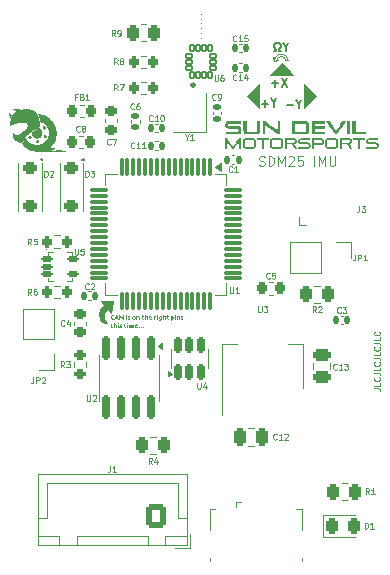
<source format=gto>
G04 #@! TF.GenerationSoftware,KiCad,Pcbnew,8.0.2*
G04 #@! TF.CreationDate,2025-01-25T00:12:53-07:00*
G04 #@! TF.ProjectId,SDM25_IMU_STM32,53444d32-355f-4494-9d55-5f53544d3332,rev?*
G04 #@! TF.SameCoordinates,Original*
G04 #@! TF.FileFunction,Legend,Top*
G04 #@! TF.FilePolarity,Positive*
%FSLAX46Y46*%
G04 Gerber Fmt 4.6, Leading zero omitted, Abs format (unit mm)*
G04 Created by KiCad (PCBNEW 8.0.2) date 2025-01-25 00:12:53*
%MOMM*%
%LPD*%
G01*
G04 APERTURE LIST*
G04 Aperture macros list*
%AMRoundRect*
0 Rectangle with rounded corners*
0 $1 Rounding radius*
0 $2 $3 $4 $5 $6 $7 $8 $9 X,Y pos of 4 corners*
0 Add a 4 corners polygon primitive as box body*
4,1,4,$2,$3,$4,$5,$6,$7,$8,$9,$2,$3,0*
0 Add four circle primitives for the rounded corners*
1,1,$1+$1,$2,$3*
1,1,$1+$1,$4,$5*
1,1,$1+$1,$6,$7*
1,1,$1+$1,$8,$9*
0 Add four rect primitives between the rounded corners*
20,1,$1+$1,$2,$3,$4,$5,0*
20,1,$1+$1,$4,$5,$6,$7,0*
20,1,$1+$1,$6,$7,$8,$9,0*
20,1,$1+$1,$8,$9,$2,$3,0*%
G04 Aperture macros list end*
%ADD10C,0.125000*%
%ADD11C,0.100000*%
%ADD12C,0.140000*%
%ADD13C,0.150000*%
%ADD14C,0.120000*%
%ADD15C,0.000000*%
%ADD16C,0.280494*%
%ADD17RoundRect,0.140000X0.140000X0.170000X-0.140000X0.170000X-0.140000X-0.170000X0.140000X-0.170000X0*%
%ADD18RoundRect,0.245000X-0.380000X0.245000X-0.380000X-0.245000X0.380000X-0.245000X0.380000X0.245000X0*%
%ADD19R,0.400000X1.350000*%
%ADD20O,1.200000X1.900000*%
%ADD21R,1.200000X1.900000*%
%ADD22C,1.450000*%
%ADD23R,1.500000X1.900000*%
%ADD24RoundRect,0.225000X0.225000X0.250000X-0.225000X0.250000X-0.225000X-0.250000X0.225000X-0.250000X0*%
%ADD25RoundRect,0.200000X0.275000X-0.200000X0.275000X0.200000X-0.275000X0.200000X-0.275000X-0.200000X0*%
%ADD26RoundRect,0.140000X-0.140000X-0.170000X0.140000X-0.170000X0.140000X0.170000X-0.140000X0.170000X0*%
%ADD27RoundRect,0.225000X-0.250000X0.225000X-0.250000X-0.225000X0.250000X-0.225000X0.250000X0.225000X0*%
%ADD28RoundRect,0.250000X0.475000X-0.250000X0.475000X0.250000X-0.475000X0.250000X-0.475000X-0.250000X0*%
%ADD29C,3.200000*%
%ADD30RoundRect,0.140000X0.170000X-0.140000X0.170000X0.140000X-0.170000X0.140000X-0.170000X-0.140000X0*%
%ADD31RoundRect,0.250000X-0.262500X-0.450000X0.262500X-0.450000X0.262500X0.450000X-0.262500X0.450000X0*%
%ADD32RoundRect,0.218750X0.218750X0.256250X-0.218750X0.256250X-0.218750X-0.256250X0.218750X-0.256250X0*%
%ADD33RoundRect,0.200000X0.200000X0.275000X-0.200000X0.275000X-0.200000X-0.275000X0.200000X-0.275000X0*%
%ADD34RoundRect,0.250000X-0.250000X-0.475000X0.250000X-0.475000X0.250000X0.475000X-0.250000X0.475000X0*%
%ADD35RoundRect,0.075000X-0.075000X0.700000X-0.075000X-0.700000X0.075000X-0.700000X0.075000X0.700000X0*%
%ADD36RoundRect,0.075000X-0.700000X0.075000X-0.700000X-0.075000X0.700000X-0.075000X0.700000X0.075000X0*%
%ADD37R,1.700000X1.700000*%
%ADD38O,1.700000X1.700000*%
%ADD39RoundRect,0.150000X-0.150000X0.825000X-0.150000X-0.825000X0.150000X-0.825000X0.150000X0.825000X0*%
%ADD40RoundRect,0.150000X0.150000X-0.512500X0.150000X0.512500X-0.150000X0.512500X-0.150000X-0.512500X0*%
%ADD41RoundRect,0.250000X0.600000X0.725000X-0.600000X0.725000X-0.600000X-0.725000X0.600000X-0.725000X0*%
%ADD42O,1.700000X1.950000*%
%ADD43R,1.000000X1.150000*%
%ADD44RoundRect,0.102000X0.150000X-0.240000X0.150000X0.240000X-0.150000X0.240000X-0.150000X-0.240000X0*%
%ADD45RoundRect,0.102000X0.240000X-0.150000X0.240000X0.150000X-0.240000X0.150000X-0.240000X-0.150000X0*%
%ADD46RoundRect,0.102000X-0.150000X0.240000X-0.150000X-0.240000X0.150000X-0.240000X0.150000X0.240000X0*%
%ADD47RoundRect,0.102000X-0.240000X0.150000X-0.240000X-0.150000X0.240000X-0.150000X0.240000X0.150000X0*%
%ADD48RoundRect,0.200000X-0.200000X-0.275000X0.200000X-0.275000X0.200000X0.275000X-0.200000X0.275000X0*%
%ADD49RoundRect,0.250000X0.262500X0.450000X-0.262500X0.450000X-0.262500X-0.450000X0.262500X-0.450000X0*%
%ADD50C,0.990600*%
%ADD51C,0.787400*%
%ADD52R,1.500000X2.000000*%
%ADD53R,3.800000X2.000000*%
%ADD54RoundRect,0.243750X-0.243750X-0.456250X0.243750X-0.456250X0.243750X0.456250X-0.243750X0.456250X0*%
%ADD55RoundRect,0.225000X0.250000X-0.225000X0.250000X0.225000X-0.250000X0.225000X-0.250000X-0.225000X0*%
%ADD56RoundRect,0.112500X-0.362500X-0.112500X0.362500X-0.112500X0.362500X0.112500X-0.362500X0.112500X0*%
G04 APERTURE END LIST*
D10*
X114632309Y-113055859D02*
X114989452Y-113055859D01*
X114989452Y-113055859D02*
X115060880Y-113079668D01*
X115060880Y-113079668D02*
X115108500Y-113127287D01*
X115108500Y-113127287D02*
X115132309Y-113198716D01*
X115132309Y-113198716D02*
X115132309Y-113246335D01*
X115132309Y-112579669D02*
X115132309Y-112817764D01*
X115132309Y-112817764D02*
X114632309Y-112817764D01*
X115084690Y-112127288D02*
X115108500Y-112151097D01*
X115108500Y-112151097D02*
X115132309Y-112222526D01*
X115132309Y-112222526D02*
X115132309Y-112270145D01*
X115132309Y-112270145D02*
X115108500Y-112341573D01*
X115108500Y-112341573D02*
X115060880Y-112389192D01*
X115060880Y-112389192D02*
X115013261Y-112413002D01*
X115013261Y-112413002D02*
X114918023Y-112436811D01*
X114918023Y-112436811D02*
X114846595Y-112436811D01*
X114846595Y-112436811D02*
X114751357Y-112413002D01*
X114751357Y-112413002D02*
X114703738Y-112389192D01*
X114703738Y-112389192D02*
X114656119Y-112341573D01*
X114656119Y-112341573D02*
X114632309Y-112270145D01*
X114632309Y-112270145D02*
X114632309Y-112222526D01*
X114632309Y-112222526D02*
X114656119Y-112151097D01*
X114656119Y-112151097D02*
X114679928Y-112127288D01*
X114632309Y-111770145D02*
X114989452Y-111770145D01*
X114989452Y-111770145D02*
X115060880Y-111793954D01*
X115060880Y-111793954D02*
X115108500Y-111841573D01*
X115108500Y-111841573D02*
X115132309Y-111913002D01*
X115132309Y-111913002D02*
X115132309Y-111960621D01*
X115132309Y-111293955D02*
X115132309Y-111532050D01*
X115132309Y-111532050D02*
X114632309Y-111532050D01*
X115084690Y-110841574D02*
X115108500Y-110865383D01*
X115108500Y-110865383D02*
X115132309Y-110936812D01*
X115132309Y-110936812D02*
X115132309Y-110984431D01*
X115132309Y-110984431D02*
X115108500Y-111055859D01*
X115108500Y-111055859D02*
X115060880Y-111103478D01*
X115060880Y-111103478D02*
X115013261Y-111127288D01*
X115013261Y-111127288D02*
X114918023Y-111151097D01*
X114918023Y-111151097D02*
X114846595Y-111151097D01*
X114846595Y-111151097D02*
X114751357Y-111127288D01*
X114751357Y-111127288D02*
X114703738Y-111103478D01*
X114703738Y-111103478D02*
X114656119Y-111055859D01*
X114656119Y-111055859D02*
X114632309Y-110984431D01*
X114632309Y-110984431D02*
X114632309Y-110936812D01*
X114632309Y-110936812D02*
X114656119Y-110865383D01*
X114656119Y-110865383D02*
X114679928Y-110841574D01*
X114632309Y-110484431D02*
X114989452Y-110484431D01*
X114989452Y-110484431D02*
X115060880Y-110508240D01*
X115060880Y-110508240D02*
X115108500Y-110555859D01*
X115108500Y-110555859D02*
X115132309Y-110627288D01*
X115132309Y-110627288D02*
X115132309Y-110674907D01*
X115132309Y-110008241D02*
X115132309Y-110246336D01*
X115132309Y-110246336D02*
X114632309Y-110246336D01*
X115084690Y-109555860D02*
X115108500Y-109579669D01*
X115108500Y-109579669D02*
X115132309Y-109651098D01*
X115132309Y-109651098D02*
X115132309Y-109698717D01*
X115132309Y-109698717D02*
X115108500Y-109770145D01*
X115108500Y-109770145D02*
X115060880Y-109817764D01*
X115060880Y-109817764D02*
X115013261Y-109841574D01*
X115013261Y-109841574D02*
X114918023Y-109865383D01*
X114918023Y-109865383D02*
X114846595Y-109865383D01*
X114846595Y-109865383D02*
X114751357Y-109841574D01*
X114751357Y-109841574D02*
X114703738Y-109817764D01*
X114703738Y-109817764D02*
X114656119Y-109770145D01*
X114656119Y-109770145D02*
X114632309Y-109698717D01*
X114632309Y-109698717D02*
X114632309Y-109651098D01*
X114632309Y-109651098D02*
X114656119Y-109579669D01*
X114656119Y-109579669D02*
X114679928Y-109555860D01*
X114632309Y-109198717D02*
X114989452Y-109198717D01*
X114989452Y-109198717D02*
X115060880Y-109222526D01*
X115060880Y-109222526D02*
X115108500Y-109270145D01*
X115108500Y-109270145D02*
X115132309Y-109341574D01*
X115132309Y-109341574D02*
X115132309Y-109389193D01*
X115132309Y-108722527D02*
X115132309Y-108960622D01*
X115132309Y-108960622D02*
X114632309Y-108960622D01*
X115084690Y-108270146D02*
X115108500Y-108293955D01*
X115108500Y-108293955D02*
X115132309Y-108365384D01*
X115132309Y-108365384D02*
X115132309Y-108413003D01*
X115132309Y-108413003D02*
X115108500Y-108484431D01*
X115108500Y-108484431D02*
X115060880Y-108532050D01*
X115060880Y-108532050D02*
X115013261Y-108555860D01*
X115013261Y-108555860D02*
X114918023Y-108579669D01*
X114918023Y-108579669D02*
X114846595Y-108579669D01*
X114846595Y-108579669D02*
X114751357Y-108555860D01*
X114751357Y-108555860D02*
X114703738Y-108532050D01*
X114703738Y-108532050D02*
X114656119Y-108484431D01*
X114656119Y-108484431D02*
X114632309Y-108413003D01*
X114632309Y-108413003D02*
X114632309Y-108365384D01*
X114632309Y-108365384D02*
X114656119Y-108293955D01*
X114656119Y-108293955D02*
X114679928Y-108270146D01*
D11*
X106243418Y-85066893D02*
G75*
G02*
X107364974Y-85279854I521582J-312907D01*
G01*
X100000000Y-83350000D02*
X100000000Y-83350000D01*
X100000000Y-82950000D02*
X100000000Y-82950000D01*
X100000000Y-82550000D02*
X100000000Y-82550000D01*
X100000000Y-82150000D02*
X100000000Y-82150000D01*
X100000000Y-81750000D02*
X100000000Y-81750000D01*
X100000000Y-81350000D02*
X100000000Y-81350000D01*
X104900000Y-89300000D02*
X103900000Y-88300000D01*
X104900000Y-87300000D01*
X104900000Y-89300000D01*
G36*
X104900000Y-89300000D02*
G01*
X103900000Y-88300000D01*
X104900000Y-87300000D01*
X104900000Y-89300000D01*
G37*
X106396229Y-85195457D02*
X106535010Y-85279848D01*
X106243418Y-85066893D02*
X106095010Y-84979848D01*
X106396229Y-85195457D02*
G75*
G02*
X107164982Y-85279855I368771J-184343D01*
G01*
X107165009Y-85279848D02*
X107365010Y-85279848D01*
X109700000Y-88300000D02*
X108700000Y-89300000D01*
X108700000Y-87300000D01*
X109700000Y-88300000D01*
G36*
X109700000Y-88300000D02*
G01*
X108700000Y-89300000D01*
X108700000Y-87300000D01*
X109700000Y-88300000D01*
G37*
X107800000Y-86500000D02*
X105800000Y-86500000D01*
X106800000Y-85500000D01*
X107800000Y-86500000D01*
G36*
X107800000Y-86500000D02*
G01*
X105800000Y-86500000D01*
X106800000Y-85500000D01*
X107800000Y-86500000D01*
G37*
X106535010Y-85279848D02*
X106185010Y-85329848D01*
X92350000Y-106650000D02*
X92100000Y-106350000D01*
X91900000Y-106500000D01*
X91800000Y-106700000D01*
X91750000Y-106800000D01*
X91750000Y-107000000D01*
X91800000Y-107200000D01*
X91850000Y-107300000D01*
X91900000Y-107400000D01*
X92000000Y-107550000D01*
X91900000Y-107550000D01*
X91750000Y-107500000D01*
X91550000Y-107350000D01*
X91400000Y-107150000D01*
X91350000Y-106800000D01*
X91400000Y-106500000D01*
X91550000Y-106250000D01*
X91800000Y-106000000D01*
X91550000Y-105700000D01*
X92550000Y-105700000D01*
X92350000Y-106650000D01*
G36*
X92350000Y-106650000D02*
G01*
X92100000Y-106350000D01*
X91900000Y-106500000D01*
X91800000Y-106700000D01*
X91750000Y-106800000D01*
X91750000Y-107000000D01*
X91800000Y-107200000D01*
X91850000Y-107300000D01*
X91900000Y-107400000D01*
X92000000Y-107550000D01*
X91900000Y-107550000D01*
X91750000Y-107500000D01*
X91550000Y-107350000D01*
X91400000Y-107150000D01*
X91350000Y-106800000D01*
X91400000Y-106500000D01*
X91550000Y-106250000D01*
X91800000Y-106000000D01*
X91550000Y-105700000D01*
X92550000Y-105700000D01*
X92350000Y-106650000D01*
G37*
X106185010Y-85329848D02*
X106095010Y-84979848D01*
G36*
X92530565Y-107869473D02*
G01*
X92522651Y-107932000D01*
X92509755Y-107932000D01*
X92489666Y-107932000D01*
X92486113Y-107932000D01*
X92466031Y-107931391D01*
X92444049Y-107929056D01*
X92424376Y-107924968D01*
X92404340Y-107917986D01*
X92385289Y-107907087D01*
X92370457Y-107893110D01*
X92359863Y-107876092D01*
X92353507Y-107856034D01*
X92351421Y-107835988D01*
X92351388Y-107832935D01*
X92351423Y-107811861D01*
X92351527Y-107791896D01*
X92351681Y-107774707D01*
X92351919Y-107753458D01*
X92352041Y-107732049D01*
X92352072Y-107713158D01*
X92306252Y-107713158D01*
X92306252Y-107650632D01*
X92354221Y-107650632D01*
X92354221Y-107575600D01*
X92435310Y-107575600D01*
X92435310Y-107650632D01*
X92529490Y-107650632D01*
X92529490Y-107713158D01*
X92435310Y-107713158D01*
X92435069Y-107733170D01*
X92435017Y-107736312D01*
X92434758Y-107756358D01*
X92434724Y-107764742D01*
X92434724Y-107784480D01*
X92434724Y-107786040D01*
X92434817Y-107806355D01*
X92434822Y-107812321D01*
X92437185Y-107831875D01*
X92445915Y-107849480D01*
X92451625Y-107855307D01*
X92469938Y-107864479D01*
X92490367Y-107868353D01*
X92510680Y-107869459D01*
X92513468Y-107869473D01*
X92523628Y-107869473D01*
X92530565Y-107869473D01*
G37*
G36*
X92851207Y-107932000D02*
G01*
X92766894Y-107932000D01*
X92767004Y-107911542D01*
X92767172Y-107891549D01*
X92767285Y-107879341D01*
X92767474Y-107858150D01*
X92767621Y-107837980D01*
X92767676Y-107823165D01*
X92767549Y-107803446D01*
X92767383Y-107791706D01*
X92767215Y-107771388D01*
X92767187Y-107761030D01*
X92765178Y-107741007D01*
X92758199Y-107724002D01*
X92741193Y-107714217D01*
X92729769Y-107713158D01*
X92710271Y-107716229D01*
X92698311Y-107720290D01*
X92680212Y-107728325D01*
X92662456Y-107738168D01*
X92663237Y-107932000D01*
X92578925Y-107932000D01*
X92578980Y-107911680D01*
X92579077Y-107891921D01*
X92579203Y-107870554D01*
X92579316Y-107852963D01*
X92579448Y-107830282D01*
X92579554Y-107806791D01*
X92579621Y-107786597D01*
X92579668Y-107765839D01*
X92579697Y-107744518D01*
X92579706Y-107722635D01*
X92579683Y-107700855D01*
X92579624Y-107679991D01*
X92579528Y-107657710D01*
X92579413Y-107637052D01*
X92579323Y-107615454D01*
X92579224Y-107593062D01*
X92579131Y-107573236D01*
X92579031Y-107552826D01*
X92578925Y-107531832D01*
X92663237Y-107531832D01*
X92662358Y-107675349D01*
X92662944Y-107675642D01*
X92680890Y-107667015D01*
X92699668Y-107659405D01*
X92717459Y-107653367D01*
X92736598Y-107648250D01*
X92756953Y-107644941D01*
X92768262Y-107644379D01*
X92788356Y-107646242D01*
X92807800Y-107652680D01*
X92824210Y-107663716D01*
X92828541Y-107667924D01*
X92840339Y-107684182D01*
X92847768Y-107703645D01*
X92850717Y-107723902D01*
X92850914Y-107731232D01*
X92850876Y-107750905D01*
X92850729Y-107771641D01*
X92850523Y-107786528D01*
X92850303Y-107806874D01*
X92850230Y-107823751D01*
X92850285Y-107844103D01*
X92850432Y-107864786D01*
X92850621Y-107883151D01*
X92850866Y-107904130D01*
X92851112Y-107924486D01*
X92851207Y-107932000D01*
G37*
G36*
X93013775Y-107606863D02*
G01*
X92926629Y-107606863D01*
X92926629Y-107544337D01*
X93013775Y-107544337D01*
X93013775Y-107606863D01*
G37*
G36*
X93012407Y-107932000D02*
G01*
X92927997Y-107932000D01*
X92928094Y-107911361D01*
X92928255Y-107890896D01*
X92928387Y-107875824D01*
X92928601Y-107854672D01*
X92928754Y-107834205D01*
X92928845Y-107814421D01*
X92928876Y-107795321D01*
X92928857Y-107775242D01*
X92928800Y-107754571D01*
X92928704Y-107733308D01*
X92928681Y-107728985D01*
X92928587Y-107708725D01*
X92928416Y-107687075D01*
X92928199Y-107666662D01*
X92927997Y-107650632D01*
X93012407Y-107650632D01*
X93012234Y-107672122D01*
X93012046Y-107692298D01*
X93011819Y-107713175D01*
X93011723Y-107721071D01*
X93011517Y-107741248D01*
X93011397Y-107760810D01*
X93011338Y-107781702D01*
X93011332Y-107791413D01*
X93011350Y-107813942D01*
X93011401Y-107834342D01*
X93011505Y-107855450D01*
X93011680Y-107876025D01*
X93011821Y-107886961D01*
X93012155Y-107907005D01*
X93012386Y-107926636D01*
X93012407Y-107932000D01*
G37*
G36*
X93287718Y-107848175D02*
G01*
X93284970Y-107868503D01*
X93276727Y-107886254D01*
X93275212Y-107888427D01*
X93262029Y-107903108D01*
X93245926Y-107914914D01*
X93243558Y-107916270D01*
X93225738Y-107924479D01*
X93206540Y-107930281D01*
X93194124Y-107932879D01*
X93173849Y-107935938D01*
X93153458Y-107937727D01*
X93134822Y-107938252D01*
X93114645Y-107937418D01*
X93098674Y-107935126D01*
X93078939Y-107932076D01*
X93076887Y-107932000D01*
X93070341Y-107869473D01*
X93090347Y-107873022D01*
X93091249Y-107873186D01*
X93111533Y-107875426D01*
X93123098Y-107875726D01*
X93142994Y-107874809D01*
X93143712Y-107874749D01*
X93163484Y-107871373D01*
X93165401Y-107870841D01*
X93183582Y-107862456D01*
X93185331Y-107860583D01*
X93190118Y-107846221D01*
X93184745Y-107833032D01*
X93168466Y-107821613D01*
X93167745Y-107821211D01*
X93149845Y-107811701D01*
X93143614Y-107808803D01*
X93125514Y-107799703D01*
X93117041Y-107794735D01*
X93101327Y-107782708D01*
X93088709Y-107766794D01*
X93081467Y-107748570D01*
X93079427Y-107730841D01*
X93082383Y-107710471D01*
X93091249Y-107692153D01*
X93105057Y-107677009D01*
X93121436Y-107665760D01*
X93127299Y-107662648D01*
X93145980Y-107655155D01*
X93165704Y-107650240D01*
X93173900Y-107648873D01*
X93193597Y-107646409D01*
X93213912Y-107644795D01*
X93224410Y-107644379D01*
X93244540Y-107644252D01*
X93257334Y-107644281D01*
X93275017Y-107644379D01*
X93282149Y-107706905D01*
X93266615Y-107706905D01*
X93246337Y-107706905D01*
X93238185Y-107706905D01*
X93218545Y-107708027D01*
X93215910Y-107708371D01*
X93197152Y-107712572D01*
X93181618Y-107721658D01*
X93176538Y-107733577D01*
X93182986Y-107747645D01*
X93199336Y-107758544D01*
X93199986Y-107758880D01*
X93218084Y-107768314D01*
X93225387Y-107771874D01*
X93243295Y-107781025D01*
X93249420Y-107784575D01*
X93265080Y-107796430D01*
X93277948Y-107811734D01*
X93285848Y-107830814D01*
X93287718Y-107848175D01*
G37*
G36*
X93661507Y-107869473D02*
G01*
X93653593Y-107932000D01*
X93640697Y-107932000D01*
X93620608Y-107932000D01*
X93617055Y-107932000D01*
X93596973Y-107931391D01*
X93574991Y-107929056D01*
X93555318Y-107924968D01*
X93535282Y-107917986D01*
X93516231Y-107907087D01*
X93501400Y-107893110D01*
X93490806Y-107876092D01*
X93484449Y-107856034D01*
X93482363Y-107835988D01*
X93482330Y-107832935D01*
X93482365Y-107811861D01*
X93482469Y-107791896D01*
X93482623Y-107774707D01*
X93482862Y-107753458D01*
X93482983Y-107732049D01*
X93483014Y-107713158D01*
X93437194Y-107713158D01*
X93437194Y-107650632D01*
X93485163Y-107650632D01*
X93485163Y-107575600D01*
X93566252Y-107575600D01*
X93566252Y-107650632D01*
X93660432Y-107650632D01*
X93660432Y-107713158D01*
X93566252Y-107713158D01*
X93566011Y-107733170D01*
X93565959Y-107736312D01*
X93565701Y-107756358D01*
X93565666Y-107764742D01*
X93565666Y-107784480D01*
X93565666Y-107786040D01*
X93565759Y-107806355D01*
X93565764Y-107812321D01*
X93568127Y-107831875D01*
X93576857Y-107849480D01*
X93582568Y-107855307D01*
X93600881Y-107864479D01*
X93621309Y-107868353D01*
X93641623Y-107869459D01*
X93644410Y-107869473D01*
X93654570Y-107869473D01*
X93661507Y-107869473D01*
G37*
G36*
X93797306Y-107606863D02*
G01*
X93710160Y-107606863D01*
X93710160Y-107544337D01*
X93797306Y-107544337D01*
X93797306Y-107606863D01*
G37*
G36*
X93795938Y-107932000D02*
G01*
X93711528Y-107932000D01*
X93711625Y-107911361D01*
X93711786Y-107890896D01*
X93711919Y-107875824D01*
X93712132Y-107854672D01*
X93712285Y-107834205D01*
X93712377Y-107814421D01*
X93712407Y-107795321D01*
X93712388Y-107775242D01*
X93712331Y-107754571D01*
X93712235Y-107733308D01*
X93712212Y-107728985D01*
X93712118Y-107708725D01*
X93711947Y-107687075D01*
X93711730Y-107666662D01*
X93711528Y-107650632D01*
X93795938Y-107650632D01*
X93795765Y-107672122D01*
X93795577Y-107692298D01*
X93795350Y-107713175D01*
X93795254Y-107721071D01*
X93795048Y-107741248D01*
X93794928Y-107760810D01*
X93794870Y-107781702D01*
X93794863Y-107791413D01*
X93794881Y-107813942D01*
X93794932Y-107834342D01*
X93795036Y-107855450D01*
X93795211Y-107876025D01*
X93795352Y-107886961D01*
X93795686Y-107907005D01*
X93795917Y-107926636D01*
X93795938Y-107932000D01*
G37*
G36*
X94323014Y-107932000D02*
G01*
X94238702Y-107932000D01*
X94239068Y-107911598D01*
X94239288Y-107894191D01*
X94239466Y-107873990D01*
X94239558Y-107854097D01*
X94239581Y-107836842D01*
X94239543Y-107816418D01*
X94239483Y-107799327D01*
X94239360Y-107779478D01*
X94239092Y-107760443D01*
X94237009Y-107740525D01*
X94229713Y-107723709D01*
X94211825Y-107713993D01*
X94201967Y-107713158D01*
X94182416Y-107716489D01*
X94173831Y-107719606D01*
X94155720Y-107728605D01*
X94140907Y-107738168D01*
X94140907Y-107742565D01*
X94141004Y-107751553D01*
X94140931Y-107772143D01*
X94140711Y-107792879D01*
X94140565Y-107812565D01*
X94140516Y-107830004D01*
X94140564Y-107851136D01*
X94140707Y-107871182D01*
X94140974Y-107891975D01*
X94141004Y-107893800D01*
X94141321Y-107914149D01*
X94141493Y-107932000D01*
X94057278Y-107932000D01*
X94057480Y-107912360D01*
X94057669Y-107899564D01*
X94057966Y-107878951D01*
X94058110Y-107859277D01*
X94058157Y-107839628D01*
X94058157Y-107837331D01*
X94058088Y-107817338D01*
X94057962Y-107798936D01*
X94057839Y-107779371D01*
X94057571Y-107761030D01*
X94056008Y-107743151D01*
X94051221Y-107727910D01*
X94040669Y-107716870D01*
X94021032Y-107713158D01*
X94001200Y-107716842D01*
X93992505Y-107720290D01*
X93974249Y-107729457D01*
X93959581Y-107738168D01*
X93959416Y-107758044D01*
X93959288Y-107771678D01*
X93959169Y-107792804D01*
X93959099Y-107812693D01*
X93959092Y-107819648D01*
X93959150Y-107840485D01*
X93959303Y-107860971D01*
X93959522Y-107880665D01*
X93959581Y-107885203D01*
X93959890Y-107905473D01*
X93960130Y-107925228D01*
X93960167Y-107932000D01*
X93875952Y-107932000D01*
X93876062Y-107912436D01*
X93876273Y-107892318D01*
X93876343Y-107886473D01*
X93876532Y-107866314D01*
X93876648Y-107844904D01*
X93876709Y-107823476D01*
X93876732Y-107803108D01*
X93876734Y-107795907D01*
X93876706Y-107776179D01*
X93876633Y-107754715D01*
X93876538Y-107734749D01*
X93876452Y-107712928D01*
X93876324Y-107692324D01*
X93876147Y-107670585D01*
X93875952Y-107650632D01*
X93958506Y-107650632D01*
X93958213Y-107675349D01*
X93958799Y-107675642D01*
X93976788Y-107666457D01*
X93995322Y-107658677D01*
X94004131Y-107655321D01*
X94023634Y-107649091D01*
X94043436Y-107645245D01*
X94057278Y-107644379D01*
X94076834Y-107645814D01*
X94096313Y-107651036D01*
X94100949Y-107653074D01*
X94117698Y-107663725D01*
X94128401Y-107675642D01*
X94128988Y-107675642D01*
X94148144Y-107666552D01*
X94167176Y-107659112D01*
X94183796Y-107653660D01*
X94204001Y-107648376D01*
X94224332Y-107645113D01*
X94238408Y-107644379D01*
X94259344Y-107646242D01*
X94279380Y-107652680D01*
X94296019Y-107663716D01*
X94300348Y-107667924D01*
X94312095Y-107684019D01*
X94319491Y-107702996D01*
X94322428Y-107722538D01*
X94322623Y-107729571D01*
X94322577Y-107749961D01*
X94322404Y-107770695D01*
X94322233Y-107781644D01*
X94322013Y-107801842D01*
X94321939Y-107821602D01*
X94321978Y-107842046D01*
X94322112Y-107863474D01*
X94322341Y-107883548D01*
X94322428Y-107889306D01*
X94322785Y-107909506D01*
X94323009Y-107929516D01*
X94323014Y-107932000D01*
G37*
G36*
X94537630Y-107645395D02*
G01*
X94557341Y-107648821D01*
X94570969Y-107652976D01*
X94588924Y-107661301D01*
X94605807Y-107673440D01*
X94611221Y-107678573D01*
X94624524Y-107694835D01*
X94634833Y-107713433D01*
X94640041Y-107727129D01*
X94645214Y-107747909D01*
X94648054Y-107768945D01*
X94649092Y-107789622D01*
X94649127Y-107794442D01*
X94458422Y-107794442D01*
X94461932Y-107814168D01*
X94470341Y-107830199D01*
X94483994Y-107844255D01*
X94501540Y-107854973D01*
X94505903Y-107856968D01*
X94525285Y-107863346D01*
X94541172Y-107866640D01*
X94560638Y-107868765D01*
X94580529Y-107869471D01*
X94581912Y-107869473D01*
X94602062Y-107869473D01*
X94612393Y-107869473D01*
X94631346Y-107869473D01*
X94622944Y-107932000D01*
X94603503Y-107932000D01*
X94583954Y-107932000D01*
X94572337Y-107932000D01*
X94551936Y-107931499D01*
X94529846Y-107929703D01*
X94509063Y-107926599D01*
X94489586Y-107922189D01*
X94487243Y-107921546D01*
X94467186Y-107914768D01*
X94448892Y-107906306D01*
X94430631Y-107894928D01*
X94423935Y-107889794D01*
X94408644Y-107875131D01*
X94396727Y-107859613D01*
X94388471Y-107845440D01*
X94380795Y-107826603D01*
X94376306Y-107806496D01*
X94374989Y-107787115D01*
X94376155Y-107766172D01*
X94377831Y-107756926D01*
X94454417Y-107756926D01*
X94570188Y-107756926D01*
X94566707Y-107737106D01*
X94558480Y-107718150D01*
X94553579Y-107711399D01*
X94537959Y-107699198D01*
X94517659Y-107694466D01*
X94514598Y-107694400D01*
X94495092Y-107697616D01*
X94477761Y-107708201D01*
X94474738Y-107711204D01*
X94463155Y-107728226D01*
X94456149Y-107748185D01*
X94454417Y-107756926D01*
X94377831Y-107756926D01*
X94379653Y-107746869D01*
X94384856Y-107730743D01*
X94394061Y-107712448D01*
X94405541Y-107696233D01*
X94417096Y-107683360D01*
X94432108Y-107670455D01*
X94449593Y-107660023D01*
X94462623Y-107654442D01*
X94481467Y-107648713D01*
X94502260Y-107645175D01*
X94518018Y-107644379D01*
X94537630Y-107645395D01*
G37*
G36*
X94794207Y-107932000D02*
G01*
X94697390Y-107932000D01*
X94697390Y-107831958D01*
X94794207Y-107831958D01*
X94794207Y-107932000D01*
G37*
G36*
X94961465Y-107932000D02*
G01*
X94864647Y-107932000D01*
X94864647Y-107831958D01*
X94961465Y-107831958D01*
X94961465Y-107932000D01*
G37*
G36*
X95131458Y-107932000D02*
G01*
X95034640Y-107932000D01*
X95034640Y-107831958D01*
X95131458Y-107831958D01*
X95131458Y-107932000D01*
G37*
D12*
X107233333Y-89040386D02*
X107766667Y-89040386D01*
X108233334Y-88973720D02*
X108233334Y-89307053D01*
X108000000Y-88607053D02*
X108233334Y-88973720D01*
X108233334Y-88973720D02*
X108466667Y-88607053D01*
X105999999Y-87240386D02*
X106533333Y-87240386D01*
X106266666Y-87507053D02*
X106266666Y-86973720D01*
X106800000Y-86807053D02*
X107266666Y-87507053D01*
X107266666Y-86807053D02*
X106800000Y-87507053D01*
X106183333Y-84507053D02*
X106350000Y-84507053D01*
X106350000Y-84507053D02*
X106350000Y-84373720D01*
X106350000Y-84373720D02*
X106283333Y-84340386D01*
X106283333Y-84340386D02*
X106216666Y-84273720D01*
X106216666Y-84273720D02*
X106183333Y-84173720D01*
X106183333Y-84173720D02*
X106183333Y-84007053D01*
X106183333Y-84007053D02*
X106216666Y-83907053D01*
X106216666Y-83907053D02*
X106283333Y-83840386D01*
X106283333Y-83840386D02*
X106383333Y-83807053D01*
X106383333Y-83807053D02*
X106516666Y-83807053D01*
X106516666Y-83807053D02*
X106616666Y-83840386D01*
X106616666Y-83840386D02*
X106683333Y-83907053D01*
X106683333Y-83907053D02*
X106716666Y-84007053D01*
X106716666Y-84007053D02*
X106716666Y-84173720D01*
X106716666Y-84173720D02*
X106683333Y-84273720D01*
X106683333Y-84273720D02*
X106616666Y-84340386D01*
X106616666Y-84340386D02*
X106550000Y-84373720D01*
X106550000Y-84373720D02*
X106550000Y-84507053D01*
X106550000Y-84507053D02*
X106716666Y-84507053D01*
X107150000Y-84173720D02*
X107150000Y-84507053D01*
X106916666Y-83807053D02*
X107150000Y-84173720D01*
X107150000Y-84173720D02*
X107383333Y-83807053D01*
D11*
X104918169Y-94158800D02*
X105032455Y-94196895D01*
X105032455Y-94196895D02*
X105222931Y-94196895D01*
X105222931Y-94196895D02*
X105299122Y-94158800D01*
X105299122Y-94158800D02*
X105337217Y-94120704D01*
X105337217Y-94120704D02*
X105375312Y-94044514D01*
X105375312Y-94044514D02*
X105375312Y-93968323D01*
X105375312Y-93968323D02*
X105337217Y-93892133D01*
X105337217Y-93892133D02*
X105299122Y-93854038D01*
X105299122Y-93854038D02*
X105222931Y-93815942D01*
X105222931Y-93815942D02*
X105070550Y-93777847D01*
X105070550Y-93777847D02*
X104994360Y-93739752D01*
X104994360Y-93739752D02*
X104956265Y-93701657D01*
X104956265Y-93701657D02*
X104918169Y-93625466D01*
X104918169Y-93625466D02*
X104918169Y-93549276D01*
X104918169Y-93549276D02*
X104956265Y-93473085D01*
X104956265Y-93473085D02*
X104994360Y-93434990D01*
X104994360Y-93434990D02*
X105070550Y-93396895D01*
X105070550Y-93396895D02*
X105261027Y-93396895D01*
X105261027Y-93396895D02*
X105375312Y-93434990D01*
X105718170Y-94196895D02*
X105718170Y-93396895D01*
X105718170Y-93396895D02*
X105908646Y-93396895D01*
X105908646Y-93396895D02*
X106022932Y-93434990D01*
X106022932Y-93434990D02*
X106099122Y-93511180D01*
X106099122Y-93511180D02*
X106137217Y-93587371D01*
X106137217Y-93587371D02*
X106175313Y-93739752D01*
X106175313Y-93739752D02*
X106175313Y-93854038D01*
X106175313Y-93854038D02*
X106137217Y-94006419D01*
X106137217Y-94006419D02*
X106099122Y-94082609D01*
X106099122Y-94082609D02*
X106022932Y-94158800D01*
X106022932Y-94158800D02*
X105908646Y-94196895D01*
X105908646Y-94196895D02*
X105718170Y-94196895D01*
X106518170Y-94196895D02*
X106518170Y-93396895D01*
X106518170Y-93396895D02*
X106784836Y-93968323D01*
X106784836Y-93968323D02*
X107051503Y-93396895D01*
X107051503Y-93396895D02*
X107051503Y-94196895D01*
X107394360Y-93473085D02*
X107432456Y-93434990D01*
X107432456Y-93434990D02*
X107508646Y-93396895D01*
X107508646Y-93396895D02*
X107699122Y-93396895D01*
X107699122Y-93396895D02*
X107775313Y-93434990D01*
X107775313Y-93434990D02*
X107813408Y-93473085D01*
X107813408Y-93473085D02*
X107851503Y-93549276D01*
X107851503Y-93549276D02*
X107851503Y-93625466D01*
X107851503Y-93625466D02*
X107813408Y-93739752D01*
X107813408Y-93739752D02*
X107356265Y-94196895D01*
X107356265Y-94196895D02*
X107851503Y-94196895D01*
X108575313Y-93396895D02*
X108194361Y-93396895D01*
X108194361Y-93396895D02*
X108156265Y-93777847D01*
X108156265Y-93777847D02*
X108194361Y-93739752D01*
X108194361Y-93739752D02*
X108270551Y-93701657D01*
X108270551Y-93701657D02*
X108461027Y-93701657D01*
X108461027Y-93701657D02*
X108537218Y-93739752D01*
X108537218Y-93739752D02*
X108575313Y-93777847D01*
X108575313Y-93777847D02*
X108613408Y-93854038D01*
X108613408Y-93854038D02*
X108613408Y-94044514D01*
X108613408Y-94044514D02*
X108575313Y-94120704D01*
X108575313Y-94120704D02*
X108537218Y-94158800D01*
X108537218Y-94158800D02*
X108461027Y-94196895D01*
X108461027Y-94196895D02*
X108270551Y-94196895D01*
X108270551Y-94196895D02*
X108194361Y-94158800D01*
X108194361Y-94158800D02*
X108156265Y-94120704D01*
X109565790Y-94196895D02*
X109565790Y-93396895D01*
X109946742Y-94196895D02*
X109946742Y-93396895D01*
X109946742Y-93396895D02*
X110213408Y-93968323D01*
X110213408Y-93968323D02*
X110480075Y-93396895D01*
X110480075Y-93396895D02*
X110480075Y-94196895D01*
X110861028Y-93396895D02*
X110861028Y-94044514D01*
X110861028Y-94044514D02*
X110899123Y-94120704D01*
X110899123Y-94120704D02*
X110937218Y-94158800D01*
X110937218Y-94158800D02*
X111013409Y-94196895D01*
X111013409Y-94196895D02*
X111165790Y-94196895D01*
X111165790Y-94196895D02*
X111241980Y-94158800D01*
X111241980Y-94158800D02*
X111280075Y-94120704D01*
X111280075Y-94120704D02*
X111318171Y-94044514D01*
X111318171Y-94044514D02*
X111318171Y-93396895D01*
G36*
X92624452Y-107163221D02*
G01*
X92621032Y-107182959D01*
X92618981Y-107196633D01*
X92616294Y-107216563D01*
X92613864Y-107236845D01*
X92613705Y-107238252D01*
X92607941Y-107238252D01*
X92600809Y-107238252D01*
X92579803Y-107237878D01*
X92559526Y-107236754D01*
X92539980Y-107234882D01*
X92517487Y-107231646D01*
X92496046Y-107227332D01*
X92478981Y-107222914D01*
X92459504Y-107216605D01*
X92441154Y-107209184D01*
X92421169Y-107199120D01*
X92402717Y-107187540D01*
X92388122Y-107176410D01*
X92372789Y-107162297D01*
X92359542Y-107146885D01*
X92348382Y-107130176D01*
X92343084Y-107120332D01*
X92335386Y-107101439D01*
X92330207Y-107081032D01*
X92327719Y-107061621D01*
X92327159Y-107046277D01*
X92328404Y-107024953D01*
X92332136Y-107004835D01*
X92338357Y-106985922D01*
X92342889Y-106975935D01*
X92352804Y-106958905D01*
X92364743Y-106943096D01*
X92378708Y-106928509D01*
X92387341Y-106920932D01*
X92404320Y-106907893D01*
X92423028Y-106896304D01*
X92443466Y-106886164D01*
X92462362Y-106878626D01*
X92479078Y-106873158D01*
X92499955Y-106867613D01*
X92521334Y-106863216D01*
X92543214Y-106859965D01*
X92565595Y-106857862D01*
X92588478Y-106856906D01*
X92596217Y-106856842D01*
X92602861Y-106856842D01*
X92609406Y-106856842D01*
X92611749Y-106876942D01*
X92613119Y-106888887D01*
X92615639Y-106908551D01*
X92618803Y-106929073D01*
X92619274Y-106931874D01*
X92613021Y-106931874D01*
X92606671Y-106931874D01*
X92586040Y-106932745D01*
X92566114Y-106934841D01*
X92550202Y-106937150D01*
X92530454Y-106940991D01*
X92510650Y-106946472D01*
X92492854Y-106953270D01*
X92475235Y-106962334D01*
X92458287Y-106974073D01*
X92444105Y-106987567D01*
X92440390Y-106991958D01*
X92429544Y-107009178D01*
X92423200Y-107028060D01*
X92421339Y-107046668D01*
X92423475Y-107067217D01*
X92429882Y-107086011D01*
X92439413Y-107101574D01*
X92453788Y-107116824D01*
X92470122Y-107128944D01*
X92487481Y-107138433D01*
X92491681Y-107140360D01*
X92510059Y-107148003D01*
X92530399Y-107154007D01*
X92550593Y-107158043D01*
X92570676Y-107160876D01*
X92590497Y-107162781D01*
X92607941Y-107163416D01*
X92615757Y-107163416D01*
X92624452Y-107163221D01*
G37*
G36*
X92884305Y-106883725D02*
G01*
X92893217Y-106904436D01*
X92902172Y-106925227D01*
X92911170Y-106946100D01*
X92920211Y-106967052D01*
X92929295Y-106988086D01*
X92938421Y-107009200D01*
X92947591Y-107030395D01*
X92956804Y-107051671D01*
X92966059Y-107073028D01*
X92972254Y-107087310D01*
X92981172Y-107107812D01*
X92989280Y-107126455D01*
X92998830Y-107148418D01*
X93006939Y-107167076D01*
X93015049Y-107185747D01*
X93023341Y-107204876D01*
X93025596Y-107210115D01*
X92936008Y-107238252D01*
X92928711Y-107219018D01*
X92920963Y-107199564D01*
X92913065Y-107180074D01*
X92905190Y-107161261D01*
X92896589Y-107141242D01*
X92892533Y-107131958D01*
X92758590Y-107131958D01*
X92750212Y-107150538D01*
X92741547Y-107170201D01*
X92733685Y-107188550D01*
X92728890Y-107200053D01*
X92721063Y-107219438D01*
X92714123Y-107237712D01*
X92713942Y-107238252D01*
X92629727Y-107210115D01*
X92638509Y-107190444D01*
X92647752Y-107169547D01*
X92657733Y-107146921D01*
X92667208Y-107125410D01*
X92675184Y-107107288D01*
X92683905Y-107087460D01*
X92686978Y-107080471D01*
X92689084Y-107075684D01*
X92771584Y-107075684D01*
X92771877Y-107075684D01*
X92878367Y-107075684D01*
X92878660Y-107075684D01*
X92870468Y-107056097D01*
X92862561Y-107037168D01*
X92854215Y-107017170D01*
X92853356Y-107015112D01*
X92845662Y-106996630D01*
X92837969Y-106978333D01*
X92830275Y-106960222D01*
X92826001Y-106950241D01*
X92824633Y-106950143D01*
X92816200Y-106969610D01*
X92808544Y-106987718D01*
X92800208Y-107007790D01*
X92797278Y-107014916D01*
X92789737Y-107033186D01*
X92782144Y-107051287D01*
X92774144Y-107069883D01*
X92771584Y-107075684D01*
X92689084Y-107075684D01*
X92696298Y-107059287D01*
X92705538Y-107038270D01*
X92714696Y-107017419D01*
X92723775Y-106996734D01*
X92732772Y-106976216D01*
X92741689Y-106955865D01*
X92750525Y-106935680D01*
X92759280Y-106915662D01*
X92767954Y-106895811D01*
X92776548Y-106876126D01*
X92782233Y-106863095D01*
X92875436Y-106863095D01*
X92884305Y-106883725D01*
G37*
G36*
X93418339Y-106863095D02*
G01*
X93418134Y-106884186D01*
X93417949Y-106905314D01*
X93417782Y-106926480D01*
X93417633Y-106947683D01*
X93417557Y-106959815D01*
X93417481Y-106980020D01*
X93417417Y-107000672D01*
X93417374Y-107020797D01*
X93417362Y-107035921D01*
X93417375Y-107059022D01*
X93417417Y-107081209D01*
X93417485Y-107102482D01*
X93417581Y-107122841D01*
X93417728Y-107145439D01*
X93417752Y-107148566D01*
X93417943Y-107168578D01*
X93418119Y-107189184D01*
X93418237Y-107208769D01*
X93418241Y-107211581D01*
X93352491Y-107238252D01*
X93339557Y-107220666D01*
X93326803Y-107203446D01*
X93314229Y-107186592D01*
X93301836Y-107170104D01*
X93289624Y-107153981D01*
X93277591Y-107138224D01*
X93261828Y-107117784D01*
X93246386Y-107097995D01*
X93231264Y-107078855D01*
X93223824Y-107069529D01*
X93209746Y-107051928D01*
X93197116Y-107036153D01*
X93183363Y-107019002D01*
X93169844Y-107002186D01*
X93156884Y-106986154D01*
X93151723Y-106979843D01*
X93150355Y-106980527D01*
X93150379Y-107004061D01*
X93150436Y-107025038D01*
X93150526Y-107047254D01*
X93150650Y-107070711D01*
X93150773Y-107090370D01*
X93150917Y-107110822D01*
X93151039Y-107126682D01*
X93151222Y-107147070D01*
X93151417Y-107169653D01*
X93151600Y-107192496D01*
X93151745Y-107213277D01*
X93151821Y-107232000D01*
X93067020Y-107232000D01*
X93067316Y-107211786D01*
X93067537Y-107190202D01*
X93067704Y-107171232D01*
X93067856Y-107149574D01*
X93067957Y-107129262D01*
X93068030Y-107107335D01*
X93068076Y-107083793D01*
X93068093Y-107062943D01*
X93068094Y-107054288D01*
X93068060Y-107032827D01*
X93067980Y-107012416D01*
X93067870Y-106992119D01*
X93067801Y-106981211D01*
X93067659Y-106961369D01*
X93067489Y-106940910D01*
X93067290Y-106919834D01*
X93067064Y-106898141D01*
X93066922Y-106885468D01*
X93138143Y-106856842D01*
X93152082Y-106873960D01*
X93164415Y-106889232D01*
X93177243Y-106905161D01*
X93192389Y-106923999D01*
X93206175Y-106941164D01*
X93209853Y-106945747D01*
X93224830Y-106964318D01*
X93239962Y-106982957D01*
X93255250Y-107001663D01*
X93270694Y-107020436D01*
X93286293Y-107039277D01*
X93302049Y-107058184D01*
X93317959Y-107077159D01*
X93334026Y-107096200D01*
X93335101Y-107095712D01*
X93335052Y-107074420D01*
X93334929Y-107052033D01*
X93334764Y-107030054D01*
X93334585Y-107009769D01*
X93334367Y-106987696D01*
X93334319Y-106983067D01*
X93334122Y-106960432D01*
X93333958Y-106939237D01*
X93333828Y-106919483D01*
X93333716Y-106897680D01*
X93333652Y-106877951D01*
X93333635Y-106863095D01*
X93418339Y-106863095D01*
G37*
G36*
X93719148Y-106906863D02*
G01*
X93632002Y-106906863D01*
X93632002Y-106844337D01*
X93719148Y-106844337D01*
X93719148Y-106906863D01*
G37*
G36*
X93717780Y-107232000D02*
G01*
X93633370Y-107232000D01*
X93633468Y-107211361D01*
X93633628Y-107190896D01*
X93633761Y-107175824D01*
X93633975Y-107154672D01*
X93634127Y-107134205D01*
X93634219Y-107114421D01*
X93634249Y-107095321D01*
X93634230Y-107075242D01*
X93634173Y-107054571D01*
X93634078Y-107033308D01*
X93634054Y-107028985D01*
X93633960Y-107008725D01*
X93633789Y-106987075D01*
X93633573Y-106966662D01*
X93633370Y-106950632D01*
X93717780Y-106950632D01*
X93717608Y-106972122D01*
X93717420Y-106992298D01*
X93717193Y-107013175D01*
X93717096Y-107021071D01*
X93716890Y-107041248D01*
X93716770Y-107060810D01*
X93716712Y-107081702D01*
X93716706Y-107091413D01*
X93716723Y-107113942D01*
X93716774Y-107134342D01*
X93716878Y-107155450D01*
X93717053Y-107176025D01*
X93717194Y-107186961D01*
X93717528Y-107207005D01*
X93717760Y-107226636D01*
X93717780Y-107232000D01*
G37*
G36*
X93993091Y-107148175D02*
G01*
X93990343Y-107168503D01*
X93982100Y-107186254D01*
X93980586Y-107188427D01*
X93967402Y-107203108D01*
X93951299Y-107214914D01*
X93948932Y-107216270D01*
X93931111Y-107224479D01*
X93911914Y-107230281D01*
X93899497Y-107232879D01*
X93879222Y-107235938D01*
X93858832Y-107237727D01*
X93840195Y-107238252D01*
X93820018Y-107237418D01*
X93804047Y-107235126D01*
X93784312Y-107232076D01*
X93782260Y-107232000D01*
X93775715Y-107169473D01*
X93795720Y-107173022D01*
X93796622Y-107173186D01*
X93816906Y-107175426D01*
X93828471Y-107175726D01*
X93848367Y-107174809D01*
X93849085Y-107174749D01*
X93868857Y-107171373D01*
X93870774Y-107170841D01*
X93888955Y-107162456D01*
X93890704Y-107160583D01*
X93895491Y-107146221D01*
X93890118Y-107133032D01*
X93873839Y-107121613D01*
X93873119Y-107121211D01*
X93855218Y-107111701D01*
X93848988Y-107108803D01*
X93830888Y-107099703D01*
X93822414Y-107094735D01*
X93806700Y-107082708D01*
X93794082Y-107066794D01*
X93786840Y-107048570D01*
X93784801Y-107030841D01*
X93787756Y-107010471D01*
X93796622Y-106992153D01*
X93810431Y-106977009D01*
X93826809Y-106965760D01*
X93832672Y-106962648D01*
X93851353Y-106955155D01*
X93871078Y-106950240D01*
X93879274Y-106948873D01*
X93898970Y-106946409D01*
X93919285Y-106944795D01*
X93929783Y-106944379D01*
X93949914Y-106944252D01*
X93962707Y-106944281D01*
X93980390Y-106944379D01*
X93987522Y-107006905D01*
X93971988Y-107006905D01*
X93951710Y-107006905D01*
X93943558Y-107006905D01*
X93923918Y-107008027D01*
X93921284Y-107008371D01*
X93902526Y-107012572D01*
X93886992Y-107021658D01*
X93881912Y-107033577D01*
X93888360Y-107047645D01*
X93904709Y-107058544D01*
X93905359Y-107058880D01*
X93923457Y-107068314D01*
X93930760Y-107071874D01*
X93948668Y-107081025D01*
X93954794Y-107084575D01*
X93970453Y-107096430D01*
X93983321Y-107111734D01*
X93991221Y-107130814D01*
X93993091Y-107148175D01*
G37*
G36*
X94325193Y-106945476D02*
G01*
X94344884Y-106948766D01*
X94361702Y-106953660D01*
X94380538Y-106962050D01*
X94397917Y-106973297D01*
X94408695Y-106982383D01*
X94422982Y-106997897D01*
X94434545Y-107014749D01*
X94442693Y-107031232D01*
X94449145Y-107050597D01*
X94452919Y-107071347D01*
X94454026Y-107091413D01*
X94452843Y-107110972D01*
X94448809Y-107131825D01*
X94441912Y-107151986D01*
X94432198Y-107170945D01*
X94419713Y-107188197D01*
X94405959Y-107202397D01*
X94390095Y-107214661D01*
X94372693Y-107224342D01*
X94360237Y-107229362D01*
X94340453Y-107234779D01*
X94319351Y-107237696D01*
X94304549Y-107238252D01*
X94284725Y-107237202D01*
X94263993Y-107233659D01*
X94249057Y-107229362D01*
X94230332Y-107221444D01*
X94213282Y-107211025D01*
X94202847Y-107202690D01*
X94188242Y-107187558D01*
X94176131Y-107170371D01*
X94167285Y-107152963D01*
X94160690Y-107134352D01*
X94156538Y-107115036D01*
X94154829Y-107095014D01*
X94154780Y-107090925D01*
X94238604Y-107090925D01*
X94240069Y-107111270D01*
X94244466Y-107129906D01*
X94253059Y-107147475D01*
X94264396Y-107160778D01*
X94281272Y-107171632D01*
X94282568Y-107172111D01*
X94302397Y-107175694D01*
X94304549Y-107175726D01*
X94324227Y-107172666D01*
X94327704Y-107171427D01*
X94344801Y-107160816D01*
X94346852Y-107158824D01*
X94358369Y-107142638D01*
X94364145Y-107129222D01*
X94368871Y-107110075D01*
X94370202Y-107092586D01*
X94368520Y-107072115D01*
X94364242Y-107054191D01*
X94355946Y-107035741D01*
X94345191Y-107022439D01*
X94328715Y-107011676D01*
X94326727Y-107010911D01*
X94307418Y-107006968D01*
X94304549Y-107006905D01*
X94284615Y-107009679D01*
X94280711Y-107011106D01*
X94264312Y-107022160D01*
X94261367Y-107025077D01*
X94249636Y-107041830D01*
X94244466Y-107054484D01*
X94239892Y-107073819D01*
X94238604Y-107090925D01*
X94154780Y-107090925D01*
X94155820Y-107071347D01*
X94159366Y-107051134D01*
X94165429Y-107032307D01*
X94174214Y-107014737D01*
X94185793Y-106998299D01*
X94198743Y-106984337D01*
X94214932Y-106970896D01*
X94233017Y-106960176D01*
X94246127Y-106954540D01*
X94265205Y-106948755D01*
X94285230Y-106945371D01*
X94304256Y-106944379D01*
X94325193Y-106945476D01*
G37*
G36*
X94782875Y-107232000D02*
G01*
X94698562Y-107232000D01*
X94698715Y-107211720D01*
X94698953Y-107190283D01*
X94699175Y-107169074D01*
X94699319Y-107148206D01*
X94699344Y-107137624D01*
X94699309Y-107117387D01*
X94699246Y-107098936D01*
X94699123Y-107079371D01*
X94698855Y-107061030D01*
X94696653Y-107040447D01*
X94690160Y-107024491D01*
X94673188Y-107014265D01*
X94661535Y-107013158D01*
X94641479Y-107016356D01*
X94629295Y-107020583D01*
X94611318Y-107028692D01*
X94594319Y-107038168D01*
X94594190Y-107058797D01*
X94594124Y-107068650D01*
X94594005Y-107088901D01*
X94593935Y-107109262D01*
X94593928Y-107116912D01*
X94593986Y-107138448D01*
X94594119Y-107158128D01*
X94594330Y-107179664D01*
X94594417Y-107187254D01*
X94594653Y-107207344D01*
X94594867Y-107226920D01*
X94594905Y-107232000D01*
X94510593Y-107232000D01*
X94510777Y-107211031D01*
X94510983Y-107193409D01*
X94511172Y-107172940D01*
X94511288Y-107150827D01*
X94511350Y-107128453D01*
X94511373Y-107107027D01*
X94511374Y-107099424D01*
X94511351Y-107079328D01*
X94511282Y-107059047D01*
X94511166Y-107038579D01*
X94511081Y-107027129D01*
X94510964Y-107006187D01*
X94510830Y-106984796D01*
X94510682Y-106962958D01*
X94510593Y-106950632D01*
X94593244Y-106950632D01*
X94593049Y-106975642D01*
X94593342Y-106976131D01*
X94611634Y-106967281D01*
X94630641Y-106959540D01*
X94648541Y-106953465D01*
X94667749Y-106948292D01*
X94688365Y-106944947D01*
X94699930Y-106944379D01*
X94720023Y-106946242D01*
X94739467Y-106952680D01*
X94755877Y-106963716D01*
X94760209Y-106967924D01*
X94772007Y-106984182D01*
X94779435Y-107003645D01*
X94782385Y-107023902D01*
X94782581Y-107031232D01*
X94782543Y-107050905D01*
X94782397Y-107071641D01*
X94782191Y-107086528D01*
X94781971Y-107106874D01*
X94781898Y-107123751D01*
X94781966Y-107144583D01*
X94782129Y-107164442D01*
X94782356Y-107184255D01*
X94782386Y-107186570D01*
X94782644Y-107207001D01*
X94782851Y-107227021D01*
X94782875Y-107232000D01*
G37*
G36*
X95175422Y-107169473D02*
G01*
X95167508Y-107232000D01*
X95154612Y-107232000D01*
X95134523Y-107232000D01*
X95130969Y-107232000D01*
X95110888Y-107231391D01*
X95088906Y-107229056D01*
X95069233Y-107224968D01*
X95049197Y-107217986D01*
X95030146Y-107207087D01*
X95015314Y-107193110D01*
X95004720Y-107176092D01*
X94998364Y-107156034D01*
X94996278Y-107135988D01*
X94996245Y-107132935D01*
X94996280Y-107111861D01*
X94996384Y-107091896D01*
X94996538Y-107074707D01*
X94996776Y-107053458D01*
X94996898Y-107032049D01*
X94996929Y-107013158D01*
X94951109Y-107013158D01*
X94951109Y-106950632D01*
X94999078Y-106950632D01*
X94999078Y-106875600D01*
X95080167Y-106875600D01*
X95080167Y-106950632D01*
X95174347Y-106950632D01*
X95174347Y-107013158D01*
X95080167Y-107013158D01*
X95079926Y-107033170D01*
X95079874Y-107036312D01*
X95079615Y-107056358D01*
X95079581Y-107064742D01*
X95079581Y-107084480D01*
X95079581Y-107086040D01*
X95079674Y-107106355D01*
X95079678Y-107112321D01*
X95082042Y-107131875D01*
X95090772Y-107149480D01*
X95096482Y-107155307D01*
X95114795Y-107164479D01*
X95135224Y-107168353D01*
X95155537Y-107169459D01*
X95158325Y-107169473D01*
X95168485Y-107169473D01*
X95175422Y-107169473D01*
G37*
G36*
X95496064Y-107232000D02*
G01*
X95411751Y-107232000D01*
X95411861Y-107211542D01*
X95412029Y-107191549D01*
X95412142Y-107179341D01*
X95412331Y-107158150D01*
X95412478Y-107137980D01*
X95412533Y-107123165D01*
X95412406Y-107103446D01*
X95412240Y-107091706D01*
X95412072Y-107071388D01*
X95412044Y-107061030D01*
X95410035Y-107041007D01*
X95403056Y-107024002D01*
X95386050Y-107014217D01*
X95374626Y-107013158D01*
X95355128Y-107016229D01*
X95343168Y-107020290D01*
X95325069Y-107028325D01*
X95307313Y-107038168D01*
X95308094Y-107232000D01*
X95223782Y-107232000D01*
X95223837Y-107211680D01*
X95223934Y-107191921D01*
X95224060Y-107170554D01*
X95224173Y-107152963D01*
X95224305Y-107130282D01*
X95224411Y-107106791D01*
X95224477Y-107086597D01*
X95224525Y-107065839D01*
X95224554Y-107044518D01*
X95224563Y-107022635D01*
X95224540Y-107000855D01*
X95224481Y-106979991D01*
X95224384Y-106957710D01*
X95224270Y-106937052D01*
X95224180Y-106915454D01*
X95224081Y-106893062D01*
X95223988Y-106873236D01*
X95223888Y-106852826D01*
X95223782Y-106831832D01*
X95308094Y-106831832D01*
X95307215Y-106975349D01*
X95307801Y-106975642D01*
X95325747Y-106967015D01*
X95344525Y-106959405D01*
X95362316Y-106953367D01*
X95381455Y-106948250D01*
X95401810Y-106944941D01*
X95413119Y-106944379D01*
X95433212Y-106946242D01*
X95452656Y-106952680D01*
X95469067Y-106963716D01*
X95473398Y-106967924D01*
X95485196Y-106984182D01*
X95492624Y-107003645D01*
X95495574Y-107023902D01*
X95495771Y-107031232D01*
X95495732Y-107050905D01*
X95495586Y-107071641D01*
X95495380Y-107086528D01*
X95495160Y-107106874D01*
X95495087Y-107123751D01*
X95495142Y-107144103D01*
X95495289Y-107164786D01*
X95495478Y-107183151D01*
X95495723Y-107204130D01*
X95495969Y-107224486D01*
X95496064Y-107232000D01*
G37*
G36*
X95711559Y-106945395D02*
G01*
X95731270Y-106948821D01*
X95744898Y-106952976D01*
X95762853Y-106961301D01*
X95779736Y-106973440D01*
X95785150Y-106978573D01*
X95798453Y-106994835D01*
X95808762Y-107013433D01*
X95813970Y-107027129D01*
X95819143Y-107047909D01*
X95821982Y-107068945D01*
X95823021Y-107089622D01*
X95823056Y-107094442D01*
X95632351Y-107094442D01*
X95635861Y-107114168D01*
X95644270Y-107130199D01*
X95657923Y-107144255D01*
X95675469Y-107154973D01*
X95679832Y-107156968D01*
X95699214Y-107163346D01*
X95715101Y-107166640D01*
X95734567Y-107168765D01*
X95754458Y-107169471D01*
X95755840Y-107169473D01*
X95775990Y-107169473D01*
X95786322Y-107169473D01*
X95805275Y-107169473D01*
X95796873Y-107232000D01*
X95777431Y-107232000D01*
X95757883Y-107232000D01*
X95746266Y-107232000D01*
X95725865Y-107231499D01*
X95703775Y-107229703D01*
X95682991Y-107226599D01*
X95663515Y-107222189D01*
X95661172Y-107221546D01*
X95641115Y-107214768D01*
X95622820Y-107206306D01*
X95604559Y-107194928D01*
X95597864Y-107189794D01*
X95582573Y-107175131D01*
X95570656Y-107159613D01*
X95562400Y-107145440D01*
X95554724Y-107126603D01*
X95550234Y-107106496D01*
X95548918Y-107087115D01*
X95550084Y-107066172D01*
X95551760Y-107056926D01*
X95628346Y-107056926D01*
X95744117Y-107056926D01*
X95740636Y-107037106D01*
X95732408Y-107018150D01*
X95727508Y-107011399D01*
X95711888Y-106999198D01*
X95691587Y-106994466D01*
X95688527Y-106994400D01*
X95669020Y-106997616D01*
X95651690Y-107008201D01*
X95648667Y-107011204D01*
X95637083Y-107028226D01*
X95630078Y-107048185D01*
X95628346Y-107056926D01*
X95551760Y-107056926D01*
X95553582Y-107046869D01*
X95558785Y-107030743D01*
X95567990Y-107012448D01*
X95579469Y-106996233D01*
X95591025Y-106983360D01*
X95606037Y-106970455D01*
X95623522Y-106960023D01*
X95636552Y-106954442D01*
X95655396Y-106948713D01*
X95676189Y-106945175D01*
X95691946Y-106944379D01*
X95711559Y-106945395D01*
G37*
G36*
X96210425Y-107013158D02*
G01*
X96191249Y-107018786D01*
X96171916Y-107024955D01*
X96159916Y-107028985D01*
X96140760Y-107035785D01*
X96120730Y-107043407D01*
X96100706Y-107051375D01*
X96087131Y-107056926D01*
X96086992Y-107077143D01*
X96086936Y-107082718D01*
X96086860Y-107102710D01*
X96086838Y-107120625D01*
X96086884Y-107142143D01*
X96087007Y-107163148D01*
X96087182Y-107183227D01*
X96087229Y-107187840D01*
X96087487Y-107208105D01*
X96087700Y-107228304D01*
X96087718Y-107232000D01*
X96003405Y-107232000D01*
X96003558Y-107211964D01*
X96003796Y-107190674D01*
X96003985Y-107170282D01*
X96004101Y-107149198D01*
X96004162Y-107128465D01*
X96004186Y-107105600D01*
X96004187Y-107102160D01*
X96004152Y-107082386D01*
X96004060Y-107061564D01*
X96003929Y-107040508D01*
X96003893Y-107035531D01*
X96003790Y-107015130D01*
X96003674Y-106994180D01*
X96003545Y-106972681D01*
X96003405Y-106950632D01*
X96085959Y-106950632D01*
X96085568Y-106988147D01*
X96086154Y-106988538D01*
X96104538Y-106978761D01*
X96123822Y-106969446D01*
X96142135Y-106961378D01*
X96161197Y-106953684D01*
X96179706Y-106947090D01*
X96188932Y-106944379D01*
X96210425Y-107013158D01*
G37*
G36*
X96327662Y-106906863D02*
G01*
X96240516Y-106906863D01*
X96240516Y-106844337D01*
X96327662Y-106844337D01*
X96327662Y-106906863D01*
G37*
G36*
X96326294Y-107232000D02*
G01*
X96241884Y-107232000D01*
X96241981Y-107211361D01*
X96242142Y-107190896D01*
X96242274Y-107175824D01*
X96242488Y-107154672D01*
X96242641Y-107134205D01*
X96242732Y-107114421D01*
X96242763Y-107095321D01*
X96242744Y-107075242D01*
X96242687Y-107054571D01*
X96242591Y-107033308D01*
X96242568Y-107028985D01*
X96242474Y-107008725D01*
X96242303Y-106987075D01*
X96242086Y-106966662D01*
X96241884Y-106950632D01*
X96326294Y-106950632D01*
X96326121Y-106972122D01*
X96325933Y-106992298D01*
X96325706Y-107013175D01*
X96325610Y-107021071D01*
X96325404Y-107041248D01*
X96325284Y-107060810D01*
X96325225Y-107081702D01*
X96325219Y-107091413D01*
X96325236Y-107113942D01*
X96325288Y-107134342D01*
X96325392Y-107155450D01*
X96325567Y-107176025D01*
X96325708Y-107186961D01*
X96326042Y-107207005D01*
X96326273Y-107226636D01*
X96326294Y-107232000D01*
G37*
G36*
X96630691Y-106950511D02*
G01*
X96633942Y-106950534D01*
X96654085Y-106950628D01*
X96658367Y-106950632D01*
X96658256Y-106971243D01*
X96658088Y-106990889D01*
X96657976Y-107002802D01*
X96657848Y-107022940D01*
X96657756Y-107043004D01*
X96657701Y-107062996D01*
X96657683Y-107082914D01*
X96657710Y-107102931D01*
X96657784Y-107122849D01*
X96657878Y-107140262D01*
X96658033Y-107160511D01*
X96658130Y-107181447D01*
X96658170Y-107203070D01*
X96658171Y-107207478D01*
X96657096Y-107228995D01*
X96653872Y-107248510D01*
X96647676Y-107268071D01*
X96640976Y-107281532D01*
X96628722Y-107298469D01*
X96613453Y-107312887D01*
X96597134Y-107323709D01*
X96591151Y-107326863D01*
X96572295Y-107335088D01*
X96552365Y-107341884D01*
X96531360Y-107347252D01*
X96512099Y-107350776D01*
X96509281Y-107351190D01*
X96489693Y-107353674D01*
X96467696Y-107355689D01*
X96446114Y-107356825D01*
X96424947Y-107357082D01*
X96422330Y-107357052D01*
X96413635Y-107294526D01*
X96434091Y-107293875D01*
X96455181Y-107292785D01*
X96474794Y-107291302D01*
X96494270Y-107289103D01*
X96514180Y-107285428D01*
X96521786Y-107283486D01*
X96540255Y-107276791D01*
X96556966Y-107266489D01*
X96560963Y-107262579D01*
X96570691Y-107245624D01*
X96572784Y-107232000D01*
X96567704Y-107232000D01*
X96562330Y-107232000D01*
X96541841Y-107231076D01*
X96522393Y-107228634D01*
X96502163Y-107224665D01*
X96500097Y-107224184D01*
X96480466Y-107218621D01*
X96461340Y-107210938D01*
X96444801Y-107201616D01*
X96428276Y-107189489D01*
X96414118Y-107175703D01*
X96401276Y-107158621D01*
X96400251Y-107156968D01*
X96391698Y-107138877D01*
X96386314Y-107117943D01*
X96384176Y-107096671D01*
X96384127Y-107094051D01*
X96468443Y-107094051D01*
X96470611Y-107114195D01*
X96477704Y-107132843D01*
X96478311Y-107133912D01*
X96490523Y-107149250D01*
X96507424Y-107161267D01*
X96525907Y-107168808D01*
X96536831Y-107171818D01*
X96556920Y-107175081D01*
X96571221Y-107175726D01*
X96574738Y-107175726D01*
X96578060Y-107175726D01*
X96578124Y-107155494D01*
X96578157Y-107146612D01*
X96578284Y-107125543D01*
X96578343Y-107105895D01*
X96578353Y-107094344D01*
X96578318Y-107074089D01*
X96578255Y-107057610D01*
X96578120Y-107037089D01*
X96577917Y-107017433D01*
X96577864Y-107013158D01*
X96574445Y-107013158D01*
X96571025Y-107013158D01*
X96550776Y-107014150D01*
X96540055Y-107015698D01*
X96520367Y-107021365D01*
X96510746Y-107025468D01*
X96493735Y-107036074D01*
X96480084Y-107051788D01*
X96479385Y-107052921D01*
X96471531Y-107071057D01*
X96468486Y-107091211D01*
X96468443Y-107094051D01*
X96384127Y-107094051D01*
X96384033Y-107089069D01*
X96385741Y-107067987D01*
X96390865Y-107048265D01*
X96399404Y-107029903D01*
X96405624Y-107020290D01*
X96419168Y-107004353D01*
X96435509Y-106990394D01*
X96452383Y-106979648D01*
X96466489Y-106972614D01*
X96485490Y-106965227D01*
X96506223Y-106959457D01*
X96526573Y-106955614D01*
X96546839Y-106953111D01*
X96567045Y-106951574D01*
X96589315Y-106950684D01*
X96610495Y-106950436D01*
X96630691Y-106950511D01*
G37*
G36*
X97008025Y-107232000D02*
G01*
X96923712Y-107232000D01*
X96923822Y-107211542D01*
X96923990Y-107191549D01*
X96924103Y-107179341D01*
X96924292Y-107158150D01*
X96924439Y-107137980D01*
X96924494Y-107123165D01*
X96924367Y-107103446D01*
X96924200Y-107091706D01*
X96924033Y-107071388D01*
X96924005Y-107061030D01*
X96921996Y-107041007D01*
X96915017Y-107024002D01*
X96898011Y-107014217D01*
X96886587Y-107013158D01*
X96867088Y-107016229D01*
X96855129Y-107020290D01*
X96837030Y-107028325D01*
X96819274Y-107038168D01*
X96820055Y-107232000D01*
X96735743Y-107232000D01*
X96735798Y-107211680D01*
X96735895Y-107191921D01*
X96736021Y-107170554D01*
X96736133Y-107152963D01*
X96736266Y-107130282D01*
X96736372Y-107106791D01*
X96736438Y-107086597D01*
X96736486Y-107065839D01*
X96736515Y-107044518D01*
X96736524Y-107022635D01*
X96736501Y-107000855D01*
X96736442Y-106979991D01*
X96736345Y-106957710D01*
X96736231Y-106937052D01*
X96736141Y-106915454D01*
X96736042Y-106893062D01*
X96735949Y-106873236D01*
X96735849Y-106852826D01*
X96735743Y-106831832D01*
X96820055Y-106831832D01*
X96819176Y-106975349D01*
X96819762Y-106975642D01*
X96837708Y-106967015D01*
X96856486Y-106959405D01*
X96874277Y-106953367D01*
X96893416Y-106948250D01*
X96913771Y-106944941D01*
X96925080Y-106944379D01*
X96945173Y-106946242D01*
X96964617Y-106952680D01*
X96981027Y-106963716D01*
X96985359Y-106967924D01*
X96997157Y-106984182D01*
X97004585Y-107003645D01*
X97007535Y-107023902D01*
X97007732Y-107031232D01*
X97007693Y-107050905D01*
X97007547Y-107071641D01*
X97007341Y-107086528D01*
X97007121Y-107106874D01*
X97007048Y-107123751D01*
X97007103Y-107144103D01*
X97007250Y-107164786D01*
X97007438Y-107183151D01*
X97007684Y-107204130D01*
X97007930Y-107224486D01*
X97008025Y-107232000D01*
G37*
G36*
X97273956Y-107169473D02*
G01*
X97266043Y-107232000D01*
X97253147Y-107232000D01*
X97233058Y-107232000D01*
X97229504Y-107232000D01*
X97209423Y-107231391D01*
X97187441Y-107229056D01*
X97167767Y-107224968D01*
X97147732Y-107217986D01*
X97128681Y-107207087D01*
X97113849Y-107193110D01*
X97103255Y-107176092D01*
X97096898Y-107156034D01*
X97094813Y-107135988D01*
X97094780Y-107132935D01*
X97094814Y-107111861D01*
X97094918Y-107091896D01*
X97095073Y-107074707D01*
X97095311Y-107053458D01*
X97095433Y-107032049D01*
X97095464Y-107013158D01*
X97049644Y-107013158D01*
X97049644Y-106950632D01*
X97097613Y-106950632D01*
X97097613Y-106875600D01*
X97178702Y-106875600D01*
X97178702Y-106950632D01*
X97272882Y-106950632D01*
X97272882Y-107013158D01*
X97178702Y-107013158D01*
X97178461Y-107033170D01*
X97178408Y-107036312D01*
X97178150Y-107056358D01*
X97178115Y-107064742D01*
X97178115Y-107084480D01*
X97178115Y-107086040D01*
X97178208Y-107106355D01*
X97178213Y-107112321D01*
X97180576Y-107131875D01*
X97189306Y-107149480D01*
X97195017Y-107155307D01*
X97213330Y-107164479D01*
X97233759Y-107168353D01*
X97254072Y-107169459D01*
X97256859Y-107169473D01*
X97267020Y-107169473D01*
X97273956Y-107169473D01*
G37*
G36*
X97516889Y-106950470D02*
G01*
X97537663Y-106951157D01*
X97559138Y-106952504D01*
X97580407Y-106954734D01*
X97582581Y-106955028D01*
X97601841Y-106958493D01*
X97620823Y-106963611D01*
X97639527Y-106970384D01*
X97649797Y-106974861D01*
X97668557Y-106985145D01*
X97684721Y-106997423D01*
X97698288Y-107011695D01*
X97704703Y-107020485D01*
X97714852Y-107039387D01*
X97721243Y-107059701D01*
X97723780Y-107079191D01*
X97723949Y-107085942D01*
X97722740Y-107106446D01*
X97718490Y-107127499D01*
X97711179Y-107146419D01*
X97704605Y-107157847D01*
X97692665Y-107173390D01*
X97678608Y-107187155D01*
X97662434Y-107199143D01*
X97652533Y-107205035D01*
X97634004Y-107213763D01*
X97613882Y-107220735D01*
X97594207Y-107225551D01*
X97574208Y-107228952D01*
X97552980Y-107231238D01*
X97532561Y-107232000D01*
X97533440Y-107357052D01*
X97448932Y-107357052D01*
X97449007Y-107335950D01*
X97449117Y-107315077D01*
X97449231Y-107295214D01*
X97449323Y-107279969D01*
X97449435Y-107259621D01*
X97449529Y-107238635D01*
X97449603Y-107217009D01*
X97449658Y-107194743D01*
X97449695Y-107171839D01*
X97449712Y-107148295D01*
X97449713Y-107138699D01*
X97449690Y-107116866D01*
X97449661Y-107106654D01*
X97529043Y-107106654D01*
X97529078Y-107126353D01*
X97529141Y-107143681D01*
X97529214Y-107163318D01*
X97529239Y-107175726D01*
X97548794Y-107174678D01*
X97566461Y-107172013D01*
X97585685Y-107167002D01*
X97597431Y-107161951D01*
X97614589Y-107150383D01*
X97628111Y-107135157D01*
X97628792Y-107134107D01*
X97636506Y-107115981D01*
X97639444Y-107095111D01*
X97639539Y-107090143D01*
X97636920Y-107069765D01*
X97630258Y-107053800D01*
X97617886Y-107037798D01*
X97605443Y-107028301D01*
X97587540Y-107020162D01*
X97574180Y-107016577D01*
X97554331Y-107013812D01*
X97537739Y-107013158D01*
X97533831Y-107013158D01*
X97529532Y-107013158D01*
X97529338Y-107032799D01*
X97529239Y-107040611D01*
X97529120Y-107060385D01*
X97529063Y-107081440D01*
X97529044Y-107101278D01*
X97529043Y-107106654D01*
X97449661Y-107106654D01*
X97449631Y-107095773D01*
X97449549Y-107076014D01*
X97449438Y-107055039D01*
X97449420Y-107051944D01*
X97449330Y-107030099D01*
X97449231Y-107008077D01*
X97449122Y-106985876D01*
X97449004Y-106963499D01*
X97448932Y-106950632D01*
X97468790Y-106950372D01*
X97473063Y-106950339D01*
X97492865Y-106950242D01*
X97494263Y-106950241D01*
X97516889Y-106950470D01*
G37*
G36*
X97866978Y-106906863D02*
G01*
X97779832Y-106906863D01*
X97779832Y-106844337D01*
X97866978Y-106844337D01*
X97866978Y-106906863D01*
G37*
G36*
X97865610Y-107232000D02*
G01*
X97781200Y-107232000D01*
X97781297Y-107211361D01*
X97781458Y-107190896D01*
X97781591Y-107175824D01*
X97781804Y-107154672D01*
X97781957Y-107134205D01*
X97782049Y-107114421D01*
X97782079Y-107095321D01*
X97782060Y-107075242D01*
X97782003Y-107054571D01*
X97781907Y-107033308D01*
X97781884Y-107028985D01*
X97781790Y-107008725D01*
X97781619Y-106987075D01*
X97781402Y-106966662D01*
X97781200Y-106950632D01*
X97865610Y-106950632D01*
X97865438Y-106972122D01*
X97865249Y-106992298D01*
X97865022Y-107013175D01*
X97864926Y-107021071D01*
X97864720Y-107041248D01*
X97864600Y-107060810D01*
X97864542Y-107081702D01*
X97864535Y-107091413D01*
X97864553Y-107113942D01*
X97864604Y-107134342D01*
X97864708Y-107155450D01*
X97864883Y-107176025D01*
X97865024Y-107186961D01*
X97865358Y-107207005D01*
X97865589Y-107226636D01*
X97865610Y-107232000D01*
G37*
G36*
X98217906Y-107232000D02*
G01*
X98133593Y-107232000D01*
X98133746Y-107211720D01*
X98133984Y-107190283D01*
X98134207Y-107169074D01*
X98134351Y-107148206D01*
X98134375Y-107137624D01*
X98134340Y-107117387D01*
X98134277Y-107098936D01*
X98134154Y-107079371D01*
X98133886Y-107061030D01*
X98131684Y-107040447D01*
X98125191Y-107024491D01*
X98108219Y-107014265D01*
X98096566Y-107013158D01*
X98076511Y-107016356D01*
X98064326Y-107020583D01*
X98046350Y-107028692D01*
X98029351Y-107038168D01*
X98029222Y-107058797D01*
X98029155Y-107068650D01*
X98029036Y-107088901D01*
X98028967Y-107109262D01*
X98028960Y-107116912D01*
X98029017Y-107138448D01*
X98029151Y-107158128D01*
X98029361Y-107179664D01*
X98029448Y-107187254D01*
X98029684Y-107207344D01*
X98029898Y-107226920D01*
X98029937Y-107232000D01*
X97945624Y-107232000D01*
X97945809Y-107211031D01*
X97946015Y-107193409D01*
X97946204Y-107172940D01*
X97946320Y-107150827D01*
X97946381Y-107128453D01*
X97946404Y-107107027D01*
X97946406Y-107099424D01*
X97946382Y-107079328D01*
X97946313Y-107059047D01*
X97946197Y-107038579D01*
X97946113Y-107027129D01*
X97945995Y-107006187D01*
X97945862Y-106984796D01*
X97945713Y-106962958D01*
X97945624Y-106950632D01*
X98028276Y-106950632D01*
X98028080Y-106975642D01*
X98028374Y-106976131D01*
X98046665Y-106967281D01*
X98065672Y-106959540D01*
X98083572Y-106953465D01*
X98102780Y-106948292D01*
X98123396Y-106944947D01*
X98134961Y-106944379D01*
X98155055Y-106946242D01*
X98174499Y-106952680D01*
X98190909Y-106963716D01*
X98195240Y-106967924D01*
X98207038Y-106984182D01*
X98214467Y-107003645D01*
X98217416Y-107023902D01*
X98217613Y-107031232D01*
X98217575Y-107050905D01*
X98217428Y-107071641D01*
X98217222Y-107086528D01*
X98217002Y-107106874D01*
X98216929Y-107123751D01*
X98216998Y-107144583D01*
X98217160Y-107164442D01*
X98217387Y-107184255D01*
X98217418Y-107186570D01*
X98217675Y-107207001D01*
X98217883Y-107227021D01*
X98217906Y-107232000D01*
G37*
G36*
X98488332Y-107148175D02*
G01*
X98485584Y-107168503D01*
X98477341Y-107186254D01*
X98475826Y-107188427D01*
X98462643Y-107203108D01*
X98446540Y-107214914D01*
X98444173Y-107216270D01*
X98426352Y-107224479D01*
X98407155Y-107230281D01*
X98394738Y-107232879D01*
X98374463Y-107235938D01*
X98354073Y-107237727D01*
X98335436Y-107238252D01*
X98315259Y-107237418D01*
X98299288Y-107235126D01*
X98279553Y-107232076D01*
X98277501Y-107232000D01*
X98270956Y-107169473D01*
X98290961Y-107173022D01*
X98291863Y-107173186D01*
X98312147Y-107175426D01*
X98323712Y-107175726D01*
X98343608Y-107174809D01*
X98344326Y-107174749D01*
X98364098Y-107171373D01*
X98366015Y-107170841D01*
X98384196Y-107162456D01*
X98385945Y-107160583D01*
X98390732Y-107146221D01*
X98385359Y-107133032D01*
X98369080Y-107121613D01*
X98368360Y-107121211D01*
X98350459Y-107111701D01*
X98344228Y-107108803D01*
X98326128Y-107099703D01*
X98317655Y-107094735D01*
X98301941Y-107082708D01*
X98289323Y-107066794D01*
X98282081Y-107048570D01*
X98280041Y-107030841D01*
X98282997Y-107010471D01*
X98291863Y-106992153D01*
X98305672Y-106977009D01*
X98322050Y-106965760D01*
X98327913Y-106962648D01*
X98346594Y-106955155D01*
X98366319Y-106950240D01*
X98374515Y-106948873D01*
X98394211Y-106946409D01*
X98414526Y-106944795D01*
X98425024Y-106944379D01*
X98445154Y-106944252D01*
X98457948Y-106944281D01*
X98475631Y-106944379D01*
X98482763Y-107006905D01*
X98467229Y-107006905D01*
X98446951Y-107006905D01*
X98438799Y-107006905D01*
X98419159Y-107008027D01*
X98416524Y-107008371D01*
X98397766Y-107012572D01*
X98382233Y-107021658D01*
X98377152Y-107033577D01*
X98383600Y-107047645D01*
X98399950Y-107058544D01*
X98400600Y-107058880D01*
X98418698Y-107068314D01*
X98426001Y-107071874D01*
X98443909Y-107081025D01*
X98450034Y-107084575D01*
X98465694Y-107096430D01*
X98478562Y-107111734D01*
X98486462Y-107130814D01*
X98488332Y-107148175D01*
G37*
D12*
X105133333Y-88940386D02*
X105666667Y-88940386D01*
X105400000Y-89207053D02*
X105400000Y-88673720D01*
X106133334Y-88873720D02*
X106133334Y-89207053D01*
X105900000Y-88507053D02*
X106133334Y-88873720D01*
X106133334Y-88873720D02*
X106366667Y-88507053D01*
D10*
X95878571Y-90377190D02*
X95854762Y-90401000D01*
X95854762Y-90401000D02*
X95783333Y-90424809D01*
X95783333Y-90424809D02*
X95735714Y-90424809D01*
X95735714Y-90424809D02*
X95664286Y-90401000D01*
X95664286Y-90401000D02*
X95616667Y-90353380D01*
X95616667Y-90353380D02*
X95592857Y-90305761D01*
X95592857Y-90305761D02*
X95569048Y-90210523D01*
X95569048Y-90210523D02*
X95569048Y-90139095D01*
X95569048Y-90139095D02*
X95592857Y-90043857D01*
X95592857Y-90043857D02*
X95616667Y-89996238D01*
X95616667Y-89996238D02*
X95664286Y-89948619D01*
X95664286Y-89948619D02*
X95735714Y-89924809D01*
X95735714Y-89924809D02*
X95783333Y-89924809D01*
X95783333Y-89924809D02*
X95854762Y-89948619D01*
X95854762Y-89948619D02*
X95878571Y-89972428D01*
X96354762Y-90424809D02*
X96069048Y-90424809D01*
X96211905Y-90424809D02*
X96211905Y-89924809D01*
X96211905Y-89924809D02*
X96164286Y-89996238D01*
X96164286Y-89996238D02*
X96116667Y-90043857D01*
X96116667Y-90043857D02*
X96069048Y-90067666D01*
X96664285Y-89924809D02*
X96711904Y-89924809D01*
X96711904Y-89924809D02*
X96759523Y-89948619D01*
X96759523Y-89948619D02*
X96783333Y-89972428D01*
X96783333Y-89972428D02*
X96807142Y-90020047D01*
X96807142Y-90020047D02*
X96830952Y-90115285D01*
X96830952Y-90115285D02*
X96830952Y-90234333D01*
X96830952Y-90234333D02*
X96807142Y-90329571D01*
X96807142Y-90329571D02*
X96783333Y-90377190D01*
X96783333Y-90377190D02*
X96759523Y-90401000D01*
X96759523Y-90401000D02*
X96711904Y-90424809D01*
X96711904Y-90424809D02*
X96664285Y-90424809D01*
X96664285Y-90424809D02*
X96616666Y-90401000D01*
X96616666Y-90401000D02*
X96592857Y-90377190D01*
X96592857Y-90377190D02*
X96569047Y-90329571D01*
X96569047Y-90329571D02*
X96545238Y-90234333D01*
X96545238Y-90234333D02*
X96545238Y-90115285D01*
X96545238Y-90115285D02*
X96569047Y-90020047D01*
X96569047Y-90020047D02*
X96592857Y-89972428D01*
X96592857Y-89972428D02*
X96616666Y-89948619D01*
X96616666Y-89948619D02*
X96664285Y-89924809D01*
D11*
X90190952Y-95126109D02*
X90190952Y-94626109D01*
X90190952Y-94626109D02*
X90310000Y-94626109D01*
X90310000Y-94626109D02*
X90381428Y-94649919D01*
X90381428Y-94649919D02*
X90429047Y-94697538D01*
X90429047Y-94697538D02*
X90452857Y-94745157D01*
X90452857Y-94745157D02*
X90476666Y-94840395D01*
X90476666Y-94840395D02*
X90476666Y-94911823D01*
X90476666Y-94911823D02*
X90452857Y-95007061D01*
X90452857Y-95007061D02*
X90429047Y-95054680D01*
X90429047Y-95054680D02*
X90381428Y-95102300D01*
X90381428Y-95102300D02*
X90310000Y-95126109D01*
X90310000Y-95126109D02*
X90190952Y-95126109D01*
X90643333Y-94626109D02*
X90952857Y-94626109D01*
X90952857Y-94626109D02*
X90786190Y-94816585D01*
X90786190Y-94816585D02*
X90857619Y-94816585D01*
X90857619Y-94816585D02*
X90905238Y-94840395D01*
X90905238Y-94840395D02*
X90929047Y-94864204D01*
X90929047Y-94864204D02*
X90952857Y-94911823D01*
X90952857Y-94911823D02*
X90952857Y-95030871D01*
X90952857Y-95030871D02*
X90929047Y-95078490D01*
X90929047Y-95078490D02*
X90905238Y-95102300D01*
X90905238Y-95102300D02*
X90857619Y-95126109D01*
X90857619Y-95126109D02*
X90714762Y-95126109D01*
X90714762Y-95126109D02*
X90667143Y-95102300D01*
X90667143Y-95102300D02*
X90643333Y-95078490D01*
D13*
X89989999Y-93750419D02*
X89942380Y-93702800D01*
X89942380Y-93702800D02*
X89989999Y-93655180D01*
X89989999Y-93655180D02*
X90037618Y-93702800D01*
X90037618Y-93702800D02*
X89989999Y-93750419D01*
X89989999Y-93750419D02*
X89989999Y-93655180D01*
D10*
X105791666Y-103727190D02*
X105767857Y-103751000D01*
X105767857Y-103751000D02*
X105696428Y-103774809D01*
X105696428Y-103774809D02*
X105648809Y-103774809D01*
X105648809Y-103774809D02*
X105577381Y-103751000D01*
X105577381Y-103751000D02*
X105529762Y-103703380D01*
X105529762Y-103703380D02*
X105505952Y-103655761D01*
X105505952Y-103655761D02*
X105482143Y-103560523D01*
X105482143Y-103560523D02*
X105482143Y-103489095D01*
X105482143Y-103489095D02*
X105505952Y-103393857D01*
X105505952Y-103393857D02*
X105529762Y-103346238D01*
X105529762Y-103346238D02*
X105577381Y-103298619D01*
X105577381Y-103298619D02*
X105648809Y-103274809D01*
X105648809Y-103274809D02*
X105696428Y-103274809D01*
X105696428Y-103274809D02*
X105767857Y-103298619D01*
X105767857Y-103298619D02*
X105791666Y-103322428D01*
X106244047Y-103274809D02*
X106005952Y-103274809D01*
X106005952Y-103274809D02*
X105982143Y-103512904D01*
X105982143Y-103512904D02*
X106005952Y-103489095D01*
X106005952Y-103489095D02*
X106053571Y-103465285D01*
X106053571Y-103465285D02*
X106172619Y-103465285D01*
X106172619Y-103465285D02*
X106220238Y-103489095D01*
X106220238Y-103489095D02*
X106244047Y-103512904D01*
X106244047Y-103512904D02*
X106267857Y-103560523D01*
X106267857Y-103560523D02*
X106267857Y-103679571D01*
X106267857Y-103679571D02*
X106244047Y-103727190D01*
X106244047Y-103727190D02*
X106220238Y-103751000D01*
X106220238Y-103751000D02*
X106172619Y-103774809D01*
X106172619Y-103774809D02*
X106053571Y-103774809D01*
X106053571Y-103774809D02*
X106005952Y-103751000D01*
X106005952Y-103751000D02*
X105982143Y-103727190D01*
X88416666Y-111274809D02*
X88250000Y-111036714D01*
X88130952Y-111274809D02*
X88130952Y-110774809D01*
X88130952Y-110774809D02*
X88321428Y-110774809D01*
X88321428Y-110774809D02*
X88369047Y-110798619D01*
X88369047Y-110798619D02*
X88392857Y-110822428D01*
X88392857Y-110822428D02*
X88416666Y-110870047D01*
X88416666Y-110870047D02*
X88416666Y-110941476D01*
X88416666Y-110941476D02*
X88392857Y-110989095D01*
X88392857Y-110989095D02*
X88369047Y-111012904D01*
X88369047Y-111012904D02*
X88321428Y-111036714D01*
X88321428Y-111036714D02*
X88130952Y-111036714D01*
X88583333Y-110774809D02*
X88892857Y-110774809D01*
X88892857Y-110774809D02*
X88726190Y-110965285D01*
X88726190Y-110965285D02*
X88797619Y-110965285D01*
X88797619Y-110965285D02*
X88845238Y-110989095D01*
X88845238Y-110989095D02*
X88869047Y-111012904D01*
X88869047Y-111012904D02*
X88892857Y-111060523D01*
X88892857Y-111060523D02*
X88892857Y-111179571D01*
X88892857Y-111179571D02*
X88869047Y-111227190D01*
X88869047Y-111227190D02*
X88845238Y-111251000D01*
X88845238Y-111251000D02*
X88797619Y-111274809D01*
X88797619Y-111274809D02*
X88654762Y-111274809D01*
X88654762Y-111274809D02*
X88607143Y-111251000D01*
X88607143Y-111251000D02*
X88583333Y-111227190D01*
X102616666Y-94677190D02*
X102592857Y-94701000D01*
X102592857Y-94701000D02*
X102521428Y-94724809D01*
X102521428Y-94724809D02*
X102473809Y-94724809D01*
X102473809Y-94724809D02*
X102402381Y-94701000D01*
X102402381Y-94701000D02*
X102354762Y-94653380D01*
X102354762Y-94653380D02*
X102330952Y-94605761D01*
X102330952Y-94605761D02*
X102307143Y-94510523D01*
X102307143Y-94510523D02*
X102307143Y-94439095D01*
X102307143Y-94439095D02*
X102330952Y-94343857D01*
X102330952Y-94343857D02*
X102354762Y-94296238D01*
X102354762Y-94296238D02*
X102402381Y-94248619D01*
X102402381Y-94248619D02*
X102473809Y-94224809D01*
X102473809Y-94224809D02*
X102521428Y-94224809D01*
X102521428Y-94224809D02*
X102592857Y-94248619D01*
X102592857Y-94248619D02*
X102616666Y-94272428D01*
X103092857Y-94724809D02*
X102807143Y-94724809D01*
X102950000Y-94724809D02*
X102950000Y-94224809D01*
X102950000Y-94224809D02*
X102902381Y-94296238D01*
X102902381Y-94296238D02*
X102854762Y-94343857D01*
X102854762Y-94343857D02*
X102807143Y-94367666D01*
X88416666Y-107727190D02*
X88392857Y-107751000D01*
X88392857Y-107751000D02*
X88321428Y-107774809D01*
X88321428Y-107774809D02*
X88273809Y-107774809D01*
X88273809Y-107774809D02*
X88202381Y-107751000D01*
X88202381Y-107751000D02*
X88154762Y-107703380D01*
X88154762Y-107703380D02*
X88130952Y-107655761D01*
X88130952Y-107655761D02*
X88107143Y-107560523D01*
X88107143Y-107560523D02*
X88107143Y-107489095D01*
X88107143Y-107489095D02*
X88130952Y-107393857D01*
X88130952Y-107393857D02*
X88154762Y-107346238D01*
X88154762Y-107346238D02*
X88202381Y-107298619D01*
X88202381Y-107298619D02*
X88273809Y-107274809D01*
X88273809Y-107274809D02*
X88321428Y-107274809D01*
X88321428Y-107274809D02*
X88392857Y-107298619D01*
X88392857Y-107298619D02*
X88416666Y-107322428D01*
X88845238Y-107441476D02*
X88845238Y-107774809D01*
X88726190Y-107251000D02*
X88607143Y-107608142D01*
X88607143Y-107608142D02*
X88916666Y-107608142D01*
X111478571Y-111427190D02*
X111454762Y-111451000D01*
X111454762Y-111451000D02*
X111383333Y-111474809D01*
X111383333Y-111474809D02*
X111335714Y-111474809D01*
X111335714Y-111474809D02*
X111264286Y-111451000D01*
X111264286Y-111451000D02*
X111216667Y-111403380D01*
X111216667Y-111403380D02*
X111192857Y-111355761D01*
X111192857Y-111355761D02*
X111169048Y-111260523D01*
X111169048Y-111260523D02*
X111169048Y-111189095D01*
X111169048Y-111189095D02*
X111192857Y-111093857D01*
X111192857Y-111093857D02*
X111216667Y-111046238D01*
X111216667Y-111046238D02*
X111264286Y-110998619D01*
X111264286Y-110998619D02*
X111335714Y-110974809D01*
X111335714Y-110974809D02*
X111383333Y-110974809D01*
X111383333Y-110974809D02*
X111454762Y-110998619D01*
X111454762Y-110998619D02*
X111478571Y-111022428D01*
X111954762Y-111474809D02*
X111669048Y-111474809D01*
X111811905Y-111474809D02*
X111811905Y-110974809D01*
X111811905Y-110974809D02*
X111764286Y-111046238D01*
X111764286Y-111046238D02*
X111716667Y-111093857D01*
X111716667Y-111093857D02*
X111669048Y-111117666D01*
X112121428Y-110974809D02*
X112430952Y-110974809D01*
X112430952Y-110974809D02*
X112264285Y-111165285D01*
X112264285Y-111165285D02*
X112335714Y-111165285D01*
X112335714Y-111165285D02*
X112383333Y-111189095D01*
X112383333Y-111189095D02*
X112407142Y-111212904D01*
X112407142Y-111212904D02*
X112430952Y-111260523D01*
X112430952Y-111260523D02*
X112430952Y-111379571D01*
X112430952Y-111379571D02*
X112407142Y-111427190D01*
X112407142Y-111427190D02*
X112383333Y-111451000D01*
X112383333Y-111451000D02*
X112335714Y-111474809D01*
X112335714Y-111474809D02*
X112192857Y-111474809D01*
X112192857Y-111474809D02*
X112145238Y-111451000D01*
X112145238Y-111451000D02*
X112121428Y-111427190D01*
X101216666Y-88577190D02*
X101192857Y-88601000D01*
X101192857Y-88601000D02*
X101121428Y-88624809D01*
X101121428Y-88624809D02*
X101073809Y-88624809D01*
X101073809Y-88624809D02*
X101002381Y-88601000D01*
X101002381Y-88601000D02*
X100954762Y-88553380D01*
X100954762Y-88553380D02*
X100930952Y-88505761D01*
X100930952Y-88505761D02*
X100907143Y-88410523D01*
X100907143Y-88410523D02*
X100907143Y-88339095D01*
X100907143Y-88339095D02*
X100930952Y-88243857D01*
X100930952Y-88243857D02*
X100954762Y-88196238D01*
X100954762Y-88196238D02*
X101002381Y-88148619D01*
X101002381Y-88148619D02*
X101073809Y-88124809D01*
X101073809Y-88124809D02*
X101121428Y-88124809D01*
X101121428Y-88124809D02*
X101192857Y-88148619D01*
X101192857Y-88148619D02*
X101216666Y-88172428D01*
X101454762Y-88624809D02*
X101550000Y-88624809D01*
X101550000Y-88624809D02*
X101597619Y-88601000D01*
X101597619Y-88601000D02*
X101621428Y-88577190D01*
X101621428Y-88577190D02*
X101669047Y-88505761D01*
X101669047Y-88505761D02*
X101692857Y-88410523D01*
X101692857Y-88410523D02*
X101692857Y-88220047D01*
X101692857Y-88220047D02*
X101669047Y-88172428D01*
X101669047Y-88172428D02*
X101645238Y-88148619D01*
X101645238Y-88148619D02*
X101597619Y-88124809D01*
X101597619Y-88124809D02*
X101502381Y-88124809D01*
X101502381Y-88124809D02*
X101454762Y-88148619D01*
X101454762Y-88148619D02*
X101430952Y-88172428D01*
X101430952Y-88172428D02*
X101407143Y-88220047D01*
X101407143Y-88220047D02*
X101407143Y-88339095D01*
X101407143Y-88339095D02*
X101430952Y-88386714D01*
X101430952Y-88386714D02*
X101454762Y-88410523D01*
X101454762Y-88410523D02*
X101502381Y-88434333D01*
X101502381Y-88434333D02*
X101597619Y-88434333D01*
X101597619Y-88434333D02*
X101645238Y-88410523D01*
X101645238Y-88410523D02*
X101669047Y-88386714D01*
X101669047Y-88386714D02*
X101692857Y-88339095D01*
X92716666Y-83224809D02*
X92550000Y-82986714D01*
X92430952Y-83224809D02*
X92430952Y-82724809D01*
X92430952Y-82724809D02*
X92621428Y-82724809D01*
X92621428Y-82724809D02*
X92669047Y-82748619D01*
X92669047Y-82748619D02*
X92692857Y-82772428D01*
X92692857Y-82772428D02*
X92716666Y-82820047D01*
X92716666Y-82820047D02*
X92716666Y-82891476D01*
X92716666Y-82891476D02*
X92692857Y-82939095D01*
X92692857Y-82939095D02*
X92669047Y-82962904D01*
X92669047Y-82962904D02*
X92621428Y-82986714D01*
X92621428Y-82986714D02*
X92430952Y-82986714D01*
X92954762Y-83224809D02*
X93050000Y-83224809D01*
X93050000Y-83224809D02*
X93097619Y-83201000D01*
X93097619Y-83201000D02*
X93121428Y-83177190D01*
X93121428Y-83177190D02*
X93169047Y-83105761D01*
X93169047Y-83105761D02*
X93192857Y-83010523D01*
X93192857Y-83010523D02*
X93192857Y-82820047D01*
X93192857Y-82820047D02*
X93169047Y-82772428D01*
X93169047Y-82772428D02*
X93145238Y-82748619D01*
X93145238Y-82748619D02*
X93097619Y-82724809D01*
X93097619Y-82724809D02*
X93002381Y-82724809D01*
X93002381Y-82724809D02*
X92954762Y-82748619D01*
X92954762Y-82748619D02*
X92930952Y-82772428D01*
X92930952Y-82772428D02*
X92907143Y-82820047D01*
X92907143Y-82820047D02*
X92907143Y-82939095D01*
X92907143Y-82939095D02*
X92930952Y-82986714D01*
X92930952Y-82986714D02*
X92954762Y-83010523D01*
X92954762Y-83010523D02*
X93002381Y-83034333D01*
X93002381Y-83034333D02*
X93097619Y-83034333D01*
X93097619Y-83034333D02*
X93145238Y-83010523D01*
X93145238Y-83010523D02*
X93169047Y-82986714D01*
X93169047Y-82986714D02*
X93192857Y-82939095D01*
X89483334Y-88362904D02*
X89316667Y-88362904D01*
X89316667Y-88624809D02*
X89316667Y-88124809D01*
X89316667Y-88124809D02*
X89554762Y-88124809D01*
X89911905Y-88362904D02*
X89983333Y-88386714D01*
X89983333Y-88386714D02*
X90007143Y-88410523D01*
X90007143Y-88410523D02*
X90030952Y-88458142D01*
X90030952Y-88458142D02*
X90030952Y-88529571D01*
X90030952Y-88529571D02*
X90007143Y-88577190D01*
X90007143Y-88577190D02*
X89983333Y-88601000D01*
X89983333Y-88601000D02*
X89935714Y-88624809D01*
X89935714Y-88624809D02*
X89745238Y-88624809D01*
X89745238Y-88624809D02*
X89745238Y-88124809D01*
X89745238Y-88124809D02*
X89911905Y-88124809D01*
X89911905Y-88124809D02*
X89959524Y-88148619D01*
X89959524Y-88148619D02*
X89983333Y-88172428D01*
X89983333Y-88172428D02*
X90007143Y-88220047D01*
X90007143Y-88220047D02*
X90007143Y-88267666D01*
X90007143Y-88267666D02*
X89983333Y-88315285D01*
X89983333Y-88315285D02*
X89959524Y-88339095D01*
X89959524Y-88339095D02*
X89911905Y-88362904D01*
X89911905Y-88362904D02*
X89745238Y-88362904D01*
X90507143Y-88624809D02*
X90221429Y-88624809D01*
X90364286Y-88624809D02*
X90364286Y-88124809D01*
X90364286Y-88124809D02*
X90316667Y-88196238D01*
X90316667Y-88196238D02*
X90269048Y-88243857D01*
X90269048Y-88243857D02*
X90221429Y-88267666D01*
X92916666Y-87824809D02*
X92750000Y-87586714D01*
X92630952Y-87824809D02*
X92630952Y-87324809D01*
X92630952Y-87324809D02*
X92821428Y-87324809D01*
X92821428Y-87324809D02*
X92869047Y-87348619D01*
X92869047Y-87348619D02*
X92892857Y-87372428D01*
X92892857Y-87372428D02*
X92916666Y-87420047D01*
X92916666Y-87420047D02*
X92916666Y-87491476D01*
X92916666Y-87491476D02*
X92892857Y-87539095D01*
X92892857Y-87539095D02*
X92869047Y-87562904D01*
X92869047Y-87562904D02*
X92821428Y-87586714D01*
X92821428Y-87586714D02*
X92630952Y-87586714D01*
X93083333Y-87324809D02*
X93416666Y-87324809D01*
X93416666Y-87324809D02*
X93202381Y-87824809D01*
X111816666Y-106627190D02*
X111792857Y-106651000D01*
X111792857Y-106651000D02*
X111721428Y-106674809D01*
X111721428Y-106674809D02*
X111673809Y-106674809D01*
X111673809Y-106674809D02*
X111602381Y-106651000D01*
X111602381Y-106651000D02*
X111554762Y-106603380D01*
X111554762Y-106603380D02*
X111530952Y-106555761D01*
X111530952Y-106555761D02*
X111507143Y-106460523D01*
X111507143Y-106460523D02*
X111507143Y-106389095D01*
X111507143Y-106389095D02*
X111530952Y-106293857D01*
X111530952Y-106293857D02*
X111554762Y-106246238D01*
X111554762Y-106246238D02*
X111602381Y-106198619D01*
X111602381Y-106198619D02*
X111673809Y-106174809D01*
X111673809Y-106174809D02*
X111721428Y-106174809D01*
X111721428Y-106174809D02*
X111792857Y-106198619D01*
X111792857Y-106198619D02*
X111816666Y-106222428D01*
X111983333Y-106174809D02*
X112292857Y-106174809D01*
X112292857Y-106174809D02*
X112126190Y-106365285D01*
X112126190Y-106365285D02*
X112197619Y-106365285D01*
X112197619Y-106365285D02*
X112245238Y-106389095D01*
X112245238Y-106389095D02*
X112269047Y-106412904D01*
X112269047Y-106412904D02*
X112292857Y-106460523D01*
X112292857Y-106460523D02*
X112292857Y-106579571D01*
X112292857Y-106579571D02*
X112269047Y-106627190D01*
X112269047Y-106627190D02*
X112245238Y-106651000D01*
X112245238Y-106651000D02*
X112197619Y-106674809D01*
X112197619Y-106674809D02*
X112054762Y-106674809D01*
X112054762Y-106674809D02*
X112007143Y-106651000D01*
X112007143Y-106651000D02*
X111983333Y-106627190D01*
X95841666Y-119424809D02*
X95675000Y-119186714D01*
X95555952Y-119424809D02*
X95555952Y-118924809D01*
X95555952Y-118924809D02*
X95746428Y-118924809D01*
X95746428Y-118924809D02*
X95794047Y-118948619D01*
X95794047Y-118948619D02*
X95817857Y-118972428D01*
X95817857Y-118972428D02*
X95841666Y-119020047D01*
X95841666Y-119020047D02*
X95841666Y-119091476D01*
X95841666Y-119091476D02*
X95817857Y-119139095D01*
X95817857Y-119139095D02*
X95794047Y-119162904D01*
X95794047Y-119162904D02*
X95746428Y-119186714D01*
X95746428Y-119186714D02*
X95555952Y-119186714D01*
X96270238Y-119091476D02*
X96270238Y-119424809D01*
X96151190Y-118901000D02*
X96032143Y-119258142D01*
X96032143Y-119258142D02*
X96341666Y-119258142D01*
X102978571Y-86927190D02*
X102954762Y-86951000D01*
X102954762Y-86951000D02*
X102883333Y-86974809D01*
X102883333Y-86974809D02*
X102835714Y-86974809D01*
X102835714Y-86974809D02*
X102764286Y-86951000D01*
X102764286Y-86951000D02*
X102716667Y-86903380D01*
X102716667Y-86903380D02*
X102692857Y-86855761D01*
X102692857Y-86855761D02*
X102669048Y-86760523D01*
X102669048Y-86760523D02*
X102669048Y-86689095D01*
X102669048Y-86689095D02*
X102692857Y-86593857D01*
X102692857Y-86593857D02*
X102716667Y-86546238D01*
X102716667Y-86546238D02*
X102764286Y-86498619D01*
X102764286Y-86498619D02*
X102835714Y-86474809D01*
X102835714Y-86474809D02*
X102883333Y-86474809D01*
X102883333Y-86474809D02*
X102954762Y-86498619D01*
X102954762Y-86498619D02*
X102978571Y-86522428D01*
X103454762Y-86974809D02*
X103169048Y-86974809D01*
X103311905Y-86974809D02*
X103311905Y-86474809D01*
X103311905Y-86474809D02*
X103264286Y-86546238D01*
X103264286Y-86546238D02*
X103216667Y-86593857D01*
X103216667Y-86593857D02*
X103169048Y-86617666D01*
X103883333Y-86641476D02*
X103883333Y-86974809D01*
X103764285Y-86451000D02*
X103645238Y-86808142D01*
X103645238Y-86808142D02*
X103954761Y-86808142D01*
X102419047Y-104474809D02*
X102419047Y-104879571D01*
X102419047Y-104879571D02*
X102442857Y-104927190D01*
X102442857Y-104927190D02*
X102466666Y-104951000D01*
X102466666Y-104951000D02*
X102514285Y-104974809D01*
X102514285Y-104974809D02*
X102609523Y-104974809D01*
X102609523Y-104974809D02*
X102657142Y-104951000D01*
X102657142Y-104951000D02*
X102680952Y-104927190D01*
X102680952Y-104927190D02*
X102704761Y-104879571D01*
X102704761Y-104879571D02*
X102704761Y-104474809D01*
X103204762Y-104974809D02*
X102919048Y-104974809D01*
X103061905Y-104974809D02*
X103061905Y-104474809D01*
X103061905Y-104474809D02*
X103014286Y-104546238D01*
X103014286Y-104546238D02*
X102966667Y-104593857D01*
X102966667Y-104593857D02*
X102919048Y-104617666D01*
X113033333Y-101724809D02*
X113033333Y-102081952D01*
X113033333Y-102081952D02*
X113009524Y-102153380D01*
X113009524Y-102153380D02*
X112961905Y-102201000D01*
X112961905Y-102201000D02*
X112890476Y-102224809D01*
X112890476Y-102224809D02*
X112842857Y-102224809D01*
X113271428Y-102224809D02*
X113271428Y-101724809D01*
X113271428Y-101724809D02*
X113461904Y-101724809D01*
X113461904Y-101724809D02*
X113509523Y-101748619D01*
X113509523Y-101748619D02*
X113533333Y-101772428D01*
X113533333Y-101772428D02*
X113557142Y-101820047D01*
X113557142Y-101820047D02*
X113557142Y-101891476D01*
X113557142Y-101891476D02*
X113533333Y-101939095D01*
X113533333Y-101939095D02*
X113509523Y-101962904D01*
X113509523Y-101962904D02*
X113461904Y-101986714D01*
X113461904Y-101986714D02*
X113271428Y-101986714D01*
X114033333Y-102224809D02*
X113747619Y-102224809D01*
X113890476Y-102224809D02*
X113890476Y-101724809D01*
X113890476Y-101724809D02*
X113842857Y-101796238D01*
X113842857Y-101796238D02*
X113795238Y-101843857D01*
X113795238Y-101843857D02*
X113747619Y-101867666D01*
D11*
X86720952Y-95126109D02*
X86720952Y-94626109D01*
X86720952Y-94626109D02*
X86840000Y-94626109D01*
X86840000Y-94626109D02*
X86911428Y-94649919D01*
X86911428Y-94649919D02*
X86959047Y-94697538D01*
X86959047Y-94697538D02*
X86982857Y-94745157D01*
X86982857Y-94745157D02*
X87006666Y-94840395D01*
X87006666Y-94840395D02*
X87006666Y-94911823D01*
X87006666Y-94911823D02*
X86982857Y-95007061D01*
X86982857Y-95007061D02*
X86959047Y-95054680D01*
X86959047Y-95054680D02*
X86911428Y-95102300D01*
X86911428Y-95102300D02*
X86840000Y-95126109D01*
X86840000Y-95126109D02*
X86720952Y-95126109D01*
X87197143Y-94673728D02*
X87220952Y-94649919D01*
X87220952Y-94649919D02*
X87268571Y-94626109D01*
X87268571Y-94626109D02*
X87387619Y-94626109D01*
X87387619Y-94626109D02*
X87435238Y-94649919D01*
X87435238Y-94649919D02*
X87459047Y-94673728D01*
X87459047Y-94673728D02*
X87482857Y-94721347D01*
X87482857Y-94721347D02*
X87482857Y-94768966D01*
X87482857Y-94768966D02*
X87459047Y-94840395D01*
X87459047Y-94840395D02*
X87173333Y-95126109D01*
X87173333Y-95126109D02*
X87482857Y-95126109D01*
D13*
X86474999Y-93700419D02*
X86427380Y-93652800D01*
X86427380Y-93652800D02*
X86474999Y-93605180D01*
X86474999Y-93605180D02*
X86522618Y-93652800D01*
X86522618Y-93652800D02*
X86474999Y-93700419D01*
X86474999Y-93700419D02*
X86474999Y-93605180D01*
D10*
X90319047Y-113624809D02*
X90319047Y-114029571D01*
X90319047Y-114029571D02*
X90342857Y-114077190D01*
X90342857Y-114077190D02*
X90366666Y-114101000D01*
X90366666Y-114101000D02*
X90414285Y-114124809D01*
X90414285Y-114124809D02*
X90509523Y-114124809D01*
X90509523Y-114124809D02*
X90557142Y-114101000D01*
X90557142Y-114101000D02*
X90580952Y-114077190D01*
X90580952Y-114077190D02*
X90604761Y-114029571D01*
X90604761Y-114029571D02*
X90604761Y-113624809D01*
X90819048Y-113672428D02*
X90842857Y-113648619D01*
X90842857Y-113648619D02*
X90890476Y-113624809D01*
X90890476Y-113624809D02*
X91009524Y-113624809D01*
X91009524Y-113624809D02*
X91057143Y-113648619D01*
X91057143Y-113648619D02*
X91080952Y-113672428D01*
X91080952Y-113672428D02*
X91104762Y-113720047D01*
X91104762Y-113720047D02*
X91104762Y-113767666D01*
X91104762Y-113767666D02*
X91080952Y-113839095D01*
X91080952Y-113839095D02*
X90795238Y-114124809D01*
X90795238Y-114124809D02*
X91104762Y-114124809D01*
X89716666Y-91277190D02*
X89692857Y-91301000D01*
X89692857Y-91301000D02*
X89621428Y-91324809D01*
X89621428Y-91324809D02*
X89573809Y-91324809D01*
X89573809Y-91324809D02*
X89502381Y-91301000D01*
X89502381Y-91301000D02*
X89454762Y-91253380D01*
X89454762Y-91253380D02*
X89430952Y-91205761D01*
X89430952Y-91205761D02*
X89407143Y-91110523D01*
X89407143Y-91110523D02*
X89407143Y-91039095D01*
X89407143Y-91039095D02*
X89430952Y-90943857D01*
X89430952Y-90943857D02*
X89454762Y-90896238D01*
X89454762Y-90896238D02*
X89502381Y-90848619D01*
X89502381Y-90848619D02*
X89573809Y-90824809D01*
X89573809Y-90824809D02*
X89621428Y-90824809D01*
X89621428Y-90824809D02*
X89692857Y-90848619D01*
X89692857Y-90848619D02*
X89716666Y-90872428D01*
X90002381Y-91039095D02*
X89954762Y-91015285D01*
X89954762Y-91015285D02*
X89930952Y-90991476D01*
X89930952Y-90991476D02*
X89907143Y-90943857D01*
X89907143Y-90943857D02*
X89907143Y-90920047D01*
X89907143Y-90920047D02*
X89930952Y-90872428D01*
X89930952Y-90872428D02*
X89954762Y-90848619D01*
X89954762Y-90848619D02*
X90002381Y-90824809D01*
X90002381Y-90824809D02*
X90097619Y-90824809D01*
X90097619Y-90824809D02*
X90145238Y-90848619D01*
X90145238Y-90848619D02*
X90169047Y-90872428D01*
X90169047Y-90872428D02*
X90192857Y-90920047D01*
X90192857Y-90920047D02*
X90192857Y-90943857D01*
X90192857Y-90943857D02*
X90169047Y-90991476D01*
X90169047Y-90991476D02*
X90145238Y-91015285D01*
X90145238Y-91015285D02*
X90097619Y-91039095D01*
X90097619Y-91039095D02*
X90002381Y-91039095D01*
X90002381Y-91039095D02*
X89954762Y-91062904D01*
X89954762Y-91062904D02*
X89930952Y-91086714D01*
X89930952Y-91086714D02*
X89907143Y-91134333D01*
X89907143Y-91134333D02*
X89907143Y-91229571D01*
X89907143Y-91229571D02*
X89930952Y-91277190D01*
X89930952Y-91277190D02*
X89954762Y-91301000D01*
X89954762Y-91301000D02*
X90002381Y-91324809D01*
X90002381Y-91324809D02*
X90097619Y-91324809D01*
X90097619Y-91324809D02*
X90145238Y-91301000D01*
X90145238Y-91301000D02*
X90169047Y-91277190D01*
X90169047Y-91277190D02*
X90192857Y-91229571D01*
X90192857Y-91229571D02*
X90192857Y-91134333D01*
X90192857Y-91134333D02*
X90169047Y-91086714D01*
X90169047Y-91086714D02*
X90145238Y-91062904D01*
X90145238Y-91062904D02*
X90097619Y-91039095D01*
X99669047Y-112574809D02*
X99669047Y-112979571D01*
X99669047Y-112979571D02*
X99692857Y-113027190D01*
X99692857Y-113027190D02*
X99716666Y-113051000D01*
X99716666Y-113051000D02*
X99764285Y-113074809D01*
X99764285Y-113074809D02*
X99859523Y-113074809D01*
X99859523Y-113074809D02*
X99907142Y-113051000D01*
X99907142Y-113051000D02*
X99930952Y-113027190D01*
X99930952Y-113027190D02*
X99954761Y-112979571D01*
X99954761Y-112979571D02*
X99954761Y-112574809D01*
X100407143Y-112741476D02*
X100407143Y-113074809D01*
X100288095Y-112551000D02*
X100169048Y-112908142D01*
X100169048Y-112908142D02*
X100478571Y-112908142D01*
X92283333Y-119624809D02*
X92283333Y-119981952D01*
X92283333Y-119981952D02*
X92259524Y-120053380D01*
X92259524Y-120053380D02*
X92211905Y-120101000D01*
X92211905Y-120101000D02*
X92140476Y-120124809D01*
X92140476Y-120124809D02*
X92092857Y-120124809D01*
X92783333Y-120124809D02*
X92497619Y-120124809D01*
X92640476Y-120124809D02*
X92640476Y-119624809D01*
X92640476Y-119624809D02*
X92592857Y-119696238D01*
X92592857Y-119696238D02*
X92545238Y-119743857D01*
X92545238Y-119743857D02*
X92497619Y-119767666D01*
X98761905Y-91786714D02*
X98761905Y-92024809D01*
X98595239Y-91524809D02*
X98761905Y-91786714D01*
X98761905Y-91786714D02*
X98928572Y-91524809D01*
X99357143Y-92024809D02*
X99071429Y-92024809D01*
X99214286Y-92024809D02*
X99214286Y-91524809D01*
X99214286Y-91524809D02*
X99166667Y-91596238D01*
X99166667Y-91596238D02*
X99119048Y-91643857D01*
X99119048Y-91643857D02*
X99071429Y-91667666D01*
D14*
X101134285Y-86542067D02*
X101134285Y-86930638D01*
X101134285Y-86930638D02*
X101157142Y-86976352D01*
X101157142Y-86976352D02*
X101180000Y-86999210D01*
X101180000Y-86999210D02*
X101225714Y-87022067D01*
X101225714Y-87022067D02*
X101317142Y-87022067D01*
X101317142Y-87022067D02*
X101362857Y-86999210D01*
X101362857Y-86999210D02*
X101385714Y-86976352D01*
X101385714Y-86976352D02*
X101408571Y-86930638D01*
X101408571Y-86930638D02*
X101408571Y-86542067D01*
X101842857Y-86542067D02*
X101751428Y-86542067D01*
X101751428Y-86542067D02*
X101705714Y-86564924D01*
X101705714Y-86564924D02*
X101682857Y-86587781D01*
X101682857Y-86587781D02*
X101637142Y-86656352D01*
X101637142Y-86656352D02*
X101614285Y-86747781D01*
X101614285Y-86747781D02*
X101614285Y-86930638D01*
X101614285Y-86930638D02*
X101637142Y-86976352D01*
X101637142Y-86976352D02*
X101659999Y-86999210D01*
X101659999Y-86999210D02*
X101705714Y-87022067D01*
X101705714Y-87022067D02*
X101797142Y-87022067D01*
X101797142Y-87022067D02*
X101842857Y-86999210D01*
X101842857Y-86999210D02*
X101865714Y-86976352D01*
X101865714Y-86976352D02*
X101888571Y-86930638D01*
X101888571Y-86930638D02*
X101888571Y-86816352D01*
X101888571Y-86816352D02*
X101865714Y-86770638D01*
X101865714Y-86770638D02*
X101842857Y-86747781D01*
X101842857Y-86747781D02*
X101797142Y-86724924D01*
X101797142Y-86724924D02*
X101705714Y-86724924D01*
X101705714Y-86724924D02*
X101659999Y-86747781D01*
X101659999Y-86747781D02*
X101637142Y-86770638D01*
X101637142Y-86770638D02*
X101614285Y-86816352D01*
D10*
X85616666Y-100874809D02*
X85450000Y-100636714D01*
X85330952Y-100874809D02*
X85330952Y-100374809D01*
X85330952Y-100374809D02*
X85521428Y-100374809D01*
X85521428Y-100374809D02*
X85569047Y-100398619D01*
X85569047Y-100398619D02*
X85592857Y-100422428D01*
X85592857Y-100422428D02*
X85616666Y-100470047D01*
X85616666Y-100470047D02*
X85616666Y-100541476D01*
X85616666Y-100541476D02*
X85592857Y-100589095D01*
X85592857Y-100589095D02*
X85569047Y-100612904D01*
X85569047Y-100612904D02*
X85521428Y-100636714D01*
X85521428Y-100636714D02*
X85330952Y-100636714D01*
X86069047Y-100374809D02*
X85830952Y-100374809D01*
X85830952Y-100374809D02*
X85807143Y-100612904D01*
X85807143Y-100612904D02*
X85830952Y-100589095D01*
X85830952Y-100589095D02*
X85878571Y-100565285D01*
X85878571Y-100565285D02*
X85997619Y-100565285D01*
X85997619Y-100565285D02*
X86045238Y-100589095D01*
X86045238Y-100589095D02*
X86069047Y-100612904D01*
X86069047Y-100612904D02*
X86092857Y-100660523D01*
X86092857Y-100660523D02*
X86092857Y-100779571D01*
X86092857Y-100779571D02*
X86069047Y-100827190D01*
X86069047Y-100827190D02*
X86045238Y-100851000D01*
X86045238Y-100851000D02*
X85997619Y-100874809D01*
X85997619Y-100874809D02*
X85878571Y-100874809D01*
X85878571Y-100874809D02*
X85830952Y-100851000D01*
X85830952Y-100851000D02*
X85807143Y-100827190D01*
X114216666Y-122024809D02*
X114050000Y-121786714D01*
X113930952Y-122024809D02*
X113930952Y-121524809D01*
X113930952Y-121524809D02*
X114121428Y-121524809D01*
X114121428Y-121524809D02*
X114169047Y-121548619D01*
X114169047Y-121548619D02*
X114192857Y-121572428D01*
X114192857Y-121572428D02*
X114216666Y-121620047D01*
X114216666Y-121620047D02*
X114216666Y-121691476D01*
X114216666Y-121691476D02*
X114192857Y-121739095D01*
X114192857Y-121739095D02*
X114169047Y-121762904D01*
X114169047Y-121762904D02*
X114121428Y-121786714D01*
X114121428Y-121786714D02*
X113930952Y-121786714D01*
X114692857Y-122024809D02*
X114407143Y-122024809D01*
X114550000Y-122024809D02*
X114550000Y-121524809D01*
X114550000Y-121524809D02*
X114502381Y-121596238D01*
X114502381Y-121596238D02*
X114454762Y-121643857D01*
X114454762Y-121643857D02*
X114407143Y-121667666D01*
X90466666Y-104627190D02*
X90442857Y-104651000D01*
X90442857Y-104651000D02*
X90371428Y-104674809D01*
X90371428Y-104674809D02*
X90323809Y-104674809D01*
X90323809Y-104674809D02*
X90252381Y-104651000D01*
X90252381Y-104651000D02*
X90204762Y-104603380D01*
X90204762Y-104603380D02*
X90180952Y-104555761D01*
X90180952Y-104555761D02*
X90157143Y-104460523D01*
X90157143Y-104460523D02*
X90157143Y-104389095D01*
X90157143Y-104389095D02*
X90180952Y-104293857D01*
X90180952Y-104293857D02*
X90204762Y-104246238D01*
X90204762Y-104246238D02*
X90252381Y-104198619D01*
X90252381Y-104198619D02*
X90323809Y-104174809D01*
X90323809Y-104174809D02*
X90371428Y-104174809D01*
X90371428Y-104174809D02*
X90442857Y-104198619D01*
X90442857Y-104198619D02*
X90466666Y-104222428D01*
X90657143Y-104222428D02*
X90680952Y-104198619D01*
X90680952Y-104198619D02*
X90728571Y-104174809D01*
X90728571Y-104174809D02*
X90847619Y-104174809D01*
X90847619Y-104174809D02*
X90895238Y-104198619D01*
X90895238Y-104198619D02*
X90919047Y-104222428D01*
X90919047Y-104222428D02*
X90942857Y-104270047D01*
X90942857Y-104270047D02*
X90942857Y-104317666D01*
X90942857Y-104317666D02*
X90919047Y-104389095D01*
X90919047Y-104389095D02*
X90633333Y-104674809D01*
X90633333Y-104674809D02*
X90942857Y-104674809D01*
X113383333Y-97624809D02*
X113383333Y-97981952D01*
X113383333Y-97981952D02*
X113359524Y-98053380D01*
X113359524Y-98053380D02*
X113311905Y-98101000D01*
X113311905Y-98101000D02*
X113240476Y-98124809D01*
X113240476Y-98124809D02*
X113192857Y-98124809D01*
X113573809Y-97624809D02*
X113883333Y-97624809D01*
X113883333Y-97624809D02*
X113716666Y-97815285D01*
X113716666Y-97815285D02*
X113788095Y-97815285D01*
X113788095Y-97815285D02*
X113835714Y-97839095D01*
X113835714Y-97839095D02*
X113859523Y-97862904D01*
X113859523Y-97862904D02*
X113883333Y-97910523D01*
X113883333Y-97910523D02*
X113883333Y-98029571D01*
X113883333Y-98029571D02*
X113859523Y-98077190D01*
X113859523Y-98077190D02*
X113835714Y-98101000D01*
X113835714Y-98101000D02*
X113788095Y-98124809D01*
X113788095Y-98124809D02*
X113645238Y-98124809D01*
X113645238Y-98124809D02*
X113597619Y-98101000D01*
X113597619Y-98101000D02*
X113573809Y-98077190D01*
X94338571Y-92677190D02*
X94314762Y-92701000D01*
X94314762Y-92701000D02*
X94243333Y-92724809D01*
X94243333Y-92724809D02*
X94195714Y-92724809D01*
X94195714Y-92724809D02*
X94124286Y-92701000D01*
X94124286Y-92701000D02*
X94076667Y-92653380D01*
X94076667Y-92653380D02*
X94052857Y-92605761D01*
X94052857Y-92605761D02*
X94029048Y-92510523D01*
X94029048Y-92510523D02*
X94029048Y-92439095D01*
X94029048Y-92439095D02*
X94052857Y-92343857D01*
X94052857Y-92343857D02*
X94076667Y-92296238D01*
X94076667Y-92296238D02*
X94124286Y-92248619D01*
X94124286Y-92248619D02*
X94195714Y-92224809D01*
X94195714Y-92224809D02*
X94243333Y-92224809D01*
X94243333Y-92224809D02*
X94314762Y-92248619D01*
X94314762Y-92248619D02*
X94338571Y-92272428D01*
X94814762Y-92724809D02*
X94529048Y-92724809D01*
X94671905Y-92724809D02*
X94671905Y-92224809D01*
X94671905Y-92224809D02*
X94624286Y-92296238D01*
X94624286Y-92296238D02*
X94576667Y-92343857D01*
X94576667Y-92343857D02*
X94529048Y-92367666D01*
X95290952Y-92724809D02*
X95005238Y-92724809D01*
X95148095Y-92724809D02*
X95148095Y-92224809D01*
X95148095Y-92224809D02*
X95100476Y-92296238D01*
X95100476Y-92296238D02*
X95052857Y-92343857D01*
X95052857Y-92343857D02*
X95005238Y-92367666D01*
X102978571Y-83627190D02*
X102954762Y-83651000D01*
X102954762Y-83651000D02*
X102883333Y-83674809D01*
X102883333Y-83674809D02*
X102835714Y-83674809D01*
X102835714Y-83674809D02*
X102764286Y-83651000D01*
X102764286Y-83651000D02*
X102716667Y-83603380D01*
X102716667Y-83603380D02*
X102692857Y-83555761D01*
X102692857Y-83555761D02*
X102669048Y-83460523D01*
X102669048Y-83460523D02*
X102669048Y-83389095D01*
X102669048Y-83389095D02*
X102692857Y-83293857D01*
X102692857Y-83293857D02*
X102716667Y-83246238D01*
X102716667Y-83246238D02*
X102764286Y-83198619D01*
X102764286Y-83198619D02*
X102835714Y-83174809D01*
X102835714Y-83174809D02*
X102883333Y-83174809D01*
X102883333Y-83174809D02*
X102954762Y-83198619D01*
X102954762Y-83198619D02*
X102978571Y-83222428D01*
X103454762Y-83674809D02*
X103169048Y-83674809D01*
X103311905Y-83674809D02*
X103311905Y-83174809D01*
X103311905Y-83174809D02*
X103264286Y-83246238D01*
X103264286Y-83246238D02*
X103216667Y-83293857D01*
X103216667Y-83293857D02*
X103169048Y-83317666D01*
X103907142Y-83174809D02*
X103669047Y-83174809D01*
X103669047Y-83174809D02*
X103645238Y-83412904D01*
X103645238Y-83412904D02*
X103669047Y-83389095D01*
X103669047Y-83389095D02*
X103716666Y-83365285D01*
X103716666Y-83365285D02*
X103835714Y-83365285D01*
X103835714Y-83365285D02*
X103883333Y-83389095D01*
X103883333Y-83389095D02*
X103907142Y-83412904D01*
X103907142Y-83412904D02*
X103930952Y-83460523D01*
X103930952Y-83460523D02*
X103930952Y-83579571D01*
X103930952Y-83579571D02*
X103907142Y-83627190D01*
X103907142Y-83627190D02*
X103883333Y-83651000D01*
X103883333Y-83651000D02*
X103835714Y-83674809D01*
X103835714Y-83674809D02*
X103716666Y-83674809D01*
X103716666Y-83674809D02*
X103669047Y-83651000D01*
X103669047Y-83651000D02*
X103645238Y-83627190D01*
X85783333Y-112124809D02*
X85783333Y-112481952D01*
X85783333Y-112481952D02*
X85759524Y-112553380D01*
X85759524Y-112553380D02*
X85711905Y-112601000D01*
X85711905Y-112601000D02*
X85640476Y-112624809D01*
X85640476Y-112624809D02*
X85592857Y-112624809D01*
X86021428Y-112624809D02*
X86021428Y-112124809D01*
X86021428Y-112124809D02*
X86211904Y-112124809D01*
X86211904Y-112124809D02*
X86259523Y-112148619D01*
X86259523Y-112148619D02*
X86283333Y-112172428D01*
X86283333Y-112172428D02*
X86307142Y-112220047D01*
X86307142Y-112220047D02*
X86307142Y-112291476D01*
X86307142Y-112291476D02*
X86283333Y-112339095D01*
X86283333Y-112339095D02*
X86259523Y-112362904D01*
X86259523Y-112362904D02*
X86211904Y-112386714D01*
X86211904Y-112386714D02*
X86021428Y-112386714D01*
X86497619Y-112172428D02*
X86521428Y-112148619D01*
X86521428Y-112148619D02*
X86569047Y-112124809D01*
X86569047Y-112124809D02*
X86688095Y-112124809D01*
X86688095Y-112124809D02*
X86735714Y-112148619D01*
X86735714Y-112148619D02*
X86759523Y-112172428D01*
X86759523Y-112172428D02*
X86783333Y-112220047D01*
X86783333Y-112220047D02*
X86783333Y-112267666D01*
X86783333Y-112267666D02*
X86759523Y-112339095D01*
X86759523Y-112339095D02*
X86473809Y-112624809D01*
X86473809Y-112624809D02*
X86783333Y-112624809D01*
X92916666Y-85624809D02*
X92750000Y-85386714D01*
X92630952Y-85624809D02*
X92630952Y-85124809D01*
X92630952Y-85124809D02*
X92821428Y-85124809D01*
X92821428Y-85124809D02*
X92869047Y-85148619D01*
X92869047Y-85148619D02*
X92892857Y-85172428D01*
X92892857Y-85172428D02*
X92916666Y-85220047D01*
X92916666Y-85220047D02*
X92916666Y-85291476D01*
X92916666Y-85291476D02*
X92892857Y-85339095D01*
X92892857Y-85339095D02*
X92869047Y-85362904D01*
X92869047Y-85362904D02*
X92821428Y-85386714D01*
X92821428Y-85386714D02*
X92630952Y-85386714D01*
X93202381Y-85339095D02*
X93154762Y-85315285D01*
X93154762Y-85315285D02*
X93130952Y-85291476D01*
X93130952Y-85291476D02*
X93107143Y-85243857D01*
X93107143Y-85243857D02*
X93107143Y-85220047D01*
X93107143Y-85220047D02*
X93130952Y-85172428D01*
X93130952Y-85172428D02*
X93154762Y-85148619D01*
X93154762Y-85148619D02*
X93202381Y-85124809D01*
X93202381Y-85124809D02*
X93297619Y-85124809D01*
X93297619Y-85124809D02*
X93345238Y-85148619D01*
X93345238Y-85148619D02*
X93369047Y-85172428D01*
X93369047Y-85172428D02*
X93392857Y-85220047D01*
X93392857Y-85220047D02*
X93392857Y-85243857D01*
X93392857Y-85243857D02*
X93369047Y-85291476D01*
X93369047Y-85291476D02*
X93345238Y-85315285D01*
X93345238Y-85315285D02*
X93297619Y-85339095D01*
X93297619Y-85339095D02*
X93202381Y-85339095D01*
X93202381Y-85339095D02*
X93154762Y-85362904D01*
X93154762Y-85362904D02*
X93130952Y-85386714D01*
X93130952Y-85386714D02*
X93107143Y-85434333D01*
X93107143Y-85434333D02*
X93107143Y-85529571D01*
X93107143Y-85529571D02*
X93130952Y-85577190D01*
X93130952Y-85577190D02*
X93154762Y-85601000D01*
X93154762Y-85601000D02*
X93202381Y-85624809D01*
X93202381Y-85624809D02*
X93297619Y-85624809D01*
X93297619Y-85624809D02*
X93345238Y-85601000D01*
X93345238Y-85601000D02*
X93369047Y-85577190D01*
X93369047Y-85577190D02*
X93392857Y-85529571D01*
X93392857Y-85529571D02*
X93392857Y-85434333D01*
X93392857Y-85434333D02*
X93369047Y-85386714D01*
X93369047Y-85386714D02*
X93345238Y-85362904D01*
X93345238Y-85362904D02*
X93297619Y-85339095D01*
X104819047Y-106099809D02*
X104819047Y-106504571D01*
X104819047Y-106504571D02*
X104842857Y-106552190D01*
X104842857Y-106552190D02*
X104866666Y-106576000D01*
X104866666Y-106576000D02*
X104914285Y-106599809D01*
X104914285Y-106599809D02*
X105009523Y-106599809D01*
X105009523Y-106599809D02*
X105057142Y-106576000D01*
X105057142Y-106576000D02*
X105080952Y-106552190D01*
X105080952Y-106552190D02*
X105104761Y-106504571D01*
X105104761Y-106504571D02*
X105104761Y-106099809D01*
X105295238Y-106099809D02*
X105604762Y-106099809D01*
X105604762Y-106099809D02*
X105438095Y-106290285D01*
X105438095Y-106290285D02*
X105509524Y-106290285D01*
X105509524Y-106290285D02*
X105557143Y-106314095D01*
X105557143Y-106314095D02*
X105580952Y-106337904D01*
X105580952Y-106337904D02*
X105604762Y-106385523D01*
X105604762Y-106385523D02*
X105604762Y-106504571D01*
X105604762Y-106504571D02*
X105580952Y-106552190D01*
X105580952Y-106552190D02*
X105557143Y-106576000D01*
X105557143Y-106576000D02*
X105509524Y-106599809D01*
X105509524Y-106599809D02*
X105366667Y-106599809D01*
X105366667Y-106599809D02*
X105319048Y-106576000D01*
X105319048Y-106576000D02*
X105295238Y-106552190D01*
X109716666Y-106624809D02*
X109550000Y-106386714D01*
X109430952Y-106624809D02*
X109430952Y-106124809D01*
X109430952Y-106124809D02*
X109621428Y-106124809D01*
X109621428Y-106124809D02*
X109669047Y-106148619D01*
X109669047Y-106148619D02*
X109692857Y-106172428D01*
X109692857Y-106172428D02*
X109716666Y-106220047D01*
X109716666Y-106220047D02*
X109716666Y-106291476D01*
X109716666Y-106291476D02*
X109692857Y-106339095D01*
X109692857Y-106339095D02*
X109669047Y-106362904D01*
X109669047Y-106362904D02*
X109621428Y-106386714D01*
X109621428Y-106386714D02*
X109430952Y-106386714D01*
X109907143Y-106172428D02*
X109930952Y-106148619D01*
X109930952Y-106148619D02*
X109978571Y-106124809D01*
X109978571Y-106124809D02*
X110097619Y-106124809D01*
X110097619Y-106124809D02*
X110145238Y-106148619D01*
X110145238Y-106148619D02*
X110169047Y-106172428D01*
X110169047Y-106172428D02*
X110192857Y-106220047D01*
X110192857Y-106220047D02*
X110192857Y-106267666D01*
X110192857Y-106267666D02*
X110169047Y-106339095D01*
X110169047Y-106339095D02*
X109883333Y-106624809D01*
X109883333Y-106624809D02*
X110192857Y-106624809D01*
X94316666Y-89377190D02*
X94292857Y-89401000D01*
X94292857Y-89401000D02*
X94221428Y-89424809D01*
X94221428Y-89424809D02*
X94173809Y-89424809D01*
X94173809Y-89424809D02*
X94102381Y-89401000D01*
X94102381Y-89401000D02*
X94054762Y-89353380D01*
X94054762Y-89353380D02*
X94030952Y-89305761D01*
X94030952Y-89305761D02*
X94007143Y-89210523D01*
X94007143Y-89210523D02*
X94007143Y-89139095D01*
X94007143Y-89139095D02*
X94030952Y-89043857D01*
X94030952Y-89043857D02*
X94054762Y-88996238D01*
X94054762Y-88996238D02*
X94102381Y-88948619D01*
X94102381Y-88948619D02*
X94173809Y-88924809D01*
X94173809Y-88924809D02*
X94221428Y-88924809D01*
X94221428Y-88924809D02*
X94292857Y-88948619D01*
X94292857Y-88948619D02*
X94316666Y-88972428D01*
X94745238Y-88924809D02*
X94650000Y-88924809D01*
X94650000Y-88924809D02*
X94602381Y-88948619D01*
X94602381Y-88948619D02*
X94578571Y-88972428D01*
X94578571Y-88972428D02*
X94530952Y-89043857D01*
X94530952Y-89043857D02*
X94507143Y-89139095D01*
X94507143Y-89139095D02*
X94507143Y-89329571D01*
X94507143Y-89329571D02*
X94530952Y-89377190D01*
X94530952Y-89377190D02*
X94554762Y-89401000D01*
X94554762Y-89401000D02*
X94602381Y-89424809D01*
X94602381Y-89424809D02*
X94697619Y-89424809D01*
X94697619Y-89424809D02*
X94745238Y-89401000D01*
X94745238Y-89401000D02*
X94769047Y-89377190D01*
X94769047Y-89377190D02*
X94792857Y-89329571D01*
X94792857Y-89329571D02*
X94792857Y-89210523D01*
X94792857Y-89210523D02*
X94769047Y-89162904D01*
X94769047Y-89162904D02*
X94745238Y-89139095D01*
X94745238Y-89139095D02*
X94697619Y-89115285D01*
X94697619Y-89115285D02*
X94602381Y-89115285D01*
X94602381Y-89115285D02*
X94554762Y-89139095D01*
X94554762Y-89139095D02*
X94530952Y-89162904D01*
X94530952Y-89162904D02*
X94507143Y-89210523D01*
X113830952Y-124924809D02*
X113830952Y-124424809D01*
X113830952Y-124424809D02*
X113950000Y-124424809D01*
X113950000Y-124424809D02*
X114021428Y-124448619D01*
X114021428Y-124448619D02*
X114069047Y-124496238D01*
X114069047Y-124496238D02*
X114092857Y-124543857D01*
X114092857Y-124543857D02*
X114116666Y-124639095D01*
X114116666Y-124639095D02*
X114116666Y-124710523D01*
X114116666Y-124710523D02*
X114092857Y-124805761D01*
X114092857Y-124805761D02*
X114069047Y-124853380D01*
X114069047Y-124853380D02*
X114021428Y-124901000D01*
X114021428Y-124901000D02*
X113950000Y-124924809D01*
X113950000Y-124924809D02*
X113830952Y-124924809D01*
X114592857Y-124924809D02*
X114307143Y-124924809D01*
X114450000Y-124924809D02*
X114450000Y-124424809D01*
X114450000Y-124424809D02*
X114402381Y-124496238D01*
X114402381Y-124496238D02*
X114354762Y-124543857D01*
X114354762Y-124543857D02*
X114307143Y-124567666D01*
X85616666Y-105124809D02*
X85450000Y-104886714D01*
X85330952Y-105124809D02*
X85330952Y-104624809D01*
X85330952Y-104624809D02*
X85521428Y-104624809D01*
X85521428Y-104624809D02*
X85569047Y-104648619D01*
X85569047Y-104648619D02*
X85592857Y-104672428D01*
X85592857Y-104672428D02*
X85616666Y-104720047D01*
X85616666Y-104720047D02*
X85616666Y-104791476D01*
X85616666Y-104791476D02*
X85592857Y-104839095D01*
X85592857Y-104839095D02*
X85569047Y-104862904D01*
X85569047Y-104862904D02*
X85521428Y-104886714D01*
X85521428Y-104886714D02*
X85330952Y-104886714D01*
X86045238Y-104624809D02*
X85950000Y-104624809D01*
X85950000Y-104624809D02*
X85902381Y-104648619D01*
X85902381Y-104648619D02*
X85878571Y-104672428D01*
X85878571Y-104672428D02*
X85830952Y-104743857D01*
X85830952Y-104743857D02*
X85807143Y-104839095D01*
X85807143Y-104839095D02*
X85807143Y-105029571D01*
X85807143Y-105029571D02*
X85830952Y-105077190D01*
X85830952Y-105077190D02*
X85854762Y-105101000D01*
X85854762Y-105101000D02*
X85902381Y-105124809D01*
X85902381Y-105124809D02*
X85997619Y-105124809D01*
X85997619Y-105124809D02*
X86045238Y-105101000D01*
X86045238Y-105101000D02*
X86069047Y-105077190D01*
X86069047Y-105077190D02*
X86092857Y-105029571D01*
X86092857Y-105029571D02*
X86092857Y-104910523D01*
X86092857Y-104910523D02*
X86069047Y-104862904D01*
X86069047Y-104862904D02*
X86045238Y-104839095D01*
X86045238Y-104839095D02*
X85997619Y-104815285D01*
X85997619Y-104815285D02*
X85902381Y-104815285D01*
X85902381Y-104815285D02*
X85854762Y-104839095D01*
X85854762Y-104839095D02*
X85830952Y-104862904D01*
X85830952Y-104862904D02*
X85807143Y-104910523D01*
X92316666Y-92377190D02*
X92292857Y-92401000D01*
X92292857Y-92401000D02*
X92221428Y-92424809D01*
X92221428Y-92424809D02*
X92173809Y-92424809D01*
X92173809Y-92424809D02*
X92102381Y-92401000D01*
X92102381Y-92401000D02*
X92054762Y-92353380D01*
X92054762Y-92353380D02*
X92030952Y-92305761D01*
X92030952Y-92305761D02*
X92007143Y-92210523D01*
X92007143Y-92210523D02*
X92007143Y-92139095D01*
X92007143Y-92139095D02*
X92030952Y-92043857D01*
X92030952Y-92043857D02*
X92054762Y-91996238D01*
X92054762Y-91996238D02*
X92102381Y-91948619D01*
X92102381Y-91948619D02*
X92173809Y-91924809D01*
X92173809Y-91924809D02*
X92221428Y-91924809D01*
X92221428Y-91924809D02*
X92292857Y-91948619D01*
X92292857Y-91948619D02*
X92316666Y-91972428D01*
X92483333Y-91924809D02*
X92816666Y-91924809D01*
X92816666Y-91924809D02*
X92602381Y-92424809D01*
X106378571Y-117352190D02*
X106354762Y-117376000D01*
X106354762Y-117376000D02*
X106283333Y-117399809D01*
X106283333Y-117399809D02*
X106235714Y-117399809D01*
X106235714Y-117399809D02*
X106164286Y-117376000D01*
X106164286Y-117376000D02*
X106116667Y-117328380D01*
X106116667Y-117328380D02*
X106092857Y-117280761D01*
X106092857Y-117280761D02*
X106069048Y-117185523D01*
X106069048Y-117185523D02*
X106069048Y-117114095D01*
X106069048Y-117114095D02*
X106092857Y-117018857D01*
X106092857Y-117018857D02*
X106116667Y-116971238D01*
X106116667Y-116971238D02*
X106164286Y-116923619D01*
X106164286Y-116923619D02*
X106235714Y-116899809D01*
X106235714Y-116899809D02*
X106283333Y-116899809D01*
X106283333Y-116899809D02*
X106354762Y-116923619D01*
X106354762Y-116923619D02*
X106378571Y-116947428D01*
X106854762Y-117399809D02*
X106569048Y-117399809D01*
X106711905Y-117399809D02*
X106711905Y-116899809D01*
X106711905Y-116899809D02*
X106664286Y-116971238D01*
X106664286Y-116971238D02*
X106616667Y-117018857D01*
X106616667Y-117018857D02*
X106569048Y-117042666D01*
X107045238Y-116947428D02*
X107069047Y-116923619D01*
X107069047Y-116923619D02*
X107116666Y-116899809D01*
X107116666Y-116899809D02*
X107235714Y-116899809D01*
X107235714Y-116899809D02*
X107283333Y-116923619D01*
X107283333Y-116923619D02*
X107307142Y-116947428D01*
X107307142Y-116947428D02*
X107330952Y-116995047D01*
X107330952Y-116995047D02*
X107330952Y-117042666D01*
X107330952Y-117042666D02*
X107307142Y-117114095D01*
X107307142Y-117114095D02*
X107021428Y-117399809D01*
X107021428Y-117399809D02*
X107330952Y-117399809D01*
X89269047Y-101224809D02*
X89269047Y-101629571D01*
X89269047Y-101629571D02*
X89292857Y-101677190D01*
X89292857Y-101677190D02*
X89316666Y-101701000D01*
X89316666Y-101701000D02*
X89364285Y-101724809D01*
X89364285Y-101724809D02*
X89459523Y-101724809D01*
X89459523Y-101724809D02*
X89507142Y-101701000D01*
X89507142Y-101701000D02*
X89530952Y-101677190D01*
X89530952Y-101677190D02*
X89554761Y-101629571D01*
X89554761Y-101629571D02*
X89554761Y-101224809D01*
X90030952Y-101224809D02*
X89792857Y-101224809D01*
X89792857Y-101224809D02*
X89769048Y-101462904D01*
X89769048Y-101462904D02*
X89792857Y-101439095D01*
X89792857Y-101439095D02*
X89840476Y-101415285D01*
X89840476Y-101415285D02*
X89959524Y-101415285D01*
X89959524Y-101415285D02*
X90007143Y-101439095D01*
X90007143Y-101439095D02*
X90030952Y-101462904D01*
X90030952Y-101462904D02*
X90054762Y-101510523D01*
X90054762Y-101510523D02*
X90054762Y-101629571D01*
X90054762Y-101629571D02*
X90030952Y-101677190D01*
X90030952Y-101677190D02*
X90007143Y-101701000D01*
X90007143Y-101701000D02*
X89959524Y-101724809D01*
X89959524Y-101724809D02*
X89840476Y-101724809D01*
X89840476Y-101724809D02*
X89792857Y-101701000D01*
X89792857Y-101701000D02*
X89769048Y-101677190D01*
D14*
X96307836Y-90665000D02*
X96092164Y-90665000D01*
X96307836Y-91385000D02*
X96092164Y-91385000D01*
X88000000Y-94000000D02*
X88000000Y-98000000D01*
X90000000Y-94000000D02*
X90000000Y-98000000D01*
X100700000Y-123237500D02*
X101150000Y-123237500D01*
X100700000Y-125087500D02*
X100700000Y-123237500D01*
X100700000Y-127637500D02*
X100700000Y-127387500D01*
X102900000Y-122687500D02*
X102900000Y-123137500D01*
X102900000Y-122687500D02*
X103350000Y-122687500D01*
X108500000Y-123237500D02*
X108050000Y-123237500D01*
X108500000Y-125087500D02*
X108500000Y-123237500D01*
X108500000Y-127637500D02*
X108500000Y-127387500D01*
X106040580Y-104090000D02*
X105759420Y-104090000D01*
X106040580Y-105110000D02*
X105759420Y-105110000D01*
X89202500Y-111287258D02*
X89202500Y-110812742D01*
X90247500Y-111287258D02*
X90247500Y-110812742D01*
X102592164Y-93340000D02*
X102807836Y-93340000D01*
X102592164Y-94060000D02*
X102807836Y-94060000D01*
X89240000Y-107409420D02*
X89240000Y-107690580D01*
X90260000Y-107409420D02*
X90260000Y-107690580D01*
X109465000Y-111436252D02*
X109465000Y-110913748D01*
X110935000Y-111436252D02*
X110935000Y-110913748D01*
X100990000Y-89857836D02*
X100990000Y-89642164D01*
X101710000Y-89857836D02*
X101710000Y-89642164D01*
X94872936Y-82215000D02*
X95327064Y-82215000D01*
X94872936Y-83685000D02*
X95327064Y-83685000D01*
X90035279Y-89065000D02*
X89709721Y-89065000D01*
X90035279Y-90085000D02*
X89709721Y-90085000D01*
D15*
G36*
X86173305Y-92032061D02*
G01*
X86199697Y-92041021D01*
X86224881Y-92055721D01*
X86239557Y-92067685D01*
X86256853Y-92087206D01*
X86270358Y-92110019D01*
X86279588Y-92134772D01*
X86284060Y-92160113D01*
X86283293Y-92184690D01*
X86282654Y-92188447D01*
X86274090Y-92218055D01*
X86260380Y-92244116D01*
X86243189Y-92264995D01*
X86221367Y-92283388D01*
X86197736Y-92296309D01*
X86170950Y-92304514D01*
X86156570Y-92307277D01*
X86145383Y-92308404D01*
X86134701Y-92307885D01*
X86121839Y-92305706D01*
X86114975Y-92304257D01*
X86088661Y-92295451D01*
X86064762Y-92281391D01*
X86043976Y-92262831D01*
X86026998Y-92240528D01*
X86014528Y-92215235D01*
X86007262Y-92187709D01*
X86007234Y-92187535D01*
X86005798Y-92159071D01*
X86010468Y-92131883D01*
X86021216Y-92106060D01*
X86038011Y-92081690D01*
X86046014Y-92072785D01*
X86068680Y-92053295D01*
X86093393Y-92039460D01*
X86119502Y-92031298D01*
X86146357Y-92028826D01*
X86173305Y-92032061D01*
G37*
G36*
X86827824Y-91613773D02*
G01*
X86853353Y-91622770D01*
X86877205Y-91636597D01*
X86895462Y-91652017D01*
X86914029Y-91673922D01*
X86926746Y-91697018D01*
X86934012Y-91722252D01*
X86936226Y-91749090D01*
X86934008Y-91776212D01*
X86926933Y-91800605D01*
X86914740Y-91823648D01*
X86896604Y-91846219D01*
X86874415Y-91864678D01*
X86849177Y-91878360D01*
X86821896Y-91886601D01*
X86818705Y-91887164D01*
X86806125Y-91889044D01*
X86796571Y-91889729D01*
X86787483Y-91889136D01*
X86776302Y-91887177D01*
X86768274Y-91885474D01*
X86744581Y-91878021D01*
X86723290Y-91866135D01*
X86703004Y-91849002D01*
X86699171Y-91845109D01*
X86681870Y-91824379D01*
X86669859Y-91803245D01*
X86662295Y-91780099D01*
X86660601Y-91771577D01*
X86658713Y-91743048D01*
X86662922Y-91715620D01*
X86673129Y-91689575D01*
X86689232Y-91665196D01*
X86703597Y-91649624D01*
X86724729Y-91632318D01*
X86747160Y-91620280D01*
X86772732Y-91612554D01*
X86776334Y-91611825D01*
X86801768Y-91609996D01*
X86827824Y-91613773D01*
G37*
G36*
X85510630Y-91650088D02*
G01*
X85537299Y-91653083D01*
X85560257Y-91660146D01*
X85581040Y-91671947D01*
X85601184Y-91689156D01*
X85601970Y-91689939D01*
X85620074Y-91711293D01*
X85632430Y-91733786D01*
X85639538Y-91758504D01*
X85641541Y-91775608D01*
X85641406Y-91804080D01*
X85636888Y-91828870D01*
X85627567Y-91851135D01*
X85613019Y-91872028D01*
X85601886Y-91884107D01*
X85580351Y-91902575D01*
X85557985Y-91915437D01*
X85533625Y-91923332D01*
X85528481Y-91924359D01*
X85514587Y-91926557D01*
X85503420Y-91927253D01*
X85492291Y-91926379D01*
X85478512Y-91923865D01*
X85474364Y-91922979D01*
X85448166Y-91914287D01*
X85424574Y-91900607D01*
X85404133Y-91882729D01*
X85387386Y-91861442D01*
X85374876Y-91837536D01*
X85367147Y-91811798D01*
X85364743Y-91785020D01*
X85366481Y-91766298D01*
X85374307Y-91738106D01*
X85387656Y-91712825D01*
X85406585Y-91690348D01*
X85408873Y-91688170D01*
X85428991Y-91671409D01*
X85448470Y-91659872D01*
X85468925Y-91652955D01*
X85491974Y-91650051D01*
X85510630Y-91650088D01*
G37*
G36*
X86720645Y-90866784D02*
G01*
X86731863Y-90867231D01*
X86740440Y-90868434D01*
X86748182Y-90870743D01*
X86756893Y-90874506D01*
X86764734Y-90878290D01*
X86789227Y-90893448D01*
X86809673Y-90912573D01*
X86825744Y-90934874D01*
X86837109Y-90959557D01*
X86843439Y-90985827D01*
X86844402Y-91012892D01*
X86839670Y-91039957D01*
X86836243Y-91050254D01*
X86823473Y-91075556D01*
X86805853Y-91098096D01*
X86784384Y-91116871D01*
X86760068Y-91130875D01*
X86753114Y-91133719D01*
X86735764Y-91138442D01*
X86715543Y-91141247D01*
X86695249Y-91141903D01*
X86677678Y-91140180D01*
X86676853Y-91140013D01*
X86652388Y-91131918D01*
X86628909Y-91118449D01*
X86607878Y-91100463D01*
X86606075Y-91098565D01*
X86589082Y-91077942D01*
X86577410Y-91057573D01*
X86570503Y-91035926D01*
X86567803Y-91011467D01*
X86568011Y-90993918D01*
X86569210Y-90978090D01*
X86571468Y-90965707D01*
X86575431Y-90953977D01*
X86579242Y-90945351D01*
X86592999Y-90922596D01*
X86611426Y-90901971D01*
X86632977Y-90885023D01*
X86647844Y-90876751D01*
X86657529Y-90872415D01*
X86665616Y-90869564D01*
X86673895Y-90867882D01*
X86684155Y-90867056D01*
X86698186Y-90866775D01*
X86704981Y-90866745D01*
X86720645Y-90866784D01*
G37*
G36*
X83816976Y-89639513D02*
G01*
X83818879Y-89649271D01*
X83820225Y-89665046D01*
X83820574Y-89671191D01*
X83824876Y-89712641D01*
X83833507Y-89750551D01*
X83846932Y-89786296D01*
X83865615Y-89821246D01*
X83877382Y-89839302D01*
X83892339Y-89858489D01*
X83910616Y-89878044D01*
X83930496Y-89896342D01*
X83950261Y-89911758D01*
X83961883Y-89919259D01*
X83972668Y-89926126D01*
X83979108Y-89931522D01*
X83980533Y-89934886D01*
X83978039Y-89938737D01*
X83972816Y-89946630D01*
X83965624Y-89957424D01*
X83957223Y-89969975D01*
X83957064Y-89970212D01*
X83932710Y-90010781D01*
X83911215Y-90055121D01*
X83893434Y-90101214D01*
X83880222Y-90147040D01*
X83877949Y-90157188D01*
X83874436Y-90172431D01*
X83871266Y-90181971D01*
X83867916Y-90186294D01*
X83863866Y-90185887D01*
X83858595Y-90181238D01*
X83855734Y-90177949D01*
X83836713Y-90152812D01*
X83817749Y-90123382D01*
X83799880Y-90091539D01*
X83784143Y-90059164D01*
X83771574Y-90028136D01*
X83769037Y-90020773D01*
X83755450Y-89969902D01*
X83747759Y-89917778D01*
X83745910Y-89865067D01*
X83749849Y-89812437D01*
X83759522Y-89760555D01*
X83774877Y-89710087D01*
X83795859Y-89661700D01*
X83798200Y-89657127D01*
X83805129Y-89644578D01*
X83810382Y-89637342D01*
X83814237Y-89635595D01*
X83816976Y-89639513D01*
G37*
G36*
X86255987Y-91007159D02*
G01*
X86268956Y-91011058D01*
X86284372Y-91016848D01*
X86300731Y-91023949D01*
X86316529Y-91031781D01*
X86321276Y-91034378D01*
X86365453Y-91062752D01*
X86405759Y-91095878D01*
X86441886Y-91133369D01*
X86473521Y-91174839D01*
X86500355Y-91219902D01*
X86522076Y-91268171D01*
X86531870Y-91296391D01*
X86540776Y-91330095D01*
X86547660Y-91366841D01*
X86552421Y-91405142D01*
X86554953Y-91443515D01*
X86555153Y-91480475D01*
X86552918Y-91514537D01*
X86548922Y-91540608D01*
X86535568Y-91590147D01*
X86516624Y-91637532D01*
X86492501Y-91682365D01*
X86463610Y-91724245D01*
X86430362Y-91762774D01*
X86393167Y-91797551D01*
X86352435Y-91828177D01*
X86308577Y-91854254D01*
X86262003Y-91875381D01*
X86213124Y-91891159D01*
X86181479Y-91898146D01*
X86162345Y-91900848D01*
X86139584Y-91902847D01*
X86115301Y-91904062D01*
X86091604Y-91904411D01*
X86070597Y-91903812D01*
X86059458Y-91902884D01*
X86004222Y-91893607D01*
X85951777Y-91878934D01*
X85902365Y-91859008D01*
X85856226Y-91833974D01*
X85813602Y-91803974D01*
X85774734Y-91769152D01*
X85739862Y-91729650D01*
X85718341Y-91699869D01*
X85694722Y-91658999D01*
X85675416Y-91614217D01*
X85660777Y-91566450D01*
X85653102Y-91529392D01*
X85651338Y-91514825D01*
X85650105Y-91496496D01*
X85649391Y-91475705D01*
X85649184Y-91453747D01*
X85649470Y-91431922D01*
X85650238Y-91411525D01*
X85651473Y-91393854D01*
X85653165Y-91380208D01*
X85654623Y-91373709D01*
X85656280Y-91369510D01*
X85658918Y-91365247D01*
X85663080Y-91360482D01*
X85669305Y-91354777D01*
X85678136Y-91347691D01*
X85690112Y-91338787D01*
X85705774Y-91327625D01*
X85725665Y-91313767D01*
X85744571Y-91300728D01*
X85795008Y-91267093D01*
X85841785Y-91238121D01*
X85885212Y-91213642D01*
X85925597Y-91193489D01*
X85963249Y-91177494D01*
X85984263Y-91169954D01*
X86006113Y-91162220D01*
X86026728Y-91153839D01*
X86046823Y-91144369D01*
X86067116Y-91133369D01*
X86088325Y-91120395D01*
X86111168Y-91105007D01*
X86136361Y-91086762D01*
X86164623Y-91065219D01*
X86196670Y-91039936D01*
X86201057Y-91036427D01*
X86218515Y-91022868D01*
X86232242Y-91013117D01*
X86241967Y-91007356D01*
X86246970Y-91005730D01*
X86255987Y-91007159D01*
G37*
G36*
X84374556Y-89381604D02*
G01*
X84393680Y-89382122D01*
X84412545Y-89382892D01*
X84430066Y-89383894D01*
X84445162Y-89385107D01*
X84454704Y-89386207D01*
X84516211Y-89397205D01*
X84573856Y-89412520D01*
X84628553Y-89432436D01*
X84679732Y-89456461D01*
X84715002Y-89476001D01*
X84747977Y-89496688D01*
X84779759Y-89519362D01*
X84811453Y-89544860D01*
X84844161Y-89574021D01*
X84878987Y-89607683D01*
X84879409Y-89608104D01*
X84896607Y-89625174D01*
X84909635Y-89637792D01*
X84918646Y-89646022D01*
X84923796Y-89649924D01*
X84925240Y-89649560D01*
X84923134Y-89644992D01*
X84917631Y-89636281D01*
X84908887Y-89623488D01*
X84905325Y-89618394D01*
X84881092Y-89587951D01*
X84850867Y-89557076D01*
X84814871Y-89525980D01*
X84777291Y-89497669D01*
X84764738Y-89488226D01*
X84756271Y-89480697D01*
X84752455Y-89475605D01*
X84752318Y-89474516D01*
X84756060Y-89470923D01*
X84765803Y-89467077D01*
X84776648Y-89464150D01*
X84792952Y-89460440D01*
X84813771Y-89455981D01*
X84837639Y-89451060D01*
X84863090Y-89445966D01*
X84888659Y-89440987D01*
X84912878Y-89436412D01*
X84934281Y-89432529D01*
X84951403Y-89429628D01*
X84954766Y-89429101D01*
X84970898Y-89426628D01*
X84987057Y-89424143D01*
X85000797Y-89422023D01*
X85006335Y-89421166D01*
X85016600Y-89419725D01*
X85031241Y-89417873D01*
X85048417Y-89415832D01*
X85066285Y-89413827D01*
X85068842Y-89413551D01*
X85162352Y-89406053D01*
X85253484Y-89403885D01*
X85342101Y-89407014D01*
X85428065Y-89415411D01*
X85511239Y-89429046D01*
X85591483Y-89447887D01*
X85668660Y-89471906D01*
X85742632Y-89501070D01*
X85813262Y-89535351D01*
X85880410Y-89574717D01*
X85918792Y-89600639D01*
X85958942Y-89632619D01*
X85997840Y-89670437D01*
X86035362Y-89713780D01*
X86071385Y-89762337D01*
X86105783Y-89815797D01*
X86138433Y-89873847D01*
X86169212Y-89936178D01*
X86197995Y-90002477D01*
X86224658Y-90072433D01*
X86249078Y-90145734D01*
X86271130Y-90222070D01*
X86290692Y-90301129D01*
X86307637Y-90382600D01*
X86321844Y-90466170D01*
X86333187Y-90551529D01*
X86341544Y-90638366D01*
X86343689Y-90668267D01*
X86345213Y-90692556D01*
X86346723Y-90718423D01*
X86348113Y-90743950D01*
X86349280Y-90767216D01*
X86350120Y-90786302D01*
X86350164Y-90787437D01*
X86352038Y-90836364D01*
X86335751Y-90856195D01*
X86326056Y-90867338D01*
X86312640Y-90881820D01*
X86296332Y-90898822D01*
X86277962Y-90917527D01*
X86258360Y-90937116D01*
X86238358Y-90956772D01*
X86218783Y-90975675D01*
X86200468Y-90993008D01*
X86184241Y-91007954D01*
X86170934Y-91019693D01*
X86164289Y-91025179D01*
X86139530Y-91044160D01*
X86115647Y-91061117D01*
X86091622Y-91076617D01*
X86066438Y-91091228D01*
X86039077Y-91105516D01*
X86008521Y-91120050D01*
X85973754Y-91135396D01*
X85944590Y-91147660D01*
X85916156Y-91159517D01*
X85891374Y-91170128D01*
X85869402Y-91179973D01*
X85849396Y-91189527D01*
X85830514Y-91199270D01*
X85811914Y-91209679D01*
X85792752Y-91221231D01*
X85772186Y-91234404D01*
X85749373Y-91249675D01*
X85723471Y-91267523D01*
X85693636Y-91288425D01*
X85682980Y-91295935D01*
X85599188Y-91356194D01*
X85519844Y-91415579D01*
X85445112Y-91473945D01*
X85375156Y-91531150D01*
X85310139Y-91587050D01*
X85250226Y-91641500D01*
X85195580Y-91694359D01*
X85146365Y-91745481D01*
X85102745Y-91794725D01*
X85074633Y-91829269D01*
X85044303Y-91869992D01*
X85018882Y-91908463D01*
X84997882Y-91945586D01*
X84980818Y-91982266D01*
X84967202Y-92019407D01*
X84960876Y-92040843D01*
X84950849Y-92071962D01*
X84938312Y-92099367D01*
X84922100Y-92125448D01*
X84914864Y-92135337D01*
X84908801Y-92142667D01*
X84899354Y-92153261D01*
X84887143Y-92166487D01*
X84872788Y-92181713D01*
X84856912Y-92198305D01*
X84840133Y-92215631D01*
X84823074Y-92233057D01*
X84806353Y-92249952D01*
X84790594Y-92265681D01*
X84776415Y-92279613D01*
X84764437Y-92291114D01*
X84755282Y-92299552D01*
X84749570Y-92304294D01*
X84748490Y-92304968D01*
X84740603Y-92307022D01*
X84728677Y-92308195D01*
X84714865Y-92308447D01*
X84701322Y-92307736D01*
X84690342Y-92306057D01*
X84684982Y-92304142D01*
X84676671Y-92300162D01*
X84665008Y-92293891D01*
X84649590Y-92285101D01*
X84630017Y-92273564D01*
X84605886Y-92259053D01*
X84584408Y-92245990D01*
X84571742Y-92238533D01*
X84555206Y-92229196D01*
X84536509Y-92218922D01*
X84517358Y-92208656D01*
X84506945Y-92203195D01*
X84449526Y-92172570D01*
X84396191Y-92142494D01*
X84347144Y-92113115D01*
X84302590Y-92084581D01*
X84262731Y-92057042D01*
X84227772Y-92030643D01*
X84197916Y-92005534D01*
X84173368Y-91981863D01*
X84154330Y-91959777D01*
X84141007Y-91939425D01*
X84139344Y-91936187D01*
X84127960Y-91911008D01*
X84116541Y-91881627D01*
X84104997Y-91847736D01*
X84093237Y-91809029D01*
X84081171Y-91765197D01*
X84068707Y-91715932D01*
X84055755Y-91660928D01*
X84048294Y-91627681D01*
X84043662Y-91606771D01*
X84039307Y-91587208D01*
X84035466Y-91570059D01*
X84032380Y-91556388D01*
X84030286Y-91547260D01*
X84029717Y-91544859D01*
X84026892Y-91528853D01*
X84027481Y-91517148D01*
X84031585Y-91508742D01*
X84033559Y-91506676D01*
X84042909Y-91499919D01*
X84056431Y-91492442D01*
X84072259Y-91485135D01*
X84088527Y-91478893D01*
X84097492Y-91476093D01*
X84108661Y-91473392D01*
X84118587Y-91472283D01*
X84128114Y-91473128D01*
X84138086Y-91476287D01*
X84149347Y-91482120D01*
X84162740Y-91490987D01*
X84179110Y-91503249D01*
X84199301Y-91519267D01*
X84200084Y-91519897D01*
X84226747Y-91540715D01*
X84250021Y-91557403D01*
X84270702Y-91570477D01*
X84289586Y-91580449D01*
X84302299Y-91585914D01*
X84314979Y-91590411D01*
X84326170Y-91593102D01*
X84338428Y-91594419D01*
X84354308Y-91594797D01*
X84354692Y-91594798D01*
X84366396Y-91594706D01*
X84376404Y-91594208D01*
X84386044Y-91593056D01*
X84396643Y-91591004D01*
X84409530Y-91587803D01*
X84426033Y-91583208D01*
X84442203Y-91578515D01*
X84487289Y-91563373D01*
X84535603Y-91543492D01*
X84586689Y-91519180D01*
X84640087Y-91490747D01*
X84695339Y-91458500D01*
X84751986Y-91422749D01*
X84809572Y-91383802D01*
X84867636Y-91341967D01*
X84925721Y-91297553D01*
X84983369Y-91250869D01*
X85040121Y-91202223D01*
X85095519Y-91151924D01*
X85141828Y-91107482D01*
X85169740Y-91079688D01*
X85193578Y-91055284D01*
X85213986Y-91033562D01*
X85231607Y-91013813D01*
X85247087Y-90995328D01*
X85261070Y-90977399D01*
X85265562Y-90971351D01*
X85277342Y-90954308D01*
X85286667Y-90938159D01*
X85293802Y-90921846D01*
X85299014Y-90904314D01*
X85302566Y-90884505D01*
X85304723Y-90861365D01*
X85305751Y-90833836D01*
X85305941Y-90810393D01*
X85305867Y-90788922D01*
X85305576Y-90772360D01*
X85304946Y-90759369D01*
X85303855Y-90748608D01*
X85302179Y-90738737D01*
X85299798Y-90728417D01*
X85297743Y-90720574D01*
X85285933Y-90685591D01*
X85270605Y-90655692D01*
X85251589Y-90630688D01*
X85228719Y-90610386D01*
X85201827Y-90594595D01*
X85179568Y-90585809D01*
X85152547Y-90578551D01*
X85120084Y-90572547D01*
X85082860Y-90567805D01*
X85041558Y-90564330D01*
X84996861Y-90562130D01*
X84949451Y-90561213D01*
X84900011Y-90561583D01*
X84849222Y-90563250D01*
X84797768Y-90566219D01*
X84746331Y-90570498D01*
X84695593Y-90576093D01*
X84662542Y-90580551D01*
X84575668Y-90594391D01*
X84488693Y-90610593D01*
X84402772Y-90628888D01*
X84319061Y-90649007D01*
X84238715Y-90670683D01*
X84162890Y-90693645D01*
X84131227Y-90704097D01*
X84094316Y-90716885D01*
X84056920Y-90730333D01*
X84021095Y-90743685D01*
X83988899Y-90756186D01*
X83984334Y-90758012D01*
X83963660Y-90766366D01*
X83946473Y-90773450D01*
X83930931Y-90780063D01*
X83915194Y-90787002D01*
X83897420Y-90795063D01*
X83876744Y-90804591D01*
X83864753Y-90809891D01*
X83857016Y-90812537D01*
X83852284Y-90812835D01*
X83849464Y-90811255D01*
X83846806Y-90806171D01*
X83843406Y-90796077D01*
X83839551Y-90782128D01*
X83835525Y-90765480D01*
X83831613Y-90747287D01*
X83828101Y-90728707D01*
X83826117Y-90716632D01*
X83824544Y-90702224D01*
X83823331Y-90682639D01*
X83822470Y-90658938D01*
X83821957Y-90632184D01*
X83821783Y-90603440D01*
X83821945Y-90573769D01*
X83822435Y-90544231D01*
X83823247Y-90515891D01*
X83824375Y-90489810D01*
X83825814Y-90467050D01*
X83827557Y-90448675D01*
X83827657Y-90447849D01*
X83837263Y-90377498D01*
X83848096Y-90313054D01*
X83860211Y-90254282D01*
X83873666Y-90200947D01*
X83888516Y-90152815D01*
X83904819Y-90109652D01*
X83914754Y-90087246D01*
X83925937Y-90065001D01*
X83940090Y-90039226D01*
X83956346Y-90011328D01*
X83973839Y-89982711D01*
X83991701Y-89954782D01*
X84009067Y-89928945D01*
X84025070Y-89906607D01*
X84030602Y-89899344D01*
X84057848Y-89865534D01*
X84086299Y-89832489D01*
X84115376Y-89800763D01*
X84144498Y-89770913D01*
X84173087Y-89743494D01*
X84200562Y-89719061D01*
X84226346Y-89698168D01*
X84249858Y-89681373D01*
X84270519Y-89669228D01*
X84270893Y-89669040D01*
X84280653Y-89664510D01*
X84287928Y-89662683D01*
X84295654Y-89663152D01*
X84302800Y-89664603D01*
X84328893Y-89673236D01*
X84356036Y-89687419D01*
X84383676Y-89706656D01*
X84411262Y-89730455D01*
X84438244Y-89758322D01*
X84464070Y-89789763D01*
X84488190Y-89824284D01*
X84497108Y-89838631D01*
X84505265Y-89852647D01*
X84511879Y-89865295D01*
X84517431Y-89877881D01*
X84522401Y-89891707D01*
X84527270Y-89908077D01*
X84532520Y-89928296D01*
X84536999Y-89946779D01*
X84543994Y-89972611D01*
X84551645Y-89993337D01*
X84560489Y-90010101D01*
X84571067Y-90024046D01*
X84575698Y-90028888D01*
X84583369Y-90035933D01*
X84589726Y-90040892D01*
X84593928Y-90043304D01*
X84595138Y-90042710D01*
X84592516Y-90038651D01*
X84591680Y-90037642D01*
X84582727Y-90024610D01*
X84573370Y-90006541D01*
X84564098Y-89984586D01*
X84555404Y-89959894D01*
X84548630Y-89936848D01*
X84541299Y-89910291D01*
X84534552Y-89888112D01*
X84527751Y-89868560D01*
X84520258Y-89849885D01*
X84511433Y-89830334D01*
X84504729Y-89816426D01*
X84474815Y-89761420D01*
X84441476Y-89711488D01*
X84404596Y-89666503D01*
X84932888Y-89666503D01*
X84934451Y-89668065D01*
X84936013Y-89666503D01*
X84934451Y-89664940D01*
X84932888Y-89666503D01*
X84404596Y-89666503D01*
X84404432Y-89666303D01*
X84363402Y-89625535D01*
X84318107Y-89588857D01*
X84298435Y-89575058D01*
X84254413Y-89548595D01*
X84206299Y-89525401D01*
X84155642Y-89506057D01*
X84103994Y-89491147D01*
X84052906Y-89481254D01*
X84046393Y-89480368D01*
X84030425Y-89478015D01*
X84018812Y-89475508D01*
X84011740Y-89472666D01*
X84009398Y-89469311D01*
X84011973Y-89465261D01*
X84019654Y-89460339D01*
X84032628Y-89454363D01*
X84051083Y-89447154D01*
X84075207Y-89438532D01*
X84098410Y-89430600D01*
X84126755Y-89421585D01*
X84156552Y-89413096D01*
X84186682Y-89405381D01*
X84216026Y-89398685D01*
X84243463Y-89393256D01*
X84267876Y-89389340D01*
X84288144Y-89387184D01*
X84297029Y-89386838D01*
X84305863Y-89386046D01*
X84312083Y-89384148D01*
X84312949Y-89383518D01*
X84317124Y-89382467D01*
X84326456Y-89381770D01*
X84339860Y-89381408D01*
X84356255Y-89381359D01*
X84374556Y-89381604D01*
G37*
G36*
X86252128Y-89846742D02*
G01*
X86274325Y-89847836D01*
X86299005Y-89849545D01*
X86325430Y-89851807D01*
X86352857Y-89854563D01*
X86380549Y-89857753D01*
X86407764Y-89861319D01*
X86433763Y-89865199D01*
X86457805Y-89869335D01*
X86465889Y-89870885D01*
X86504863Y-89879204D01*
X86545363Y-89888967D01*
X86586264Y-89899834D01*
X86626439Y-89911469D01*
X86664763Y-89923534D01*
X86700109Y-89935691D01*
X86731352Y-89947601D01*
X86753897Y-89957306D01*
X86761011Y-89960365D01*
X86765372Y-89961830D01*
X86765600Y-89961852D01*
X86770770Y-89963287D01*
X86780640Y-89967330D01*
X86794427Y-89973584D01*
X86811349Y-89981651D01*
X86830622Y-89991135D01*
X86851466Y-90001639D01*
X86873097Y-90012768D01*
X86894732Y-90024123D01*
X86915591Y-90035308D01*
X86934889Y-90045927D01*
X86951845Y-90055583D01*
X86960116Y-90060476D01*
X87017078Y-90096020D01*
X87069688Y-90131578D01*
X87119280Y-90168197D01*
X87167187Y-90206923D01*
X87214744Y-90248805D01*
X87263284Y-90294887D01*
X87280225Y-90311675D01*
X87318660Y-90350906D01*
X87353016Y-90387733D01*
X87384305Y-90423376D01*
X87413541Y-90459053D01*
X87441737Y-90495986D01*
X87469906Y-90535393D01*
X87487831Y-90561647D01*
X87508474Y-90592776D01*
X87526268Y-90620672D01*
X87542175Y-90647001D01*
X87557155Y-90673426D01*
X87572171Y-90701613D01*
X87588184Y-90733225D01*
X87595420Y-90747886D01*
X87612841Y-90783982D01*
X87627986Y-90816790D01*
X87641431Y-90847763D01*
X87653750Y-90878356D01*
X87665519Y-90910024D01*
X87677313Y-90944221D01*
X87689708Y-90982401D01*
X87695564Y-91001042D01*
X87706057Y-91037734D01*
X87716278Y-91079268D01*
X87725941Y-91124235D01*
X87734757Y-91171226D01*
X87742439Y-91218832D01*
X87747389Y-91254922D01*
X87752345Y-91304963D01*
X87755311Y-91359331D01*
X87756342Y-91416696D01*
X87755493Y-91475727D01*
X87752821Y-91535091D01*
X87748382Y-91593459D01*
X87742231Y-91649498D01*
X87734424Y-91701878D01*
X87727036Y-91740195D01*
X87724818Y-91750512D01*
X87721931Y-91764013D01*
X87719015Y-91777700D01*
X87712834Y-91805092D01*
X87705270Y-91835909D01*
X87696955Y-91867658D01*
X87689224Y-91895410D01*
X87659305Y-91989653D01*
X87624842Y-92080540D01*
X87585977Y-92167805D01*
X87542855Y-92251183D01*
X87495619Y-92330411D01*
X87444413Y-92405222D01*
X87389379Y-92475352D01*
X87352100Y-92517782D01*
X87330438Y-92540596D01*
X87306659Y-92564328D01*
X87282240Y-92587574D01*
X87258660Y-92608930D01*
X87237396Y-92626993D01*
X87235352Y-92628646D01*
X87226294Y-92636101D01*
X87221611Y-92640644D01*
X87220711Y-92643157D01*
X87222999Y-92644521D01*
X87224413Y-92644884D01*
X87229745Y-92646125D01*
X87240002Y-92648528D01*
X87254027Y-92651820D01*
X87270661Y-92655729D01*
X87284740Y-92659041D01*
X87304548Y-92663695D01*
X87324514Y-92668374D01*
X87342893Y-92672668D01*
X87357940Y-92676171D01*
X87364437Y-92677676D01*
X87384180Y-92682246D01*
X87409646Y-92688163D01*
X87440474Y-92695342D01*
X87476300Y-92703701D01*
X87516764Y-92713154D01*
X87520706Y-92714075D01*
X87568569Y-92725224D01*
X87613604Y-92735629D01*
X87641815Y-92742100D01*
X87656490Y-92745474D01*
X87672562Y-92749195D01*
X87680882Y-92751133D01*
X87692370Y-92753812D01*
X87707618Y-92757361D01*
X87724296Y-92761239D01*
X87734795Y-92763678D01*
X87750105Y-92767239D01*
X87764475Y-92770594D01*
X87776027Y-92773303D01*
X87781676Y-92774639D01*
X87790507Y-92776699D01*
X87803168Y-92779599D01*
X87817389Y-92782820D01*
X87822306Y-92783925D01*
X87838347Y-92787541D01*
X87857312Y-92791846D01*
X87876034Y-92796121D01*
X87883251Y-92797777D01*
X87900323Y-92801683D01*
X87918461Y-92805802D01*
X87934776Y-92809479D01*
X87941071Y-92810885D01*
X87953559Y-92814095D01*
X87964189Y-92817602D01*
X87971037Y-92820754D01*
X87971871Y-92821357D01*
X87976740Y-92824829D01*
X87978903Y-92825485D01*
X87980138Y-92826266D01*
X87978912Y-92827720D01*
X87974668Y-92827592D01*
X87970553Y-92827533D01*
X87962054Y-92827610D01*
X87951358Y-92827797D01*
X87940668Y-92827739D01*
X87925478Y-92827279D01*
X87907523Y-92826488D01*
X87888535Y-92825434D01*
X87881036Y-92824955D01*
X87863577Y-92823825D01*
X87841478Y-92822442D01*
X87816341Y-92820904D01*
X87789768Y-92819309D01*
X87763360Y-92817753D01*
X87748859Y-92816914D01*
X87722959Y-92815421D01*
X87695683Y-92813836D01*
X87668708Y-92812259D01*
X87643711Y-92810788D01*
X87622368Y-92809521D01*
X87612905Y-92808953D01*
X87593012Y-92807762D01*
X87573144Y-92806588D01*
X87555059Y-92805534D01*
X87540512Y-92804701D01*
X87534771Y-92804382D01*
X87523363Y-92803759D01*
X87507291Y-92802882D01*
X87488132Y-92801838D01*
X87467464Y-92800711D01*
X87450385Y-92799780D01*
X87430024Y-92798648D01*
X87410218Y-92797505D01*
X87392441Y-92796440D01*
X87378165Y-92795540D01*
X87369789Y-92794965D01*
X87357554Y-92794166D01*
X87343158Y-92793403D01*
X87327713Y-92792710D01*
X87312332Y-92792124D01*
X87298124Y-92791682D01*
X87286203Y-92791420D01*
X87277680Y-92791374D01*
X87273666Y-92791582D01*
X87273801Y-92791821D01*
X87278382Y-92792637D01*
X87287996Y-92794081D01*
X87301477Y-92795986D01*
X87317659Y-92798188D01*
X87328495Y-92799623D01*
X87418696Y-92811505D01*
X87470700Y-92818414D01*
X87496042Y-92821778D01*
X87521802Y-92825176D01*
X87546422Y-92828403D01*
X87568343Y-92831255D01*
X87586005Y-92833528D01*
X87589465Y-92833968D01*
X87602705Y-92835672D01*
X87619597Y-92837880D01*
X87637596Y-92840259D01*
X87648847Y-92841761D01*
X87682444Y-92846264D01*
X87710484Y-92850016D01*
X87733605Y-92853102D01*
X87752446Y-92855605D01*
X87767644Y-92857611D01*
X87779837Y-92859203D01*
X87789663Y-92860465D01*
X87797760Y-92861482D01*
X87803554Y-92862192D01*
X87815672Y-92863708D01*
X87833751Y-92866043D01*
X87857558Y-92869167D01*
X87886862Y-92873047D01*
X87921429Y-92877654D01*
X87961027Y-92882958D01*
X87970762Y-92884265D01*
X87984266Y-92886062D01*
X88001288Y-92888305D01*
X88019147Y-92890641D01*
X88028581Y-92891867D01*
X88045992Y-92894135D01*
X88064334Y-92896543D01*
X88080802Y-92898723D01*
X88087964Y-92899680D01*
X88100413Y-92901344D01*
X88115123Y-92903290D01*
X88132911Y-92905627D01*
X88154595Y-92908461D01*
X88180990Y-92911900D01*
X88206728Y-92915247D01*
X88218629Y-92916770D01*
X88234594Y-92918783D01*
X88252484Y-92921017D01*
X88269199Y-92923085D01*
X88284569Y-92925151D01*
X88297706Y-92927245D01*
X88307354Y-92929143D01*
X88312256Y-92930622D01*
X88312526Y-92930814D01*
X88314656Y-92934480D01*
X88312235Y-92937005D01*
X88304846Y-92938475D01*
X88292070Y-92938976D01*
X88274649Y-92938637D01*
X88235412Y-92937246D01*
X88197599Y-92935893D01*
X88161832Y-92934600D01*
X88128732Y-92933391D01*
X88098922Y-92932288D01*
X88073024Y-92931315D01*
X88051660Y-92930494D01*
X88035451Y-92929849D01*
X88027019Y-92929492D01*
X88015959Y-92929024D01*
X87999808Y-92928371D01*
X87979718Y-92927578D01*
X87956844Y-92926690D01*
X87932340Y-92925752D01*
X87907361Y-92924810D01*
X87906691Y-92924785D01*
X87880748Y-92923812D01*
X87850164Y-92922660D01*
X87816546Y-92921391D01*
X87781500Y-92920065D01*
X87746632Y-92918743D01*
X87713548Y-92917485D01*
X87698853Y-92916926D01*
X87666529Y-92915705D01*
X87631075Y-92914387D01*
X87594224Y-92913033D01*
X87557711Y-92911709D01*
X87523269Y-92910476D01*
X87492633Y-92909397D01*
X87481639Y-92909016D01*
X87451369Y-92907944D01*
X87416848Y-92906670D01*
X87380072Y-92905270D01*
X87343033Y-92903821D01*
X87307727Y-92902402D01*
X87276148Y-92901088D01*
X87276002Y-92901081D01*
X87253395Y-92900180D01*
X87230428Y-92899374D01*
X87207695Y-92898672D01*
X87185793Y-92898084D01*
X87165316Y-92897617D01*
X87146860Y-92897282D01*
X87131020Y-92897087D01*
X87118392Y-92897041D01*
X87109571Y-92897153D01*
X87105153Y-92897433D01*
X87105733Y-92897890D01*
X87111906Y-92898531D01*
X87112844Y-92898605D01*
X87120358Y-92899162D01*
X87132653Y-92900044D01*
X87148272Y-92901149D01*
X87165760Y-92902373D01*
X87173789Y-92902931D01*
X87192152Y-92904211D01*
X87209790Y-92905454D01*
X87225080Y-92906544D01*
X87236399Y-92907365D01*
X87239422Y-92907591D01*
X87248723Y-92908269D01*
X87262637Y-92909252D01*
X87279542Y-92910427D01*
X87297813Y-92911681D01*
X87305055Y-92912172D01*
X87326112Y-92913629D01*
X87349036Y-92915266D01*
X87371252Y-92916895D01*
X87390188Y-92918331D01*
X87392566Y-92918516D01*
X87408040Y-92919692D01*
X87428044Y-92921156D01*
X87450871Y-92922786D01*
X87474813Y-92924461D01*
X87498163Y-92926060D01*
X87500391Y-92926210D01*
X87530918Y-92928278D01*
X87556485Y-92930040D01*
X87578374Y-92931588D01*
X87597862Y-92933014D01*
X87616230Y-92934409D01*
X87633220Y-92935743D01*
X87657245Y-92937614D01*
X87682942Y-92939544D01*
X87708568Y-92941408D01*
X87732380Y-92943079D01*
X87752633Y-92944434D01*
X87761361Y-92944981D01*
X87777705Y-92946043D01*
X87797239Y-92947418D01*
X87816925Y-92948887D01*
X87826994Y-92949679D01*
X87843631Y-92950972D01*
X87864179Y-92952499D01*
X87886310Y-92954090D01*
X87907699Y-92955575D01*
X87912942Y-92955929D01*
X87938866Y-92957691D01*
X87969517Y-92959809D01*
X88003385Y-92962179D01*
X88038964Y-92964693D01*
X88074745Y-92967246D01*
X88109221Y-92969730D01*
X88134844Y-92971596D01*
X88153301Y-92972927D01*
X88172486Y-92974275D01*
X88189981Y-92975473D01*
X88202040Y-92976267D01*
X88217064Y-92977283D01*
X88232209Y-92978402D01*
X88244497Y-92979402D01*
X88245796Y-92979518D01*
X88255206Y-92980286D01*
X88269184Y-92981321D01*
X88286055Y-92982504D01*
X88304147Y-92983715D01*
X88309866Y-92984086D01*
X88330784Y-92985487D01*
X88353696Y-92987114D01*
X88375917Y-92988771D01*
X88394760Y-92990263D01*
X88395814Y-92990350D01*
X88410987Y-92991551D01*
X88430770Y-92993024D01*
X88453535Y-92994654D01*
X88477651Y-92996324D01*
X88501492Y-92997917D01*
X88506765Y-92998261D01*
X88528357Y-92999687D01*
X88548776Y-93001085D01*
X88566882Y-93002373D01*
X88581535Y-93003469D01*
X88591593Y-93004290D01*
X88594276Y-93004545D01*
X88606726Y-93005625D01*
X88621168Y-93006580D01*
X88628655Y-93006954D01*
X88643272Y-93008252D01*
X88651753Y-93010661D01*
X88654091Y-93014181D01*
X88653525Y-93015568D01*
X88650296Y-93015841D01*
X88641225Y-93016105D01*
X88626719Y-93016360D01*
X88607187Y-93016605D01*
X88583036Y-93016840D01*
X88554675Y-93017063D01*
X88522511Y-93017274D01*
X88486953Y-93017473D01*
X88448408Y-93017659D01*
X88407285Y-93017830D01*
X88363993Y-93017988D01*
X88318937Y-93018130D01*
X88272528Y-93018256D01*
X88225173Y-93018365D01*
X88177280Y-93018458D01*
X88129257Y-93018532D01*
X88081512Y-93018588D01*
X88034454Y-93018625D01*
X87988489Y-93018642D01*
X87944027Y-93018639D01*
X87901476Y-93018614D01*
X87861243Y-93018568D01*
X87823736Y-93018499D01*
X87789364Y-93018407D01*
X87758534Y-93018291D01*
X87731656Y-93018150D01*
X87709136Y-93017985D01*
X87691382Y-93017794D01*
X87678804Y-93017576D01*
X87671809Y-93017331D01*
X87670454Y-93017165D01*
X87667256Y-93017037D01*
X87658069Y-93016887D01*
X87643152Y-93016715D01*
X87622769Y-93016524D01*
X87597179Y-93016315D01*
X87566643Y-93016090D01*
X87531423Y-93015850D01*
X87491780Y-93015596D01*
X87447975Y-93015330D01*
X87400268Y-93015054D01*
X87348922Y-93014769D01*
X87294197Y-93014477D01*
X87236353Y-93014179D01*
X87175653Y-93013877D01*
X87112357Y-93013572D01*
X87046726Y-93013265D01*
X86979022Y-93012959D01*
X86909505Y-93012655D01*
X86862803Y-93012456D01*
X86788798Y-93012133D01*
X86716415Y-93011795D01*
X86645923Y-93011443D01*
X86577590Y-93011080D01*
X86511687Y-93010707D01*
X86448481Y-93010327D01*
X86388243Y-93009942D01*
X86331240Y-93009554D01*
X86277742Y-93009165D01*
X86228017Y-93008776D01*
X86182336Y-93008391D01*
X86140966Y-93008011D01*
X86104177Y-93007637D01*
X86072238Y-93007273D01*
X86045418Y-93006920D01*
X86023986Y-93006580D01*
X86008210Y-93006255D01*
X85998361Y-93005948D01*
X85997081Y-93005886D01*
X85907084Y-92998908D01*
X85820861Y-92987688D01*
X85737407Y-92972013D01*
X85655716Y-92951666D01*
X85574781Y-92926433D01*
X85505669Y-92900920D01*
X85491942Y-92894961D01*
X87067349Y-92894961D01*
X87070368Y-92895427D01*
X87078327Y-92895619D01*
X87078464Y-92895619D01*
X87086767Y-92895456D01*
X87090419Y-92894998D01*
X87088678Y-92894354D01*
X87079175Y-92893811D01*
X87069926Y-92894323D01*
X87067349Y-92894961D01*
X85491942Y-92894961D01*
X85484891Y-92891900D01*
X87011269Y-92891900D01*
X87012831Y-92893462D01*
X87014394Y-92891900D01*
X87013873Y-92891379D01*
X87021687Y-92891379D01*
X87022116Y-92893237D01*
X87023770Y-92893462D01*
X87026343Y-92892319D01*
X87025854Y-92891379D01*
X87022145Y-92891005D01*
X87021687Y-92891379D01*
X87013873Y-92891379D01*
X87012831Y-92890337D01*
X87011269Y-92891900D01*
X85484891Y-92891900D01*
X85426963Y-92866753D01*
X85350576Y-92827442D01*
X85286222Y-92788892D01*
X87246535Y-92788892D01*
X87250462Y-92789382D01*
X87255049Y-92789473D01*
X87261808Y-92789229D01*
X87263664Y-92788606D01*
X87262081Y-92788119D01*
X87252973Y-92787602D01*
X87248017Y-92788119D01*
X87246535Y-92788892D01*
X85286222Y-92788892D01*
X85276927Y-92783324D01*
X85206436Y-92734733D01*
X85139523Y-92682008D01*
X85076608Y-92625485D01*
X85018110Y-92565499D01*
X84964450Y-92502388D01*
X84916047Y-92436488D01*
X84904372Y-92418935D01*
X84887563Y-92392016D01*
X84872769Y-92366130D01*
X84860308Y-92341963D01*
X84850496Y-92320201D01*
X84843649Y-92301531D01*
X84840084Y-92286639D01*
X84839714Y-92278793D01*
X84840739Y-92272671D01*
X84843340Y-92267438D01*
X84848561Y-92261802D01*
X84857449Y-92254469D01*
X84862567Y-92250543D01*
X84891663Y-92226966D01*
X84918001Y-92202673D01*
X84940932Y-92178380D01*
X84959807Y-92154803D01*
X84973978Y-92132659D01*
X84979532Y-92121351D01*
X84986617Y-92102518D01*
X84993578Y-92079092D01*
X85000615Y-92050375D01*
X85003192Y-92038670D01*
X85013051Y-92005008D01*
X85027915Y-91973309D01*
X85048161Y-91942940D01*
X85074166Y-91913270D01*
X85083303Y-91904262D01*
X85096366Y-91892203D01*
X85110173Y-91880190D01*
X85123782Y-91868962D01*
X85136251Y-91859260D01*
X85146637Y-91851826D01*
X85153998Y-91847401D01*
X85156752Y-91846488D01*
X85159676Y-91847190D01*
X85162584Y-91849915D01*
X85165938Y-91855513D01*
X85170200Y-91864833D01*
X85175833Y-91878726D01*
X85179694Y-91888651D01*
X85208854Y-91956148D01*
X85242631Y-92019484D01*
X85280971Y-92078596D01*
X85323816Y-92133421D01*
X85371110Y-92183897D01*
X85422798Y-92229960D01*
X85478823Y-92271548D01*
X85539130Y-92308597D01*
X85567611Y-92323752D01*
X85583470Y-92331736D01*
X85598404Y-92339116D01*
X85611032Y-92345222D01*
X85619978Y-92349383D01*
X85622035Y-92350276D01*
X85682059Y-92373303D01*
X85743116Y-92392539D01*
X85806782Y-92408428D01*
X85873629Y-92421249D01*
X85920056Y-92427514D01*
X85970796Y-92431745D01*
X86024252Y-92433942D01*
X86078826Y-92434104D01*
X86132921Y-92432232D01*
X86184941Y-92428326D01*
X86233286Y-92422387D01*
X86240861Y-92421201D01*
X86308895Y-92408361D01*
X86377240Y-92391696D01*
X86420571Y-92379273D01*
X86436653Y-92373924D01*
X86456906Y-92366444D01*
X86479878Y-92357434D01*
X86504117Y-92347494D01*
X86528173Y-92337227D01*
X86550594Y-92327234D01*
X86569928Y-92318115D01*
X86578209Y-92313956D01*
X86630835Y-92285088D01*
X86678607Y-92255207D01*
X86722921Y-92223287D01*
X86765175Y-92188305D01*
X86806765Y-92149235D01*
X86817742Y-92138179D01*
X86838578Y-92116532D01*
X86856215Y-92097216D01*
X86871946Y-92078644D01*
X86887065Y-92059233D01*
X86902864Y-92037396D01*
X86918478Y-92014739D01*
X86962730Y-91944634D01*
X87000840Y-91873745D01*
X87032896Y-91801833D01*
X87058982Y-91728657D01*
X87079185Y-91653976D01*
X87093590Y-91577549D01*
X87102195Y-91500322D01*
X87103713Y-91467480D01*
X87103725Y-91431853D01*
X87102317Y-91395652D01*
X87099579Y-91361084D01*
X87095597Y-91330360D01*
X87095407Y-91329207D01*
X87091553Y-91306528D01*
X87087994Y-91286992D01*
X87084373Y-91268957D01*
X87080332Y-91250782D01*
X87075513Y-91230825D01*
X87069559Y-91207446D01*
X87065451Y-91191690D01*
X87044926Y-91121880D01*
X87021033Y-91056669D01*
X86993316Y-90995128D01*
X86961321Y-90936326D01*
X86924593Y-90879333D01*
X86889827Y-90832271D01*
X86879649Y-90820134D01*
X86865775Y-90804849D01*
X86849196Y-90787404D01*
X86830906Y-90768784D01*
X86811896Y-90749975D01*
X86793159Y-90731964D01*
X86775687Y-90715737D01*
X86760473Y-90702280D01*
X86751862Y-90695166D01*
X86731797Y-90679986D01*
X86708055Y-90663139D01*
X86682458Y-90645836D01*
X86656826Y-90629292D01*
X86632979Y-90614717D01*
X86619033Y-90606726D01*
X86568694Y-90580542D01*
X86518757Y-90558063D01*
X86466988Y-90538358D01*
X86414320Y-90521432D01*
X86397055Y-90516348D01*
X86384808Y-90512537D01*
X86376675Y-90509277D01*
X86371748Y-90505849D01*
X86369122Y-90501533D01*
X86367892Y-90495608D01*
X86367151Y-90487353D01*
X86366830Y-90483666D01*
X86355856Y-90392654D01*
X86339775Y-90299370D01*
X86318812Y-90204804D01*
X86293193Y-90109944D01*
X86263145Y-90015776D01*
X86253519Y-89988417D01*
X86248578Y-89974808D01*
X86244161Y-89962890D01*
X86240848Y-89954218D01*
X86239498Y-89950913D01*
X86237380Y-89945936D01*
X86233381Y-89936340D01*
X86227984Y-89923292D01*
X86221671Y-89907958D01*
X86218137Y-89899344D01*
X86210744Y-89880894D01*
X86205771Y-89867396D01*
X86202999Y-89858134D01*
X86202209Y-89852395D01*
X86202980Y-89849690D01*
X86207841Y-89847735D01*
X86218146Y-89846631D01*
X86233155Y-89846320D01*
X86252128Y-89846742D01*
G37*
D14*
X95337258Y-87077500D02*
X94862742Y-87077500D01*
X95337258Y-88122500D02*
X94862742Y-88122500D01*
X111792164Y-106890000D02*
X112007836Y-106890000D01*
X111792164Y-107610000D02*
X112007836Y-107610000D01*
X95697936Y-117140000D02*
X96152064Y-117140000D01*
X95697936Y-118610000D02*
X96152064Y-118610000D01*
X103407836Y-85540000D02*
X103192164Y-85540000D01*
X103407836Y-86260000D02*
X103192164Y-86260000D01*
X91890000Y-94890000D02*
X92840000Y-94890000D01*
X91890000Y-95840000D02*
X91890000Y-94890000D01*
X91890000Y-104160000D02*
X91890000Y-105110000D01*
X91890000Y-105110000D02*
X92840000Y-105110000D01*
X102110000Y-94890000D02*
X101160000Y-94890000D01*
X102110000Y-95840000D02*
X102110000Y-94890000D01*
X102110000Y-104160000D02*
X102110000Y-105110000D01*
X102110000Y-105110000D02*
X101160000Y-105110000D01*
X101630000Y-94615000D02*
X101160000Y-94275000D01*
X101630000Y-93935000D01*
X101630000Y-94615000D01*
G36*
X101630000Y-94615000D02*
G01*
X101160000Y-94275000D01*
X101630000Y-93935000D01*
X101630000Y-94615000D01*
G37*
X107505000Y-100670000D02*
X107505000Y-103330000D01*
X110105000Y-100670000D02*
X107505000Y-100670000D01*
X110105000Y-100670000D02*
X110105000Y-103330000D01*
X110105000Y-103330000D02*
X107505000Y-103330000D01*
X111375000Y-100670000D02*
X112705000Y-100670000D01*
X112705000Y-100670000D02*
X112705000Y-102000000D01*
X84500000Y-94000000D02*
X84500000Y-98000000D01*
X86500000Y-94000000D02*
X86500000Y-98000000D01*
X91300000Y-112150000D02*
X91300000Y-110200000D01*
X91300000Y-112150000D02*
X91300000Y-114100000D01*
X96420000Y-112150000D02*
X96420000Y-110200000D01*
X96420000Y-112150000D02*
X96420000Y-114100000D01*
X96655000Y-109690000D02*
X96325000Y-109450000D01*
X96655000Y-109210000D01*
X96655000Y-109690000D01*
G36*
X96655000Y-109690000D02*
G01*
X96325000Y-109450000D01*
X96655000Y-109210000D01*
X96655000Y-109690000D01*
G37*
X89963080Y-91665000D02*
X89681920Y-91665000D01*
X89963080Y-92685000D02*
X89681920Y-92685000D01*
X97440000Y-110500000D02*
X97440000Y-109700000D01*
X97440000Y-110500000D02*
X97440000Y-111300000D01*
X100560000Y-110500000D02*
X100560000Y-109700000D01*
X100560000Y-110500000D02*
X100560000Y-111300000D01*
X97490000Y-111800000D02*
X97160000Y-112040000D01*
X97160000Y-111560000D01*
X97490000Y-111800000D01*
G36*
X97490000Y-111800000D02*
G01*
X97160000Y-112040000D01*
X97160000Y-111560000D01*
X97490000Y-111800000D01*
G37*
X86140000Y-120340000D02*
X86140000Y-126310000D01*
X86140000Y-126310000D02*
X98760000Y-126310000D01*
X86150000Y-124050000D02*
X86900000Y-124050000D01*
X86150000Y-125550000D02*
X86150000Y-126300000D01*
X86150000Y-126300000D02*
X87950000Y-126300000D01*
X86900000Y-121100000D02*
X92450000Y-121100000D01*
X86900000Y-124050000D02*
X86900000Y-121100000D01*
X87950000Y-125550000D02*
X86150000Y-125550000D01*
X87950000Y-126300000D02*
X87950000Y-125550000D01*
X89450000Y-125550000D02*
X89450000Y-126300000D01*
X89450000Y-126300000D02*
X95450000Y-126300000D01*
X95450000Y-125550000D02*
X89450000Y-125550000D01*
X95450000Y-126300000D02*
X95450000Y-125550000D01*
X96950000Y-125550000D02*
X96950000Y-126300000D01*
X96950000Y-126300000D02*
X98750000Y-126300000D01*
X97800000Y-126600000D02*
X99050000Y-126600000D01*
X98000000Y-121100000D02*
X92450000Y-121100000D01*
X98000000Y-124050000D02*
X98000000Y-121100000D01*
X98750000Y-124050000D02*
X98000000Y-124050000D01*
X98750000Y-125550000D02*
X96950000Y-125550000D01*
X98750000Y-126300000D02*
X98750000Y-125550000D01*
X98760000Y-120340000D02*
X86140000Y-120340000D01*
X98760000Y-126310000D02*
X98760000Y-120340000D01*
X99050000Y-126600000D02*
X99050000Y-125350000D01*
X97625000Y-91350000D02*
X100425000Y-91350000D01*
X100425000Y-91350000D02*
X100425000Y-88050000D01*
D16*
X99440247Y-87400000D02*
G75*
G02*
X99159753Y-87400000I-140247J0D01*
G01*
X99159753Y-87400000D02*
G75*
G02*
X99440247Y-87400000I140247J0D01*
G01*
D14*
X87537742Y-100102500D02*
X88012258Y-100102500D01*
X87537742Y-101147500D02*
X88012258Y-101147500D01*
X112327064Y-121065000D02*
X111872936Y-121065000D01*
X112327064Y-122535000D02*
X111872936Y-122535000D01*
X90442164Y-104840000D02*
X90657836Y-104840000D01*
X90442164Y-105560000D02*
X90657836Y-105560000D01*
X108255000Y-99204000D02*
X108255000Y-98569000D01*
X108890000Y-99204000D02*
X108255000Y-99204000D01*
X96092164Y-92140000D02*
X96307836Y-92140000D01*
X96092164Y-92860000D02*
X96307836Y-92860000D01*
X103192164Y-83890000D02*
X103407836Y-83890000D01*
X103192164Y-84610000D02*
X103407836Y-84610000D01*
X84895000Y-108905000D02*
X84895000Y-106305000D01*
X87555000Y-106305000D02*
X84895000Y-106305000D01*
X87555000Y-108905000D02*
X84895000Y-108905000D01*
X87555000Y-108905000D02*
X87555000Y-106305000D01*
X87555000Y-110175000D02*
X87555000Y-111505000D01*
X87555000Y-111505000D02*
X86225000Y-111505000D01*
X95337258Y-84877500D02*
X94862742Y-84877500D01*
X95337258Y-85922500D02*
X94862742Y-85922500D01*
X101790000Y-109265000D02*
X103050000Y-109265000D01*
X101790000Y-115275000D02*
X101790000Y-109265000D01*
X108610000Y-109265000D02*
X107350000Y-109265000D01*
X108610000Y-113025000D02*
X108610000Y-109265000D01*
X110027064Y-104365000D02*
X109572936Y-104365000D01*
X110027064Y-105835000D02*
X109572936Y-105835000D01*
X94062500Y-90582836D02*
X94062500Y-90367164D01*
X94782500Y-90582836D02*
X94782500Y-90367164D01*
D15*
G36*
X102213165Y-93668777D02*
G01*
X102208352Y-93676111D01*
X102191984Y-93677252D01*
X102174765Y-93673311D01*
X102182235Y-93667503D01*
X102207455Y-93665579D01*
X102213165Y-93668777D01*
G37*
G36*
X112609911Y-90991678D02*
G01*
X112609911Y-91548412D01*
X112480813Y-91548412D01*
X112351715Y-91548412D01*
X112351715Y-90991678D01*
X112351715Y-90434943D01*
X112480813Y-90434943D01*
X112609911Y-90434943D01*
X112609911Y-90991678D01*
G37*
G36*
X113061754Y-90886786D02*
G01*
X113061754Y-91338628D01*
X113505527Y-91338628D01*
X113949301Y-91338628D01*
X113949301Y-91443520D01*
X113949301Y-91548412D01*
X113376430Y-91548412D01*
X112803558Y-91548412D01*
X112803558Y-90991678D01*
X112803558Y-90434943D01*
X112932656Y-90434943D01*
X113061754Y-90434943D01*
X113061754Y-90886786D01*
G37*
G36*
X105735451Y-91951843D02*
G01*
X105735451Y-92016392D01*
X105517599Y-92016392D01*
X105299746Y-92016392D01*
X105299746Y-92387548D01*
X105299746Y-92758704D01*
X105219060Y-92758704D01*
X105138374Y-92758704D01*
X105138374Y-92387548D01*
X105138374Y-92016392D01*
X104912452Y-92016392D01*
X104686531Y-92016392D01*
X104686531Y-91951843D01*
X104686531Y-91887294D01*
X105210991Y-91887294D01*
X105735451Y-91887294D01*
X105735451Y-91951843D01*
G37*
G36*
X113900890Y-91951843D02*
G01*
X113900890Y-92016392D01*
X113683037Y-92016392D01*
X113465184Y-92016392D01*
X113465184Y-92387548D01*
X113465184Y-92758704D01*
X113384498Y-92758704D01*
X113303812Y-92758704D01*
X113303812Y-92387548D01*
X113303812Y-92016392D01*
X113077891Y-92016392D01*
X112851970Y-92016392D01*
X112851970Y-91951843D01*
X112851970Y-91887294D01*
X113376430Y-91887294D01*
X113900890Y-91887294D01*
X113900890Y-91951843D01*
G37*
G36*
X110512071Y-90539835D02*
G01*
X110512071Y-90644727D01*
X110052160Y-90644727D01*
X109592249Y-90644727D01*
X109592249Y-90749619D01*
X109592249Y-90854511D01*
X110027954Y-90854511D01*
X110463660Y-90854511D01*
X110463660Y-90959403D01*
X110463660Y-91064295D01*
X110027954Y-91064295D01*
X109592249Y-91064295D01*
X109592249Y-91201462D01*
X109592249Y-91338628D01*
X110052160Y-91338628D01*
X110512071Y-91338628D01*
X110512071Y-91443520D01*
X110512071Y-91548412D01*
X109923062Y-91548412D01*
X109334053Y-91548412D01*
X109334053Y-90991678D01*
X109334053Y-90434943D01*
X109923062Y-90434943D01*
X110512071Y-90434943D01*
X110512071Y-90539835D01*
G37*
G36*
X106703685Y-90991678D02*
G01*
X106703685Y-91548412D01*
X106638967Y-91548412D01*
X106621231Y-91547003D01*
X106600656Y-91541710D01*
X106574682Y-91530930D01*
X106540751Y-91513061D01*
X106496302Y-91486504D01*
X106438777Y-91449655D01*
X106365618Y-91400913D01*
X106274263Y-91338677D01*
X106162156Y-91261345D01*
X106026736Y-91167316D01*
X105997512Y-91146980D01*
X105420775Y-90745549D01*
X105416464Y-91146980D01*
X105412152Y-91548412D01*
X105299469Y-91548412D01*
X105186785Y-91548412D01*
X105186785Y-90991678D01*
X105186785Y-90434943D01*
X105303780Y-90435786D01*
X105420775Y-90436629D01*
X105945235Y-90812907D01*
X106469695Y-91189184D01*
X106474022Y-90812064D01*
X106478348Y-90434943D01*
X106591016Y-90434943D01*
X106703685Y-90434943D01*
X106703685Y-90991678D01*
G37*
G36*
X110722111Y-90438346D02*
G01*
X110871572Y-90443012D01*
X111142915Y-90859559D01*
X111414258Y-91276107D01*
X111506010Y-91133892D01*
X111544495Y-91074025D01*
X111595601Y-90994212D01*
X111654661Y-90901759D01*
X111717006Y-90803974D01*
X111774697Y-90713310D01*
X111951632Y-90434943D01*
X112095995Y-90434943D01*
X112165433Y-90435795D01*
X112207444Y-90438886D01*
X112226843Y-90445020D01*
X112228447Y-90454999D01*
X112227454Y-90456873D01*
X112215938Y-90474773D01*
X112188553Y-90516545D01*
X112147289Y-90579180D01*
X112094135Y-90659664D01*
X112031080Y-90754989D01*
X111960113Y-90862141D01*
X111883223Y-90978110D01*
X111859672Y-91013607D01*
X111504795Y-91548412D01*
X111407830Y-91548000D01*
X111310864Y-91547588D01*
X110971982Y-91037865D01*
X110894612Y-90921443D01*
X110821850Y-90811869D01*
X110755878Y-90712433D01*
X110698877Y-90626427D01*
X110653029Y-90557143D01*
X110620515Y-90507874D01*
X110603518Y-90481911D01*
X110602876Y-90480910D01*
X110572651Y-90433680D01*
X110722111Y-90438346D01*
G37*
G36*
X102435762Y-92240806D02*
G01*
X102511843Y-92345905D01*
X102571383Y-92427428D01*
X102616697Y-92487990D01*
X102650103Y-92530207D01*
X102673918Y-92556693D01*
X102690459Y-92570064D01*
X102702045Y-92572934D01*
X102710991Y-92567919D01*
X102718168Y-92559516D01*
X102734919Y-92536947D01*
X102767530Y-92492259D01*
X102813035Y-92429549D01*
X102868466Y-92352911D01*
X102930854Y-92266440D01*
X102974377Y-92206004D01*
X103203726Y-91887294D01*
X103275434Y-91887294D01*
X103347141Y-91887294D01*
X103347141Y-92322999D01*
X103347141Y-92758704D01*
X103266819Y-92758704D01*
X103186497Y-92758704D01*
X103182099Y-92467035D01*
X103177700Y-92175365D01*
X102967916Y-92466539D01*
X102758132Y-92757713D01*
X102685515Y-92757713D01*
X102612897Y-92757713D01*
X102403113Y-92466539D01*
X102193329Y-92175365D01*
X102188931Y-92467035D01*
X102184533Y-92758704D01*
X102104210Y-92758704D01*
X102023888Y-92758704D01*
X102023888Y-92322999D01*
X102023888Y-91887294D01*
X102102051Y-91887294D01*
X102180214Y-91887294D01*
X102435762Y-92240806D01*
G37*
G36*
X107641936Y-91887656D02*
G01*
X107752533Y-91889163D01*
X107838717Y-91892446D01*
X107904416Y-91898138D01*
X107953557Y-91906868D01*
X107990070Y-91919270D01*
X108017883Y-91935974D01*
X108040923Y-91957612D01*
X108056503Y-91976269D01*
X108076674Y-92009191D01*
X108087473Y-92049813D01*
X108091324Y-92108799D01*
X108091487Y-92130291D01*
X108089688Y-92193258D01*
X108082334Y-92235306D01*
X108066483Y-92267681D01*
X108049954Y-92289195D01*
X108005859Y-92327384D01*
X107953553Y-92354852D01*
X107948135Y-92356616D01*
X107887848Y-92374678D01*
X107987442Y-92566691D01*
X108087036Y-92758704D01*
X107996472Y-92758352D01*
X107905909Y-92757999D01*
X107807450Y-92568739D01*
X107708992Y-92379479D01*
X107480672Y-92375002D01*
X107252351Y-92370525D01*
X107252351Y-92564615D01*
X107252351Y-92758704D01*
X107171665Y-92758704D01*
X107090978Y-92758704D01*
X107090978Y-92322999D01*
X107090978Y-92242313D01*
X107252351Y-92242313D01*
X107555368Y-92242313D01*
X107666307Y-92241864D01*
X107749519Y-92240293D01*
X107809539Y-92237263D01*
X107850904Y-92232438D01*
X107878150Y-92225482D01*
X107894249Y-92217192D01*
X107920960Y-92180965D01*
X107930515Y-92130223D01*
X107922205Y-92078221D01*
X107903408Y-92045903D01*
X107891448Y-92035628D01*
X107873785Y-92028038D01*
X107845840Y-92022734D01*
X107803039Y-92019316D01*
X107740804Y-92017386D01*
X107654559Y-92016547D01*
X107564526Y-92016392D01*
X107252351Y-92016392D01*
X107252351Y-92129352D01*
X107252351Y-92242313D01*
X107090978Y-92242313D01*
X107090978Y-92129352D01*
X107090978Y-91887294D01*
X107502996Y-91887294D01*
X107641936Y-91887656D01*
G37*
G36*
X112305595Y-91887656D02*
G01*
X112416193Y-91889163D01*
X112502377Y-91892446D01*
X112568075Y-91898138D01*
X112617217Y-91906868D01*
X112653730Y-91919270D01*
X112681542Y-91935974D01*
X112704583Y-91957612D01*
X112720162Y-91976269D01*
X112740333Y-92009191D01*
X112751133Y-92049813D01*
X112754983Y-92108799D01*
X112755146Y-92130291D01*
X112753348Y-92193258D01*
X112745993Y-92235306D01*
X112730142Y-92267681D01*
X112713614Y-92289195D01*
X112669519Y-92327384D01*
X112617212Y-92354852D01*
X112611794Y-92356616D01*
X112551507Y-92374678D01*
X112651102Y-92566691D01*
X112750696Y-92758704D01*
X112660132Y-92758352D01*
X112569568Y-92757999D01*
X112471110Y-92568739D01*
X112372652Y-92379479D01*
X112144331Y-92375002D01*
X111916010Y-92370525D01*
X111916010Y-92564615D01*
X111916010Y-92758704D01*
X111835324Y-92758704D01*
X111754638Y-92758704D01*
X111754638Y-92322999D01*
X111754638Y-92242313D01*
X111916010Y-92242313D01*
X112219027Y-92242313D01*
X112329967Y-92241864D01*
X112413178Y-92240293D01*
X112473198Y-92237263D01*
X112514563Y-92232438D01*
X112541810Y-92225482D01*
X112557909Y-92217192D01*
X112584620Y-92180965D01*
X112594175Y-92130223D01*
X112585865Y-92078221D01*
X112567067Y-92045903D01*
X112555108Y-92035628D01*
X112537444Y-92028038D01*
X112509500Y-92022734D01*
X112466698Y-92019316D01*
X112404463Y-92017386D01*
X112318218Y-92016547D01*
X112228185Y-92016392D01*
X111916010Y-92016392D01*
X111916010Y-92129352D01*
X111916010Y-92242313D01*
X111754638Y-92242313D01*
X111754638Y-92129352D01*
X111754638Y-91887294D01*
X112166656Y-91887294D01*
X112305595Y-91887656D01*
G37*
G36*
X109939476Y-91887672D02*
G01*
X110048150Y-91889205D01*
X110132595Y-91892488D01*
X110196830Y-91898119D01*
X110244874Y-91906694D01*
X110280748Y-91918809D01*
X110308472Y-91935061D01*
X110332065Y-91956048D01*
X110342630Y-91967447D01*
X110357936Y-91989054D01*
X110367567Y-92017203D01*
X110372754Y-92059312D01*
X110374733Y-92122801D01*
X110374905Y-92161627D01*
X110373997Y-92237567D01*
X110370453Y-92288682D01*
X110363039Y-92322391D01*
X110350523Y-92346114D01*
X110342630Y-92355807D01*
X110316680Y-92381453D01*
X110287408Y-92401042D01*
X110250265Y-92415366D01*
X110200707Y-92425220D01*
X110134184Y-92431395D01*
X110046149Y-92434686D01*
X109932057Y-92435887D01*
X109883238Y-92435960D01*
X109559975Y-92435960D01*
X109559975Y-92597332D01*
X109559975Y-92758704D01*
X109479289Y-92758704D01*
X109398602Y-92758704D01*
X109398602Y-92322999D01*
X109398602Y-92306862D01*
X109559975Y-92306862D01*
X109858513Y-92306862D01*
X109964314Y-92306635D01*
X110042659Y-92305642D01*
X110098365Y-92303413D01*
X110136251Y-92299477D01*
X110161134Y-92293364D01*
X110177831Y-92284605D01*
X110189327Y-92274587D01*
X110211706Y-92239540D01*
X110220938Y-92187474D01*
X110221601Y-92161627D01*
X110216534Y-92100611D01*
X110199400Y-92060399D01*
X110189327Y-92048666D01*
X110175817Y-92037253D01*
X110158269Y-92028891D01*
X110131864Y-92023109D01*
X110091785Y-92019439D01*
X110033214Y-92017410D01*
X109951334Y-92016552D01*
X109858513Y-92016392D01*
X109559975Y-92016392D01*
X109559975Y-92161627D01*
X109559975Y-92306862D01*
X109398602Y-92306862D01*
X109398602Y-92161627D01*
X109398602Y-91887294D01*
X109802551Y-91887294D01*
X109939476Y-91887672D01*
G37*
G36*
X103831258Y-90867421D02*
G01*
X103831717Y-91009765D01*
X103833162Y-91122187D01*
X103835692Y-91207025D01*
X103839409Y-91266619D01*
X103844411Y-91303309D01*
X103850623Y-91319263D01*
X103872714Y-91325550D01*
X103921712Y-91330701D01*
X103992269Y-91334714D01*
X104079037Y-91337592D01*
X104176670Y-91339332D01*
X104279818Y-91339936D01*
X104383136Y-91339404D01*
X104481274Y-91337735D01*
X104568885Y-91334929D01*
X104640622Y-91330987D01*
X104691137Y-91325909D01*
X104715082Y-91319693D01*
X104715578Y-91319263D01*
X104721931Y-91302653D01*
X104726900Y-91265420D01*
X104730586Y-91205224D01*
X104733088Y-91119725D01*
X104734507Y-91006585D01*
X104734943Y-90867421D01*
X104734943Y-90434943D01*
X104864729Y-90434943D01*
X104994516Y-90434943D01*
X104989793Y-90909841D01*
X104988328Y-91046605D01*
X104986779Y-91154872D01*
X104984870Y-91238420D01*
X104982324Y-91301026D01*
X104978865Y-91346467D01*
X104974217Y-91378520D01*
X104968105Y-91400964D01*
X104960251Y-91417574D01*
X104951754Y-91430266D01*
X104915264Y-91467233D01*
X104866691Y-91501641D01*
X104854931Y-91508069D01*
X104834748Y-91517330D01*
X104812143Y-91524687D01*
X104783243Y-91530392D01*
X104744175Y-91534698D01*
X104691066Y-91537856D01*
X104620042Y-91540119D01*
X104527231Y-91541739D01*
X104408759Y-91542969D01*
X104307306Y-91543741D01*
X104157798Y-91544434D01*
X104037169Y-91544118D01*
X103942039Y-91542679D01*
X103869023Y-91540001D01*
X103814741Y-91535969D01*
X103775810Y-91530468D01*
X103753296Y-91524885D01*
X103702093Y-91504359D01*
X103659336Y-91480199D01*
X103650212Y-91473076D01*
X103628738Y-91451940D01*
X103611643Y-91428465D01*
X103598433Y-91398898D01*
X103588612Y-91359486D01*
X103581688Y-91306476D01*
X103577165Y-91236114D01*
X103574549Y-91144649D01*
X103573347Y-91028326D01*
X103573062Y-90887304D01*
X103573062Y-90434943D01*
X103702160Y-90434943D01*
X103831258Y-90434943D01*
X103831258Y-90867421D01*
G37*
G36*
X108297236Y-90438106D02*
G01*
X108466028Y-90439518D01*
X108605733Y-90441191D01*
X108719540Y-90443619D01*
X108810636Y-90447297D01*
X108882209Y-90452720D01*
X108937446Y-90460382D01*
X108979534Y-90470779D01*
X109011662Y-90484405D01*
X109037017Y-90501755D01*
X109058786Y-90523323D01*
X109080157Y-90549605D01*
X109088872Y-90560977D01*
X109132338Y-90617919D01*
X109137649Y-90958102D01*
X109139097Y-91088980D01*
X109138389Y-91191978D01*
X109134791Y-91271460D01*
X109127572Y-91331789D01*
X109116002Y-91377328D01*
X109099347Y-91412441D01*
X109076878Y-91441492D01*
X109052725Y-91464619D01*
X109027172Y-91484975D01*
X108999047Y-91501771D01*
X108965135Y-91515345D01*
X108922221Y-91526034D01*
X108867089Y-91534172D01*
X108796524Y-91540098D01*
X108707313Y-91544147D01*
X108596238Y-91546655D01*
X108460087Y-91547961D01*
X108295642Y-91548399D01*
X108252065Y-91548412D01*
X107671919Y-91548412D01*
X107671919Y-91338628D01*
X107930114Y-91338628D01*
X108376652Y-91338628D01*
X108510333Y-91338439D01*
X108615446Y-91337734D01*
X108695696Y-91336304D01*
X108754788Y-91333942D01*
X108796428Y-91330439D01*
X108824319Y-91325589D01*
X108842167Y-91319183D01*
X108852700Y-91311921D01*
X108863414Y-91299363D01*
X108871196Y-91280791D01*
X108876503Y-91251376D01*
X108879795Y-91206289D01*
X108881529Y-91140700D01*
X108882162Y-91049781D01*
X108882211Y-91000836D01*
X108881708Y-90893320D01*
X108879955Y-90813374D01*
X108876582Y-90756305D01*
X108871222Y-90717423D01*
X108863508Y-90692033D01*
X108857090Y-90680592D01*
X108849018Y-90670075D01*
X108838786Y-90661846D01*
X108822669Y-90655624D01*
X108796946Y-90651128D01*
X108757892Y-90648078D01*
X108701785Y-90646193D01*
X108624900Y-90645194D01*
X108523515Y-90644799D01*
X108393906Y-90644727D01*
X108381042Y-90644727D01*
X107930114Y-90644727D01*
X107930114Y-90991678D01*
X107930114Y-91338628D01*
X107671919Y-91338628D01*
X107671919Y-90991678D01*
X107671919Y-90990806D01*
X107671919Y-90433200D01*
X108297236Y-90438106D01*
G37*
G36*
X109204956Y-91951843D02*
G01*
X109204956Y-92016392D01*
X108812095Y-92016392D01*
X108688607Y-92016561D01*
X108593375Y-92017257D01*
X108522383Y-92018762D01*
X108471613Y-92021360D01*
X108437048Y-92025331D01*
X108414672Y-92030960D01*
X108400467Y-92038528D01*
X108392527Y-92045903D01*
X108369420Y-92090997D01*
X108367730Y-92142300D01*
X108386686Y-92186780D01*
X108401685Y-92201055D01*
X108419609Y-92209964D01*
X108447298Y-92216568D01*
X108489159Y-92221179D01*
X108549600Y-92224110D01*
X108633029Y-92225670D01*
X108743856Y-92226172D01*
X108757222Y-92226176D01*
X108882178Y-92226838D01*
X108979383Y-92229405D01*
X109053345Y-92234747D01*
X109108570Y-92243732D01*
X109149567Y-92257232D01*
X109180843Y-92276114D01*
X109206904Y-92301249D01*
X109218383Y-92315151D01*
X109236449Y-92343287D01*
X109247108Y-92376876D01*
X109252150Y-92424985D01*
X109253367Y-92492440D01*
X109252006Y-92562755D01*
X109246727Y-92609932D01*
X109235744Y-92643038D01*
X109218383Y-92669729D01*
X109196778Y-92694847D01*
X109173324Y-92714754D01*
X109144176Y-92730053D01*
X109105486Y-92741343D01*
X109053407Y-92749226D01*
X108984093Y-92754303D01*
X108893697Y-92757174D01*
X108778372Y-92758440D01*
X108648739Y-92758704D01*
X108220585Y-92758704D01*
X108220585Y-92694155D01*
X108220585Y-92629607D01*
X108620425Y-92629607D01*
X108755957Y-92629457D01*
X108862662Y-92628339D01*
X108943987Y-92625251D01*
X109003378Y-92619190D01*
X109044282Y-92609154D01*
X109070146Y-92594139D01*
X109084417Y-92573143D01*
X109090542Y-92545164D01*
X109091968Y-92509199D01*
X109091995Y-92492440D01*
X109091036Y-92449625D01*
X109085639Y-92416795D01*
X109072022Y-92392625D01*
X109046404Y-92375790D01*
X109005004Y-92364965D01*
X108944042Y-92358825D01*
X108859735Y-92356045D01*
X108748304Y-92355299D01*
X108700593Y-92355274D01*
X108575637Y-92354611D01*
X108478432Y-92352044D01*
X108404470Y-92346702D01*
X108349244Y-92337717D01*
X108308247Y-92324218D01*
X108276972Y-92305336D01*
X108250910Y-92280201D01*
X108239431Y-92266298D01*
X108213792Y-92212210D01*
X108202579Y-92141929D01*
X108205793Y-92068134D01*
X108223434Y-92003502D01*
X108239431Y-91976269D01*
X108261468Y-91950755D01*
X108285495Y-91930621D01*
X108315439Y-91915237D01*
X108355229Y-91903971D01*
X108408793Y-91896192D01*
X108480060Y-91891268D01*
X108572958Y-91888568D01*
X108691415Y-91887460D01*
X108792938Y-91887294D01*
X109204956Y-91887294D01*
X109204956Y-91951843D01*
G37*
G36*
X114965947Y-91951843D02*
G01*
X114965947Y-92016392D01*
X114573086Y-92016392D01*
X114449598Y-92016561D01*
X114354366Y-92017257D01*
X114283374Y-92018762D01*
X114232604Y-92021360D01*
X114198039Y-92025331D01*
X114175663Y-92030960D01*
X114161458Y-92038528D01*
X114153518Y-92045903D01*
X114130411Y-92090997D01*
X114128721Y-92142300D01*
X114147677Y-92186780D01*
X114162676Y-92201055D01*
X114180600Y-92209964D01*
X114208289Y-92216568D01*
X114250150Y-92221179D01*
X114310591Y-92224110D01*
X114394020Y-92225670D01*
X114504847Y-92226172D01*
X114518213Y-92226176D01*
X114643169Y-92226838D01*
X114740374Y-92229405D01*
X114814336Y-92234747D01*
X114869562Y-92243732D01*
X114910559Y-92257232D01*
X114941834Y-92276114D01*
X114967895Y-92301249D01*
X114979375Y-92315151D01*
X114997440Y-92343287D01*
X115008099Y-92376876D01*
X115013141Y-92424985D01*
X115014358Y-92492440D01*
X115012997Y-92562755D01*
X115007719Y-92609932D01*
X114996735Y-92643038D01*
X114979375Y-92669729D01*
X114957769Y-92694847D01*
X114934315Y-92714754D01*
X114905167Y-92730053D01*
X114866477Y-92741343D01*
X114814398Y-92749226D01*
X114745084Y-92754303D01*
X114654688Y-92757174D01*
X114539363Y-92758440D01*
X114409731Y-92758704D01*
X113981576Y-92758704D01*
X113981576Y-92694155D01*
X113981576Y-92629607D01*
X114381416Y-92629607D01*
X114516948Y-92629457D01*
X114623654Y-92628339D01*
X114704978Y-92625251D01*
X114764369Y-92619190D01*
X114805273Y-92609154D01*
X114831137Y-92594139D01*
X114845408Y-92573143D01*
X114851533Y-92545164D01*
X114852959Y-92509199D01*
X114852986Y-92492440D01*
X114852027Y-92449625D01*
X114846630Y-92416795D01*
X114833013Y-92392625D01*
X114807395Y-92375790D01*
X114765995Y-92364965D01*
X114705033Y-92358825D01*
X114620727Y-92356045D01*
X114509295Y-92355299D01*
X114461584Y-92355274D01*
X114336628Y-92354611D01*
X114239423Y-92352044D01*
X114165461Y-92346702D01*
X114110235Y-92337717D01*
X114069238Y-92324218D01*
X114037963Y-92305336D01*
X114011902Y-92280201D01*
X114000422Y-92266298D01*
X113979084Y-92230477D01*
X113968343Y-92185454D01*
X113965438Y-92121284D01*
X113968463Y-92056114D01*
X113979378Y-92011369D01*
X114000422Y-91976269D01*
X114022459Y-91950755D01*
X114046486Y-91930621D01*
X114076430Y-91915237D01*
X114116220Y-91903971D01*
X114169784Y-91896192D01*
X114241051Y-91891268D01*
X114333949Y-91888568D01*
X114452406Y-91887460D01*
X114553929Y-91887294D01*
X114965947Y-91887294D01*
X114965947Y-91951843D01*
G37*
G36*
X104065248Y-91887294D02*
G01*
X104212686Y-91887312D01*
X104331049Y-91889055D01*
X104423527Y-91895055D01*
X104493308Y-91907846D01*
X104543582Y-91929959D01*
X104577537Y-91963927D01*
X104598364Y-92012283D01*
X104609252Y-92077560D01*
X104613390Y-92162291D01*
X104613966Y-92269007D01*
X104613914Y-92322999D01*
X104613901Y-92439826D01*
X104611744Y-92533683D01*
X104604263Y-92607076D01*
X104588278Y-92662510D01*
X104560612Y-92702490D01*
X104518085Y-92729520D01*
X104457518Y-92746105D01*
X104375731Y-92754751D01*
X104269546Y-92757961D01*
X104135783Y-92758242D01*
X104061732Y-92758073D01*
X103926607Y-92757302D01*
X103820527Y-92755375D01*
X103740278Y-92752127D01*
X103682647Y-92747392D01*
X103644420Y-92741004D01*
X103628174Y-92735767D01*
X103581978Y-92706805D01*
X103543454Y-92669673D01*
X103531181Y-92652332D01*
X103522171Y-92632770D01*
X103515923Y-92606007D01*
X103511936Y-92567065D01*
X103509706Y-92510965D01*
X103508732Y-92432729D01*
X103508514Y-92327378D01*
X103508513Y-92322999D01*
X103508519Y-92320195D01*
X103669886Y-92320195D01*
X103670383Y-92418634D01*
X103672201Y-92489922D01*
X103675826Y-92539172D01*
X103681748Y-92571496D01*
X103690453Y-92592009D01*
X103696593Y-92600096D01*
X103708100Y-92610031D01*
X103725086Y-92617465D01*
X103751935Y-92622756D01*
X103793032Y-92626258D01*
X103852763Y-92628330D01*
X103935513Y-92629326D01*
X104045667Y-92629604D01*
X104059680Y-92629607D01*
X104172653Y-92629427D01*
X104257837Y-92628625D01*
X104319719Y-92626810D01*
X104362783Y-92623588D01*
X104391516Y-92618566D01*
X104410403Y-92611353D01*
X104423929Y-92601554D01*
X104428336Y-92597332D01*
X104440868Y-92582224D01*
X104449679Y-92562461D01*
X104455414Y-92532564D01*
X104458718Y-92487051D01*
X104460235Y-92420442D01*
X104460610Y-92327257D01*
X104460610Y-92322999D01*
X104461047Y-92227821D01*
X104459877Y-92154602D01*
X104453383Y-92100478D01*
X104437844Y-92062587D01*
X104409542Y-92038062D01*
X104364758Y-92024040D01*
X104299773Y-92017658D01*
X104210867Y-92016050D01*
X104094322Y-92016353D01*
X104062484Y-92016392D01*
X103948088Y-92016694D01*
X103861607Y-92017814D01*
X103798689Y-92020073D01*
X103754979Y-92023790D01*
X103726122Y-92029286D01*
X103707765Y-92036881D01*
X103699397Y-92043099D01*
X103688051Y-92056544D01*
X103680015Y-92076485D01*
X103674734Y-92108120D01*
X103671655Y-92156654D01*
X103670224Y-92227285D01*
X103669886Y-92320195D01*
X103508519Y-92320195D01*
X103508749Y-92206716D01*
X103511569Y-92113207D01*
X103520143Y-92039991D01*
X103537643Y-91984588D01*
X103567238Y-91944516D01*
X103612099Y-91917294D01*
X103675396Y-91900441D01*
X103760300Y-91891475D01*
X103869980Y-91887917D01*
X104007608Y-91887284D01*
X104065248Y-91887294D01*
G37*
G36*
X106372872Y-91887294D02*
G01*
X106520310Y-91887312D01*
X106638673Y-91889055D01*
X106731151Y-91895055D01*
X106800932Y-91907846D01*
X106851205Y-91929959D01*
X106885161Y-91963927D01*
X106905988Y-92012283D01*
X106916876Y-92077560D01*
X106921013Y-92162291D01*
X106921590Y-92269007D01*
X106921538Y-92322999D01*
X106921525Y-92439826D01*
X106919368Y-92533683D01*
X106911886Y-92607076D01*
X106895902Y-92662510D01*
X106868236Y-92702490D01*
X106825709Y-92729520D01*
X106765142Y-92746105D01*
X106683355Y-92754751D01*
X106577170Y-92757961D01*
X106443407Y-92758242D01*
X106369356Y-92758073D01*
X106234230Y-92757302D01*
X106128151Y-92755375D01*
X106047902Y-92752127D01*
X105990271Y-92747392D01*
X105952044Y-92741004D01*
X105935798Y-92735767D01*
X105889602Y-92706805D01*
X105851077Y-92669673D01*
X105838805Y-92652332D01*
X105829795Y-92632770D01*
X105823547Y-92606007D01*
X105819559Y-92567065D01*
X105817330Y-92510965D01*
X105816356Y-92432729D01*
X105816137Y-92327378D01*
X105816137Y-92322999D01*
X105816143Y-92320195D01*
X105977510Y-92320195D01*
X105978007Y-92418634D01*
X105979825Y-92489922D01*
X105983450Y-92539172D01*
X105989372Y-92571496D01*
X105998077Y-92592009D01*
X106004217Y-92600096D01*
X106015724Y-92610031D01*
X106032709Y-92617465D01*
X106059558Y-92622756D01*
X106100656Y-92626258D01*
X106160387Y-92628330D01*
X106243137Y-92629326D01*
X106353291Y-92629604D01*
X106367304Y-92629607D01*
X106480277Y-92629427D01*
X106565461Y-92628625D01*
X106627342Y-92626810D01*
X106670407Y-92623588D01*
X106699140Y-92618566D01*
X106718027Y-92611353D01*
X106731553Y-92601554D01*
X106735959Y-92597332D01*
X106748492Y-92582224D01*
X106757303Y-92562461D01*
X106763038Y-92532564D01*
X106766342Y-92487051D01*
X106767859Y-92420442D01*
X106768234Y-92327257D01*
X106768234Y-92322999D01*
X106768671Y-92227821D01*
X106767501Y-92154602D01*
X106761007Y-92100478D01*
X106745468Y-92062587D01*
X106717166Y-92038062D01*
X106672382Y-92024040D01*
X106607397Y-92017658D01*
X106518491Y-92016050D01*
X106401946Y-92016353D01*
X106370108Y-92016392D01*
X106255712Y-92016694D01*
X106169231Y-92017814D01*
X106106313Y-92020073D01*
X106062603Y-92023790D01*
X106033746Y-92029286D01*
X106015389Y-92036881D01*
X106007020Y-92043099D01*
X105995675Y-92056544D01*
X105987639Y-92076485D01*
X105982358Y-92108120D01*
X105979279Y-92156654D01*
X105977848Y-92227285D01*
X105977510Y-92320195D01*
X105816143Y-92320195D01*
X105816373Y-92206716D01*
X105819193Y-92113207D01*
X105827767Y-92039991D01*
X105845267Y-91984588D01*
X105874862Y-91944516D01*
X105919723Y-91917294D01*
X105983020Y-91900441D01*
X106067924Y-91891475D01*
X106177604Y-91887917D01*
X106315232Y-91887284D01*
X106372872Y-91887294D01*
G37*
G36*
X111052668Y-91887294D02*
G01*
X111200107Y-91887312D01*
X111318470Y-91889055D01*
X111410947Y-91895055D01*
X111480728Y-91907846D01*
X111531002Y-91929959D01*
X111564958Y-91963927D01*
X111585785Y-92012283D01*
X111596673Y-92077560D01*
X111600810Y-92162291D01*
X111601387Y-92269007D01*
X111601334Y-92322999D01*
X111601322Y-92439826D01*
X111599164Y-92533683D01*
X111591683Y-92607076D01*
X111575699Y-92662510D01*
X111548033Y-92702490D01*
X111505506Y-92729520D01*
X111444938Y-92746105D01*
X111363152Y-92754751D01*
X111256966Y-92757961D01*
X111123204Y-92758242D01*
X111049152Y-92758073D01*
X110914027Y-92757302D01*
X110807947Y-92755375D01*
X110727699Y-92752127D01*
X110670068Y-92747392D01*
X110631841Y-92741004D01*
X110615595Y-92735767D01*
X110569399Y-92706805D01*
X110530874Y-92669673D01*
X110518601Y-92652332D01*
X110509592Y-92632770D01*
X110503344Y-92606007D01*
X110499356Y-92567065D01*
X110497126Y-92510965D01*
X110496153Y-92432729D01*
X110495934Y-92327378D01*
X110495934Y-92322999D01*
X110495940Y-92320195D01*
X110657306Y-92320195D01*
X110657804Y-92418634D01*
X110659621Y-92489922D01*
X110663247Y-92539172D01*
X110669168Y-92571496D01*
X110677873Y-92592009D01*
X110684013Y-92600096D01*
X110695521Y-92610031D01*
X110712506Y-92617465D01*
X110739355Y-92622756D01*
X110780453Y-92626258D01*
X110840184Y-92628330D01*
X110922934Y-92629326D01*
X111033088Y-92629604D01*
X111047101Y-92629607D01*
X111160073Y-92629427D01*
X111245258Y-92628625D01*
X111307139Y-92626810D01*
X111350204Y-92623588D01*
X111378936Y-92618566D01*
X111397823Y-92611353D01*
X111411349Y-92601554D01*
X111415756Y-92597332D01*
X111428288Y-92582224D01*
X111437100Y-92562461D01*
X111442835Y-92532564D01*
X111446138Y-92487051D01*
X111447655Y-92420442D01*
X111448030Y-92327257D01*
X111448031Y-92322999D01*
X111448467Y-92227821D01*
X111447298Y-92154602D01*
X111440803Y-92100478D01*
X111425265Y-92062587D01*
X111396963Y-92038062D01*
X111352179Y-92024040D01*
X111287193Y-92017658D01*
X111198287Y-92016050D01*
X111081742Y-92016353D01*
X111049905Y-92016392D01*
X110935508Y-92016694D01*
X110849028Y-92017814D01*
X110786110Y-92020073D01*
X110742400Y-92023790D01*
X110713543Y-92029286D01*
X110695185Y-92036881D01*
X110686817Y-92043099D01*
X110675471Y-92056544D01*
X110667435Y-92076485D01*
X110662155Y-92108120D01*
X110659076Y-92156654D01*
X110657644Y-92227285D01*
X110657306Y-92320195D01*
X110495940Y-92320195D01*
X110496169Y-92206716D01*
X110498989Y-92113207D01*
X110507564Y-92039991D01*
X110525064Y-91984588D01*
X110554659Y-91944516D01*
X110599520Y-91917294D01*
X110662817Y-91900441D01*
X110747721Y-91891475D01*
X110857401Y-91887917D01*
X110995029Y-91887284D01*
X111052668Y-91887294D01*
G37*
G36*
X103347141Y-90539057D02*
G01*
X103347141Y-90644727D01*
X102833977Y-90644727D01*
X102679067Y-90645089D01*
X102554156Y-90646230D01*
X102456976Y-90648233D01*
X102385261Y-90651179D01*
X102336743Y-90655152D01*
X102309154Y-90660234D01*
X102301449Y-90664092D01*
X102288462Y-90693069D01*
X102282866Y-90737819D01*
X102284597Y-90785176D01*
X102293593Y-90821976D01*
X102302255Y-90833387D01*
X102323153Y-90837097D01*
X102371950Y-90840988D01*
X102444273Y-90844859D01*
X102535751Y-90848514D01*
X102642010Y-90851751D01*
X102758677Y-90854373D01*
X102766201Y-90854511D01*
X102898875Y-90857079D01*
X103003371Y-90859620D01*
X103083783Y-90862467D01*
X103144204Y-90865956D01*
X103188729Y-90870420D01*
X103221451Y-90876195D01*
X103246466Y-90883615D01*
X103267866Y-90893013D01*
X103273609Y-90895962D01*
X103325385Y-90926611D01*
X103361455Y-90959331D01*
X103384559Y-91000562D01*
X103397438Y-91056742D01*
X103402831Y-91134311D01*
X103403621Y-91201462D01*
X103401710Y-91296966D01*
X103394151Y-91366766D01*
X103378201Y-91417302D01*
X103351122Y-91455013D01*
X103310173Y-91486338D01*
X103273609Y-91506962D01*
X103255359Y-91515780D01*
X103235334Y-91522942D01*
X103210056Y-91528654D01*
X103176050Y-91533124D01*
X103129838Y-91536559D01*
X103067944Y-91539166D01*
X102986891Y-91541152D01*
X102883202Y-91542725D01*
X102753402Y-91544092D01*
X102633069Y-91545138D01*
X102056163Y-91549933D01*
X102056163Y-91444280D01*
X102056163Y-91338628D01*
X102595033Y-91338628D01*
X102742569Y-91338488D01*
X102861025Y-91337968D01*
X102953596Y-91336920D01*
X103023475Y-91335196D01*
X103073856Y-91332646D01*
X103107935Y-91329122D01*
X103128904Y-91324476D01*
X103139958Y-91318559D01*
X103143699Y-91313102D01*
X103151087Y-91275651D01*
X103153568Y-91222950D01*
X103151613Y-91166308D01*
X103145693Y-91117034D01*
X103136281Y-91086436D01*
X103134130Y-91083660D01*
X103116248Y-91076794D01*
X103076467Y-91071543D01*
X103012443Y-91067791D01*
X102921834Y-91065421D01*
X102802298Y-91064316D01*
X102742802Y-91064202D01*
X102587043Y-91063469D01*
X102459877Y-91060832D01*
X102357642Y-91055506D01*
X102276675Y-91046706D01*
X102213315Y-91033647D01*
X102163899Y-91015544D01*
X102124765Y-90991612D01*
X102092251Y-90961065D01*
X102062695Y-90923119D01*
X102058862Y-90917576D01*
X102039875Y-90885911D01*
X102029183Y-90853626D01*
X102025095Y-90810925D01*
X102025920Y-90748011D01*
X102026587Y-90730619D01*
X102034408Y-90642413D01*
X102052202Y-90578336D01*
X102084015Y-90530790D01*
X102133892Y-90492178D01*
X102161970Y-90476394D01*
X102180486Y-90467459D01*
X102200812Y-90460225D01*
X102226484Y-90454476D01*
X102261039Y-90449995D01*
X102308016Y-90446567D01*
X102370951Y-90443974D01*
X102453381Y-90442001D01*
X102558844Y-90440431D01*
X102690878Y-90439047D01*
X102786372Y-90438199D01*
X103347141Y-90433386D01*
X103347141Y-90539057D01*
G37*
D14*
X110315000Y-123740000D02*
X110315000Y-125660000D01*
X110315000Y-125660000D02*
X113000000Y-125660000D01*
X113000000Y-123740000D02*
X110315000Y-123740000D01*
X87537742Y-104377500D02*
X88012258Y-104377500D01*
X87537742Y-105422500D02*
X88012258Y-105422500D01*
X91862500Y-90515580D02*
X91862500Y-90234420D01*
X92882500Y-90515580D02*
X92882500Y-90234420D01*
X103938748Y-116440000D02*
X104461252Y-116440000D01*
X103938748Y-117910000D02*
X104461252Y-117910000D01*
X87057192Y-101550000D02*
X87457192Y-101550000D01*
X87057192Y-101750000D02*
X87057192Y-101550000D01*
X87057192Y-103750000D02*
X87057192Y-103950000D01*
X87057192Y-103950000D02*
X87457192Y-103950000D01*
X89057192Y-101550000D02*
X88657192Y-101550000D01*
X89057192Y-101750000D02*
X89057192Y-101550000D01*
X89057192Y-103750000D02*
X89057192Y-103950000D01*
X89057192Y-103950000D02*
X88657192Y-103950000D01*
X86939553Y-101290000D02*
G75*
G02*
X86894831Y-101290000I-22361J0D01*
G01*
X86894831Y-101290000D02*
G75*
G02*
X86939553Y-101290000I22361J0D01*
G01*
%LPC*%
D17*
X96680000Y-91025000D03*
X95720000Y-91025000D03*
D18*
X89000000Y-94390000D03*
X89000000Y-97610000D03*
D19*
X103300000Y-123537500D03*
X103950000Y-123537500D03*
X104600000Y-123537500D03*
X105250000Y-123537500D03*
X105900000Y-123537500D03*
D20*
X101100000Y-126237500D03*
D21*
X101700000Y-126237500D03*
D22*
X102100000Y-123537500D03*
D23*
X103600000Y-126237500D03*
X105600000Y-126237500D03*
D22*
X107100000Y-123537500D03*
D21*
X107500000Y-126237500D03*
D20*
X108100000Y-126237500D03*
D24*
X106675000Y-104600000D03*
X105125000Y-104600000D03*
D25*
X89725000Y-111875000D03*
X89725000Y-110225000D03*
D26*
X102220000Y-93700000D03*
X103180000Y-93700000D03*
D27*
X89750000Y-106775000D03*
X89750000Y-108325000D03*
D28*
X110200000Y-112125000D03*
X110200000Y-110225000D03*
D29*
X112000000Y-85000000D03*
D30*
X101350000Y-90230000D03*
X101350000Y-89270000D03*
D31*
X94187500Y-82950000D03*
X96012500Y-82950000D03*
D32*
X90660000Y-89575000D03*
X89085000Y-89575000D03*
D33*
X95925000Y-87600000D03*
X94275000Y-87600000D03*
D26*
X111420000Y-107250000D03*
X112380000Y-107250000D03*
D34*
X105150000Y-117175000D03*
D31*
X95012500Y-117875000D03*
X96837500Y-117875000D03*
D17*
X103780000Y-85900000D03*
X102820000Y-85900000D03*
D35*
X100750000Y-94325000D03*
X100250000Y-94325000D03*
X99750000Y-94325000D03*
X99250000Y-94325000D03*
X98750000Y-94325000D03*
X98250000Y-94325000D03*
X97750000Y-94325000D03*
X97250000Y-94325000D03*
X96750000Y-94325000D03*
X96250000Y-94325000D03*
X95750000Y-94325000D03*
X95250000Y-94325000D03*
X94750000Y-94325000D03*
X94250000Y-94325000D03*
X93750000Y-94325000D03*
X93250000Y-94325000D03*
D36*
X91325000Y-96250000D03*
X91325000Y-96750000D03*
X91325000Y-97250000D03*
X91325000Y-97750000D03*
X91325000Y-98250000D03*
X91325000Y-98750000D03*
X91325000Y-99250000D03*
X91325000Y-99750000D03*
X91325000Y-100250000D03*
X91325000Y-100750000D03*
X91325000Y-101250000D03*
X91325000Y-101750000D03*
X91325000Y-102250000D03*
X91325000Y-102750000D03*
X91325000Y-103250000D03*
X91325000Y-103750000D03*
D35*
X93750000Y-105675000D03*
X94250000Y-105675000D03*
X94750000Y-105675000D03*
X95250000Y-105675000D03*
X95750000Y-105675000D03*
X96250000Y-105675000D03*
X96750000Y-105675000D03*
X97250000Y-105675000D03*
X97750000Y-105675000D03*
X98250000Y-105675000D03*
X98750000Y-105675000D03*
X99250000Y-105675000D03*
X99750000Y-105675000D03*
X100250000Y-105675000D03*
X100750000Y-105675000D03*
D36*
X102675000Y-103750000D03*
X102675000Y-103250000D03*
X102675000Y-102750000D03*
X102675000Y-102250000D03*
X102675000Y-101750000D03*
X102675000Y-101250000D03*
X102675000Y-100750000D03*
X102675000Y-100250000D03*
X102675000Y-99750000D03*
X102675000Y-99250000D03*
X102675000Y-98750000D03*
X102675000Y-98250000D03*
X102675000Y-97750000D03*
X102675000Y-97250000D03*
X102675000Y-96750000D03*
X102675000Y-96250000D03*
D35*
X93250000Y-105675000D03*
D37*
X111375000Y-102000000D03*
D38*
X108835000Y-102000000D03*
D18*
X85500000Y-94390000D03*
X85500000Y-97610000D03*
D39*
X95765000Y-109675000D03*
X94495000Y-109675000D03*
X93225000Y-109675000D03*
X91955000Y-109675000D03*
X91955000Y-114625000D03*
X93225000Y-114625000D03*
X94495000Y-114625000D03*
X95765000Y-114625000D03*
D24*
X90597500Y-92175000D03*
X89047500Y-92175000D03*
D40*
X98050000Y-111637500D03*
X99000000Y-111637500D03*
X99950000Y-111637500D03*
X99950000Y-109362500D03*
X99000000Y-109362500D03*
X98050000Y-109362500D03*
D41*
X96200000Y-123850000D03*
D42*
X93700000Y-123850000D03*
X91200000Y-123850000D03*
X88700000Y-123850000D03*
D43*
X99725000Y-90575000D03*
X99725000Y-88825000D03*
X98325000Y-88825000D03*
X98325000Y-90575000D03*
D44*
X99250000Y-86562500D03*
X99750000Y-86562500D03*
X100250000Y-86562500D03*
X100750000Y-86562500D03*
D45*
X101000000Y-85900000D03*
X101000000Y-85400000D03*
X101000000Y-84900000D03*
D46*
X100750000Y-84237500D03*
X100250000Y-84237500D03*
X99750000Y-84237500D03*
X99250000Y-84237500D03*
D47*
X99000000Y-84900000D03*
X99000000Y-85400000D03*
X99000000Y-85900000D03*
D48*
X86950000Y-100625000D03*
X88600000Y-100625000D03*
D29*
X87000000Y-85000000D03*
D49*
X113012500Y-121800000D03*
X111187500Y-121800000D03*
D26*
X90070000Y-105200000D03*
X91030000Y-105200000D03*
D50*
X107620000Y-97934000D03*
X112700000Y-96918000D03*
X112700000Y-98950000D03*
D51*
X108890000Y-98569000D03*
X108890000Y-97299000D03*
X110160000Y-98569000D03*
X110160000Y-97299000D03*
X111430000Y-98569000D03*
X111430000Y-97299000D03*
D26*
X95720000Y-92500000D03*
X96680000Y-92500000D03*
X102820000Y-84250000D03*
X103780000Y-84250000D03*
D34*
X103250000Y-117175000D03*
D37*
X86225000Y-110175000D03*
D38*
X86225000Y-107635000D03*
D33*
X95925000Y-85400000D03*
X94275000Y-85400000D03*
D52*
X102900000Y-114325000D03*
X105200000Y-114325000D03*
D53*
X105200000Y-108025000D03*
D52*
X107500000Y-114325000D03*
D49*
X110712500Y-105100000D03*
X108887500Y-105100000D03*
D30*
X94422500Y-90955000D03*
X94422500Y-89995000D03*
D54*
X111062500Y-124700000D03*
X112937500Y-124700000D03*
D48*
X86950000Y-104900000D03*
X88600000Y-104900000D03*
D55*
X92372500Y-91150000D03*
X92372500Y-89600000D03*
D34*
X103250000Y-117175000D03*
X105150000Y-117175000D03*
D29*
X87000000Y-116500000D03*
D56*
X86957192Y-102100000D03*
X86957192Y-102750000D03*
X86957192Y-103400000D03*
X89157192Y-103400000D03*
X89157192Y-102100000D03*
D29*
X112000000Y-116500000D03*
%LPD*%
M02*

</source>
